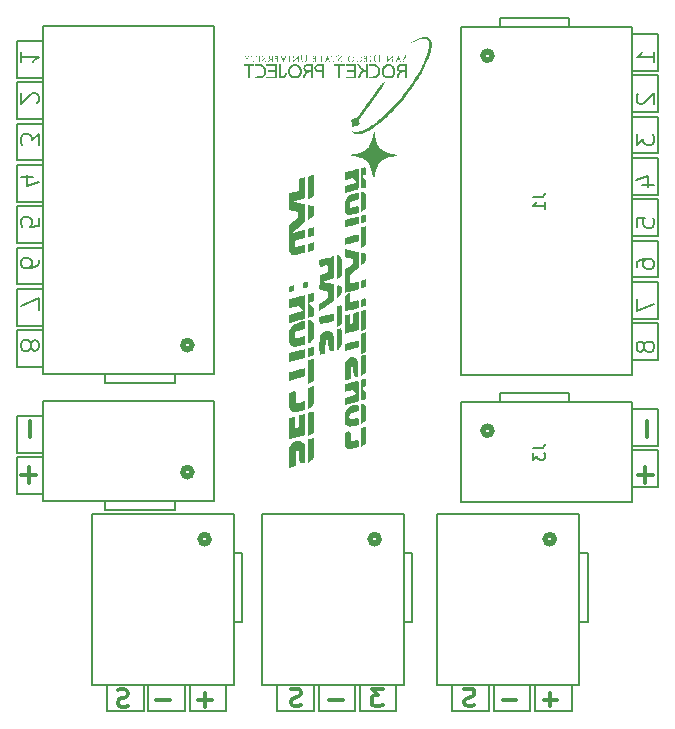
<source format=gbo>
G04 #@! TF.GenerationSoftware,KiCad,Pcbnew,8.0.6*
G04 #@! TF.CreationDate,2024-11-26T19:15:12-08:00*
G04 #@! TF.ProjectId,Constellation STAR UAF V1.0,436f6e73-7465-46c6-9c61-74696f6e2053,rev?*
G04 #@! TF.SameCoordinates,Original*
G04 #@! TF.FileFunction,Legend,Bot*
G04 #@! TF.FilePolarity,Positive*
%FSLAX46Y46*%
G04 Gerber Fmt 4.6, Leading zero omitted, Abs format (unit mm)*
G04 Created by KiCad (PCBNEW 8.0.6) date 2024-11-26 19:15:12*
%MOMM*%
%LPD*%
G01*
G04 APERTURE LIST*
%ADD10C,0.300000*%
%ADD11C,0.200000*%
%ADD12C,0.350000*%
%ADD13C,0.150000*%
%ADD14C,0.152400*%
%ADD15C,0.508000*%
%ADD16C,0.000000*%
%ADD17C,3.200000*%
%ADD18C,1.900000*%
G04 APERTURE END LIST*
D10*
X57799999Y-86600828D02*
X56871427Y-86600828D01*
X56871427Y-86600828D02*
X57371427Y-87172257D01*
X57371427Y-87172257D02*
X57157142Y-87172257D01*
X57157142Y-87172257D02*
X57014285Y-87243685D01*
X57014285Y-87243685D02*
X56942856Y-87315114D01*
X56942856Y-87315114D02*
X56871427Y-87457971D01*
X56871427Y-87457971D02*
X56871427Y-87815114D01*
X56871427Y-87815114D02*
X56942856Y-87957971D01*
X56942856Y-87957971D02*
X57014285Y-88029400D01*
X57014285Y-88029400D02*
X57157142Y-88100828D01*
X57157142Y-88100828D02*
X57585713Y-88100828D01*
X57585713Y-88100828D02*
X57728570Y-88029400D01*
X57728570Y-88029400D02*
X57799999Y-87957971D01*
D11*
X80806028Y-33574435D02*
X80806028Y-32717292D01*
X80806028Y-33145863D02*
X79306028Y-33145863D01*
X79306028Y-33145863D02*
X79520314Y-33003006D01*
X79520314Y-33003006D02*
X79663171Y-32860149D01*
X79663171Y-32860149D02*
X79734600Y-32717292D01*
X28668971Y-54564846D02*
X28668971Y-53564846D01*
X28668971Y-53564846D02*
X27168971Y-54207703D01*
X79306028Y-47503010D02*
X79306028Y-46788724D01*
X79306028Y-46788724D02*
X80020314Y-46717296D01*
X80020314Y-46717296D02*
X79948885Y-46788724D01*
X79948885Y-46788724D02*
X79877457Y-46931582D01*
X79877457Y-46931582D02*
X79877457Y-47288724D01*
X79877457Y-47288724D02*
X79948885Y-47431582D01*
X79948885Y-47431582D02*
X80020314Y-47503010D01*
X80020314Y-47503010D02*
X80163171Y-47574439D01*
X80163171Y-47574439D02*
X80520314Y-47574439D01*
X80520314Y-47574439D02*
X80663171Y-47503010D01*
X80663171Y-47503010D02*
X80734600Y-47431582D01*
X80734600Y-47431582D02*
X80806028Y-47288724D01*
X80806028Y-47288724D02*
X80806028Y-46931582D01*
X80806028Y-46931582D02*
X80734600Y-46788724D01*
X80734600Y-46788724D02*
X80663171Y-46717296D01*
X28668971Y-50289847D02*
X28668971Y-50575561D01*
X28668971Y-50575561D02*
X28597542Y-50718418D01*
X28597542Y-50718418D02*
X28526114Y-50789847D01*
X28526114Y-50789847D02*
X28311828Y-50932704D01*
X28311828Y-50932704D02*
X28026114Y-51004132D01*
X28026114Y-51004132D02*
X27454685Y-51004132D01*
X27454685Y-51004132D02*
X27311828Y-50932704D01*
X27311828Y-50932704D02*
X27240400Y-50861275D01*
X27240400Y-50861275D02*
X27168971Y-50718418D01*
X27168971Y-50718418D02*
X27168971Y-50432704D01*
X27168971Y-50432704D02*
X27240400Y-50289847D01*
X27240400Y-50289847D02*
X27311828Y-50218418D01*
X27311828Y-50218418D02*
X27454685Y-50146989D01*
X27454685Y-50146989D02*
X27811828Y-50146989D01*
X27811828Y-50146989D02*
X27954685Y-50218418D01*
X27954685Y-50218418D02*
X28026114Y-50289847D01*
X28026114Y-50289847D02*
X28097542Y-50432704D01*
X28097542Y-50432704D02*
X28097542Y-50718418D01*
X28097542Y-50718418D02*
X28026114Y-50861275D01*
X28026114Y-50861275D02*
X27954685Y-50932704D01*
X27954685Y-50932704D02*
X27811828Y-51004132D01*
X28026114Y-57696993D02*
X28097542Y-57839850D01*
X28097542Y-57839850D02*
X28168971Y-57911279D01*
X28168971Y-57911279D02*
X28311828Y-57982707D01*
X28311828Y-57982707D02*
X28383257Y-57982707D01*
X28383257Y-57982707D02*
X28526114Y-57911279D01*
X28526114Y-57911279D02*
X28597542Y-57839850D01*
X28597542Y-57839850D02*
X28668971Y-57696993D01*
X28668971Y-57696993D02*
X28668971Y-57411279D01*
X28668971Y-57411279D02*
X28597542Y-57268422D01*
X28597542Y-57268422D02*
X28526114Y-57196993D01*
X28526114Y-57196993D02*
X28383257Y-57125564D01*
X28383257Y-57125564D02*
X28311828Y-57125564D01*
X28311828Y-57125564D02*
X28168971Y-57196993D01*
X28168971Y-57196993D02*
X28097542Y-57268422D01*
X28097542Y-57268422D02*
X28026114Y-57411279D01*
X28026114Y-57411279D02*
X28026114Y-57696993D01*
X28026114Y-57696993D02*
X27954685Y-57839850D01*
X27954685Y-57839850D02*
X27883257Y-57911279D01*
X27883257Y-57911279D02*
X27740400Y-57982707D01*
X27740400Y-57982707D02*
X27454685Y-57982707D01*
X27454685Y-57982707D02*
X27311828Y-57911279D01*
X27311828Y-57911279D02*
X27240400Y-57839850D01*
X27240400Y-57839850D02*
X27168971Y-57696993D01*
X27168971Y-57696993D02*
X27168971Y-57411279D01*
X27168971Y-57411279D02*
X27240400Y-57268422D01*
X27240400Y-57268422D02*
X27311828Y-57196993D01*
X27311828Y-57196993D02*
X27454685Y-57125564D01*
X27454685Y-57125564D02*
X27740400Y-57125564D01*
X27740400Y-57125564D02*
X27883257Y-57196993D01*
X27883257Y-57196993D02*
X27954685Y-57268422D01*
X27954685Y-57268422D02*
X28026114Y-57411279D01*
D10*
X43321428Y-87579400D02*
X42178571Y-87579400D01*
X42749999Y-88150828D02*
X42749999Y-87007971D01*
D11*
X28168971Y-43311277D02*
X27168971Y-43311277D01*
X28740400Y-43668419D02*
X27668971Y-44025562D01*
X27668971Y-44025562D02*
X27668971Y-43096991D01*
X27168971Y-32700564D02*
X27168971Y-33557707D01*
X27168971Y-33129136D02*
X28668971Y-33129136D01*
X28668971Y-33129136D02*
X28454685Y-33271993D01*
X28454685Y-33271993D02*
X28311828Y-33414850D01*
X28311828Y-33414850D02*
X28240400Y-33557707D01*
D10*
X50878570Y-88029400D02*
X50664285Y-88100828D01*
X50664285Y-88100828D02*
X50307142Y-88100828D01*
X50307142Y-88100828D02*
X50164285Y-88029400D01*
X50164285Y-88029400D02*
X50092856Y-87957971D01*
X50092856Y-87957971D02*
X50021427Y-87815114D01*
X50021427Y-87815114D02*
X50021427Y-87672257D01*
X50021427Y-87672257D02*
X50092856Y-87529400D01*
X50092856Y-87529400D02*
X50164285Y-87457971D01*
X50164285Y-87457971D02*
X50307142Y-87386542D01*
X50307142Y-87386542D02*
X50592856Y-87315114D01*
X50592856Y-87315114D02*
X50735713Y-87243685D01*
X50735713Y-87243685D02*
X50807142Y-87172257D01*
X50807142Y-87172257D02*
X50878570Y-87029400D01*
X50878570Y-87029400D02*
X50878570Y-86886542D01*
X50878570Y-86886542D02*
X50807142Y-86743685D01*
X50807142Y-86743685D02*
X50735713Y-86672257D01*
X50735713Y-86672257D02*
X50592856Y-86600828D01*
X50592856Y-86600828D02*
X50235713Y-86600828D01*
X50235713Y-86600828D02*
X50021427Y-86672257D01*
X39771429Y-87579400D02*
X38628572Y-87579400D01*
D11*
X28668971Y-40607706D02*
X28668971Y-39679134D01*
X28668971Y-39679134D02*
X28097542Y-40179134D01*
X28097542Y-40179134D02*
X28097542Y-39964849D01*
X28097542Y-39964849D02*
X28026114Y-39821992D01*
X28026114Y-39821992D02*
X27954685Y-39750563D01*
X27954685Y-39750563D02*
X27811828Y-39679134D01*
X27811828Y-39679134D02*
X27454685Y-39679134D01*
X27454685Y-39679134D02*
X27311828Y-39750563D01*
X27311828Y-39750563D02*
X27240400Y-39821992D01*
X27240400Y-39821992D02*
X27168971Y-39964849D01*
X27168971Y-39964849D02*
X27168971Y-40393420D01*
X27168971Y-40393420D02*
X27240400Y-40536277D01*
X27240400Y-40536277D02*
X27311828Y-40607706D01*
D12*
X27980966Y-63983596D02*
X27980966Y-65316930D01*
D10*
X72571427Y-87529400D02*
X71428570Y-87529400D01*
X71999998Y-88100828D02*
X71999998Y-86957971D01*
X54421429Y-87529400D02*
X53278572Y-87529400D01*
D12*
X80716666Y-68532967D02*
X79383333Y-68532967D01*
X80049999Y-69199634D02*
X80049999Y-67866301D01*
D11*
X79306028Y-50931583D02*
X79306028Y-50645868D01*
X79306028Y-50645868D02*
X79377457Y-50503011D01*
X79377457Y-50503011D02*
X79448885Y-50431583D01*
X79448885Y-50431583D02*
X79663171Y-50288725D01*
X79663171Y-50288725D02*
X79948885Y-50217297D01*
X79948885Y-50217297D02*
X80520314Y-50217297D01*
X80520314Y-50217297D02*
X80663171Y-50288725D01*
X80663171Y-50288725D02*
X80734600Y-50360154D01*
X80734600Y-50360154D02*
X80806028Y-50503011D01*
X80806028Y-50503011D02*
X80806028Y-50788725D01*
X80806028Y-50788725D02*
X80734600Y-50931583D01*
X80734600Y-50931583D02*
X80663171Y-51003011D01*
X80663171Y-51003011D02*
X80520314Y-51074440D01*
X80520314Y-51074440D02*
X80163171Y-51074440D01*
X80163171Y-51074440D02*
X80020314Y-51003011D01*
X80020314Y-51003011D02*
X79948885Y-50931583D01*
X79948885Y-50931583D02*
X79877457Y-50788725D01*
X79877457Y-50788725D02*
X79877457Y-50503011D01*
X79877457Y-50503011D02*
X79948885Y-50360154D01*
X79948885Y-50360154D02*
X80020314Y-50288725D01*
X80020314Y-50288725D02*
X80163171Y-50217297D01*
X28668971Y-46729133D02*
X28668971Y-47443419D01*
X28668971Y-47443419D02*
X27954685Y-47514847D01*
X27954685Y-47514847D02*
X28026114Y-47443419D01*
X28026114Y-47443419D02*
X28097542Y-47300562D01*
X28097542Y-47300562D02*
X28097542Y-46943419D01*
X28097542Y-46943419D02*
X28026114Y-46800562D01*
X28026114Y-46800562D02*
X27954685Y-46729133D01*
X27954685Y-46729133D02*
X27811828Y-46657704D01*
X27811828Y-46657704D02*
X27454685Y-46657704D01*
X27454685Y-46657704D02*
X27311828Y-46729133D01*
X27311828Y-46729133D02*
X27240400Y-46800562D01*
X27240400Y-46800562D02*
X27168971Y-46943419D01*
X27168971Y-46943419D02*
X27168971Y-47300562D01*
X27168971Y-47300562D02*
X27240400Y-47443419D01*
X27240400Y-47443419D02*
X27311828Y-47514847D01*
X79948885Y-57503011D02*
X79877457Y-57360154D01*
X79877457Y-57360154D02*
X79806028Y-57288725D01*
X79806028Y-57288725D02*
X79663171Y-57217297D01*
X79663171Y-57217297D02*
X79591742Y-57217297D01*
X79591742Y-57217297D02*
X79448885Y-57288725D01*
X79448885Y-57288725D02*
X79377457Y-57360154D01*
X79377457Y-57360154D02*
X79306028Y-57503011D01*
X79306028Y-57503011D02*
X79306028Y-57788725D01*
X79306028Y-57788725D02*
X79377457Y-57931583D01*
X79377457Y-57931583D02*
X79448885Y-58003011D01*
X79448885Y-58003011D02*
X79591742Y-58074440D01*
X79591742Y-58074440D02*
X79663171Y-58074440D01*
X79663171Y-58074440D02*
X79806028Y-58003011D01*
X79806028Y-58003011D02*
X79877457Y-57931583D01*
X79877457Y-57931583D02*
X79948885Y-57788725D01*
X79948885Y-57788725D02*
X79948885Y-57503011D01*
X79948885Y-57503011D02*
X80020314Y-57360154D01*
X80020314Y-57360154D02*
X80091742Y-57288725D01*
X80091742Y-57288725D02*
X80234600Y-57217297D01*
X80234600Y-57217297D02*
X80520314Y-57217297D01*
X80520314Y-57217297D02*
X80663171Y-57288725D01*
X80663171Y-57288725D02*
X80734600Y-57360154D01*
X80734600Y-57360154D02*
X80806028Y-57503011D01*
X80806028Y-57503011D02*
X80806028Y-57788725D01*
X80806028Y-57788725D02*
X80734600Y-57931583D01*
X80734600Y-57931583D02*
X80663171Y-58003011D01*
X80663171Y-58003011D02*
X80520314Y-58074440D01*
X80520314Y-58074440D02*
X80234600Y-58074440D01*
X80234600Y-58074440D02*
X80091742Y-58003011D01*
X80091742Y-58003011D02*
X80020314Y-57931583D01*
X80020314Y-57931583D02*
X79948885Y-57788725D01*
D12*
X28491666Y-68532967D02*
X27158333Y-68532967D01*
X27824999Y-69199634D02*
X27824999Y-67866301D01*
D10*
X69121428Y-87529400D02*
X67978571Y-87529400D01*
D11*
X79306028Y-39645868D02*
X79306028Y-40574440D01*
X79306028Y-40574440D02*
X79877457Y-40074440D01*
X79877457Y-40074440D02*
X79877457Y-40288725D01*
X79877457Y-40288725D02*
X79948885Y-40431583D01*
X79948885Y-40431583D02*
X80020314Y-40503011D01*
X80020314Y-40503011D02*
X80163171Y-40574440D01*
X80163171Y-40574440D02*
X80520314Y-40574440D01*
X80520314Y-40574440D02*
X80663171Y-40503011D01*
X80663171Y-40503011D02*
X80734600Y-40431583D01*
X80734600Y-40431583D02*
X80806028Y-40288725D01*
X80806028Y-40288725D02*
X80806028Y-39860154D01*
X80806028Y-39860154D02*
X80734600Y-39717297D01*
X80734600Y-39717297D02*
X80663171Y-39645868D01*
X28526114Y-37046992D02*
X28597542Y-36975564D01*
X28597542Y-36975564D02*
X28668971Y-36832707D01*
X28668971Y-36832707D02*
X28668971Y-36475564D01*
X28668971Y-36475564D02*
X28597542Y-36332707D01*
X28597542Y-36332707D02*
X28526114Y-36261278D01*
X28526114Y-36261278D02*
X28383257Y-36189849D01*
X28383257Y-36189849D02*
X28240400Y-36189849D01*
X28240400Y-36189849D02*
X28026114Y-36261278D01*
X28026114Y-36261278D02*
X27168971Y-37118421D01*
X27168971Y-37118421D02*
X27168971Y-36189849D01*
D12*
X80205966Y-63983596D02*
X80205966Y-65316930D01*
D10*
X65578569Y-88029400D02*
X65364284Y-88100828D01*
X65364284Y-88100828D02*
X65007141Y-88100828D01*
X65007141Y-88100828D02*
X64864284Y-88029400D01*
X64864284Y-88029400D02*
X64792855Y-87957971D01*
X64792855Y-87957971D02*
X64721426Y-87815114D01*
X64721426Y-87815114D02*
X64721426Y-87672257D01*
X64721426Y-87672257D02*
X64792855Y-87529400D01*
X64792855Y-87529400D02*
X64864284Y-87457971D01*
X64864284Y-87457971D02*
X65007141Y-87386542D01*
X65007141Y-87386542D02*
X65292855Y-87315114D01*
X65292855Y-87315114D02*
X65435712Y-87243685D01*
X65435712Y-87243685D02*
X65507141Y-87172257D01*
X65507141Y-87172257D02*
X65578569Y-87029400D01*
X65578569Y-87029400D02*
X65578569Y-86886542D01*
X65578569Y-86886542D02*
X65507141Y-86743685D01*
X65507141Y-86743685D02*
X65435712Y-86672257D01*
X65435712Y-86672257D02*
X65292855Y-86600828D01*
X65292855Y-86600828D02*
X64935712Y-86600828D01*
X64935712Y-86600828D02*
X64721426Y-86672257D01*
D11*
X79806028Y-43931583D02*
X80806028Y-43931583D01*
X79234600Y-43574440D02*
X80306028Y-43217297D01*
X80306028Y-43217297D02*
X80306028Y-44145868D01*
D10*
X36228570Y-88079400D02*
X36014285Y-88150828D01*
X36014285Y-88150828D02*
X35657142Y-88150828D01*
X35657142Y-88150828D02*
X35514285Y-88079400D01*
X35514285Y-88079400D02*
X35442856Y-88007971D01*
X35442856Y-88007971D02*
X35371427Y-87865114D01*
X35371427Y-87865114D02*
X35371427Y-87722257D01*
X35371427Y-87722257D02*
X35442856Y-87579400D01*
X35442856Y-87579400D02*
X35514285Y-87507971D01*
X35514285Y-87507971D02*
X35657142Y-87436542D01*
X35657142Y-87436542D02*
X35942856Y-87365114D01*
X35942856Y-87365114D02*
X36085713Y-87293685D01*
X36085713Y-87293685D02*
X36157142Y-87222257D01*
X36157142Y-87222257D02*
X36228570Y-87079400D01*
X36228570Y-87079400D02*
X36228570Y-86936542D01*
X36228570Y-86936542D02*
X36157142Y-86793685D01*
X36157142Y-86793685D02*
X36085713Y-86722257D01*
X36085713Y-86722257D02*
X35942856Y-86650828D01*
X35942856Y-86650828D02*
X35585713Y-86650828D01*
X35585713Y-86650828D02*
X35371427Y-86722257D01*
D11*
X79448885Y-36217297D02*
X79377457Y-36288725D01*
X79377457Y-36288725D02*
X79306028Y-36431583D01*
X79306028Y-36431583D02*
X79306028Y-36788725D01*
X79306028Y-36788725D02*
X79377457Y-36931583D01*
X79377457Y-36931583D02*
X79448885Y-37003011D01*
X79448885Y-37003011D02*
X79591742Y-37074440D01*
X79591742Y-37074440D02*
X79734600Y-37074440D01*
X79734600Y-37074440D02*
X79948885Y-37003011D01*
X79948885Y-37003011D02*
X80806028Y-36145868D01*
X80806028Y-36145868D02*
X80806028Y-37074440D01*
X79306028Y-53645868D02*
X79306028Y-54645868D01*
X79306028Y-54645868D02*
X80806028Y-54003011D01*
D13*
X70534819Y-66236666D02*
X71249104Y-66236666D01*
X71249104Y-66236666D02*
X71391961Y-66189047D01*
X71391961Y-66189047D02*
X71487200Y-66093809D01*
X71487200Y-66093809D02*
X71534819Y-65950952D01*
X71534819Y-65950952D02*
X71534819Y-65855714D01*
X70534819Y-66617619D02*
X70534819Y-67236666D01*
X70534819Y-67236666D02*
X70915771Y-66903333D01*
X70915771Y-66903333D02*
X70915771Y-67046190D01*
X70915771Y-67046190D02*
X70963390Y-67141428D01*
X70963390Y-67141428D02*
X71011009Y-67189047D01*
X71011009Y-67189047D02*
X71106247Y-67236666D01*
X71106247Y-67236666D02*
X71344342Y-67236666D01*
X71344342Y-67236666D02*
X71439580Y-67189047D01*
X71439580Y-67189047D02*
X71487200Y-67141428D01*
X71487200Y-67141428D02*
X71534819Y-67046190D01*
X71534819Y-67046190D02*
X71534819Y-66760476D01*
X71534819Y-66760476D02*
X71487200Y-66665238D01*
X71487200Y-66665238D02*
X71439580Y-66617619D01*
X70534819Y-44986667D02*
X71249104Y-44986667D01*
X71249104Y-44986667D02*
X71391961Y-44939048D01*
X71391961Y-44939048D02*
X71487200Y-44843810D01*
X71487200Y-44843810D02*
X71534819Y-44700953D01*
X71534819Y-44700953D02*
X71534819Y-44605715D01*
X71534819Y-45986667D02*
X71534819Y-45415239D01*
X71534819Y-45700953D02*
X70534819Y-45700953D01*
X70534819Y-45700953D02*
X70677676Y-45605715D01*
X70677676Y-45605715D02*
X70772914Y-45510477D01*
X70772914Y-45510477D02*
X70820533Y-45415239D01*
D14*
X64430001Y-62320000D02*
X78929999Y-62320000D01*
X64430002Y-70820000D02*
X64430001Y-62320000D01*
X67730002Y-61570000D02*
X67730002Y-62320001D01*
X67730002Y-61570000D02*
X73614001Y-61570000D01*
X73614001Y-61570000D02*
X73614001Y-62320001D01*
X78929999Y-70820001D02*
X64430002Y-70820000D01*
X78929999Y-70820001D02*
X78929999Y-62320000D01*
X81104999Y-62920000D02*
X78930000Y-62920000D01*
X81104999Y-66019999D02*
X78930000Y-66019999D01*
X81104999Y-66019999D02*
X81104999Y-62920000D01*
X81104999Y-66420001D02*
X78930000Y-66420001D01*
X81104999Y-69520000D02*
X78930000Y-69520000D01*
X81104999Y-69520000D02*
X81104999Y-66420001D01*
D15*
X67061000Y-64770000D02*
G75*
G02*
X66299000Y-64770000I-381000J0D01*
G01*
X66299000Y-64770000D02*
G75*
G02*
X67061000Y-64770000I381000J0D01*
G01*
D14*
X62400002Y-71800001D02*
X74399999Y-71800001D01*
X62400002Y-86299999D02*
X62400002Y-71800001D01*
X62400002Y-86299999D02*
X74399999Y-86299999D01*
X63699999Y-88474999D02*
X63699999Y-86300000D01*
X63699999Y-88474999D02*
X66799998Y-88474999D01*
X66799998Y-88474999D02*
X66799998Y-86300000D01*
X67199999Y-88474999D02*
X67199999Y-86300000D01*
X67199999Y-88474999D02*
X70299998Y-88474999D01*
X70299998Y-88474999D02*
X70299998Y-86300000D01*
X70700000Y-88474999D02*
X70700000Y-86300000D01*
X70700000Y-88474999D02*
X73799999Y-88474999D01*
X73799999Y-88474999D02*
X73799999Y-86300000D01*
X74399999Y-71800001D02*
X74399999Y-86299999D01*
X75149999Y-75100002D02*
X74399998Y-75100002D01*
X75149999Y-75100002D02*
X75149999Y-80984001D01*
X75149999Y-80984001D02*
X74399998Y-80984001D01*
D15*
X72331000Y-73950000D02*
G75*
G02*
X71569000Y-73950000I-381000J0D01*
G01*
X71569000Y-73950000D02*
G75*
G02*
X72331000Y-73950000I381000J0D01*
G01*
D14*
X26845001Y-31769998D02*
X26845001Y-34869997D01*
X26845001Y-31769998D02*
X29020000Y-31769998D01*
X26845001Y-34869997D02*
X29020000Y-34869997D01*
X26845001Y-35269998D02*
X26845001Y-38369997D01*
X26845001Y-35269998D02*
X29020000Y-35269998D01*
X26845001Y-38369997D02*
X29020000Y-38369997D01*
X26845001Y-38769999D02*
X26845001Y-41869998D01*
X26845001Y-38769999D02*
X29020000Y-38769999D01*
X26845001Y-41869998D02*
X29020000Y-41869998D01*
X26845001Y-42270000D02*
X26845001Y-45369998D01*
X26845001Y-42270000D02*
X29020000Y-42270000D01*
X26845001Y-45369998D02*
X29020000Y-45369998D01*
X26845001Y-45770000D02*
X26845001Y-48869999D01*
X26845001Y-45770000D02*
X29020000Y-45770000D01*
X26845001Y-48869999D02*
X29020000Y-48869999D01*
X26845001Y-49270001D02*
X26845001Y-52370000D01*
X26845001Y-49270001D02*
X29020000Y-49270001D01*
X26845001Y-52370000D02*
X29020000Y-52370000D01*
X26845001Y-52770001D02*
X26845001Y-55870000D01*
X26845001Y-52770001D02*
X29020000Y-52770001D01*
X26845001Y-55870000D02*
X29020000Y-55870000D01*
X26845001Y-56270002D02*
X26845001Y-59370001D01*
X26845001Y-56270002D02*
X29020000Y-56270002D01*
X26845001Y-59370001D02*
X29020000Y-59370001D01*
X29020001Y-30470008D02*
X29020001Y-59970001D01*
X29020001Y-30470008D02*
X43519999Y-30470008D01*
X34335999Y-60720001D02*
X34335999Y-59970002D01*
X40219998Y-60720001D02*
X34335999Y-60720001D01*
X40219998Y-60720001D02*
X40219998Y-59970002D01*
X43519999Y-30470008D02*
X43519999Y-59970001D01*
X43519999Y-59970001D02*
X29020001Y-59970001D01*
D15*
X41650999Y-57520005D02*
G75*
G02*
X40889001Y-57520005I-380999J0D01*
G01*
X40889001Y-57520005D02*
G75*
G02*
X41650999Y-57520005I380999J0D01*
G01*
D14*
X26845001Y-63520000D02*
X26845001Y-66619999D01*
X26845001Y-63520000D02*
X29020000Y-63520000D01*
X26845001Y-66619999D02*
X29020000Y-66619999D01*
X26845001Y-67020001D02*
X26845001Y-70120000D01*
X26845001Y-67020001D02*
X29020000Y-67020001D01*
X26845001Y-70120000D02*
X29020000Y-70120000D01*
X29020001Y-62219999D02*
X29020001Y-70720000D01*
X29020001Y-62219999D02*
X43519998Y-62220000D01*
X34335999Y-71470000D02*
X34335999Y-70719999D01*
X40219998Y-71470000D02*
X34335999Y-71470000D01*
X40219998Y-71470000D02*
X40219998Y-70719999D01*
X43519998Y-62220000D02*
X43519999Y-70720000D01*
X43519999Y-70720000D02*
X29020001Y-70720000D01*
D15*
X41651000Y-68270000D02*
G75*
G02*
X40889000Y-68270000I-381000J0D01*
G01*
X40889000Y-68270000D02*
G75*
G02*
X41651000Y-68270000I381000J0D01*
G01*
D14*
X33179211Y-71800001D02*
X45179208Y-71800001D01*
X33179211Y-86299999D02*
X33179211Y-71800001D01*
X33179211Y-86299999D02*
X45179208Y-86299999D01*
X34479208Y-88474999D02*
X34479208Y-86300000D01*
X34479208Y-88474999D02*
X37579207Y-88474999D01*
X37579207Y-88474999D02*
X37579207Y-86300000D01*
X37979208Y-88474999D02*
X37979208Y-86300000D01*
X37979208Y-88474999D02*
X41079207Y-88474999D01*
X41079207Y-88474999D02*
X41079207Y-86300000D01*
X41479209Y-88474999D02*
X41479209Y-86300000D01*
X41479209Y-88474999D02*
X44579208Y-88474999D01*
X44579208Y-88474999D02*
X44579208Y-86300000D01*
X45179208Y-71800001D02*
X45179208Y-86299999D01*
X45929208Y-75100002D02*
X45179207Y-75100002D01*
X45929208Y-75100002D02*
X45929208Y-80984001D01*
X45929208Y-80984001D02*
X45179207Y-80984001D01*
D15*
X43110209Y-73950000D02*
G75*
G02*
X42348209Y-73950000I-381000J0D01*
G01*
X42348209Y-73950000D02*
G75*
G02*
X43110209Y-73950000I381000J0D01*
G01*
D16*
G36*
X56383667Y-52269202D02*
G01*
X56379094Y-52422974D01*
X56365489Y-52551426D01*
X56346008Y-52609479D01*
X56337209Y-52613805D01*
X56251149Y-52639587D01*
X56119802Y-52668125D01*
X55931254Y-52703497D01*
X55946208Y-52388820D01*
X55961163Y-52074144D01*
X56172415Y-52013172D01*
X56383667Y-51952199D01*
X56383667Y-52269202D01*
G37*
G36*
X56383667Y-48243091D02*
G01*
X56383667Y-49053094D01*
X56206854Y-49157416D01*
X56167870Y-49179759D01*
X56052037Y-49238275D01*
X55982001Y-49261739D01*
X55973560Y-49251888D01*
X55958490Y-49162084D01*
X55948894Y-48985866D01*
X55945132Y-48732123D01*
X55947562Y-48409743D01*
X55961163Y-47557746D01*
X56172415Y-47495417D01*
X56383667Y-47433088D01*
X56383667Y-48243091D01*
G37*
G36*
X56383667Y-57239960D02*
G01*
X56383667Y-58049963D01*
X56206854Y-58154285D01*
X56167870Y-58176628D01*
X56052037Y-58235144D01*
X55982001Y-58258607D01*
X55973560Y-58248757D01*
X55958490Y-58158953D01*
X55948894Y-57982735D01*
X55945132Y-57728991D01*
X55947562Y-57406612D01*
X55961163Y-56554615D01*
X56172415Y-56492286D01*
X56383667Y-56429957D01*
X56383667Y-57239960D01*
G37*
G36*
X56383667Y-59053899D02*
G01*
X56383667Y-59788995D01*
X56239459Y-59943371D01*
X56204905Y-59978137D01*
X56096999Y-60063559D01*
X56014577Y-60097747D01*
X56006716Y-60097324D01*
X55979158Y-60082658D01*
X55960154Y-60036969D01*
X55948598Y-59946587D01*
X55943381Y-59797844D01*
X55943396Y-59577072D01*
X55947535Y-59270601D01*
X55961163Y-58443456D01*
X56172415Y-58381129D01*
X56383667Y-58318803D01*
X56383667Y-59053899D01*
G37*
G36*
X53651457Y-54894439D02*
G01*
X53690291Y-54950481D01*
X53698323Y-55052683D01*
X53690065Y-55205911D01*
X53674665Y-55446062D01*
X53103041Y-55607868D01*
X52879823Y-55670373D01*
X52689258Y-55722437D01*
X52553983Y-55757944D01*
X52494137Y-55771480D01*
X52476374Y-55734443D01*
X52462265Y-55622541D01*
X52456857Y-55461649D01*
X52456857Y-55150012D01*
X53056400Y-54993360D01*
X53205032Y-54954587D01*
X53423339Y-54901359D01*
X53567311Y-54879686D01*
X53651457Y-54894439D01*
G37*
G36*
X56363427Y-46511653D02*
G01*
X56378044Y-46620033D01*
X56383667Y-46777646D01*
X56381022Y-46929151D01*
X56365603Y-47033507D01*
X56327334Y-47089848D01*
X56256165Y-47125592D01*
X56152968Y-47156424D01*
X56032486Y-47174068D01*
X55993133Y-47169273D01*
X55956663Y-47133809D01*
X55940171Y-47044314D01*
X55936309Y-46878165D01*
X55936309Y-46582263D01*
X56122709Y-46530497D01*
X56156029Y-46521401D01*
X56278168Y-46490904D01*
X56346388Y-46478455D01*
X56363427Y-46511653D01*
G37*
G36*
X56370854Y-53586558D02*
G01*
X56381756Y-53679737D01*
X56383667Y-53852382D01*
X56383667Y-54174969D01*
X56210667Y-54232064D01*
X56187797Y-54239206D01*
X56064048Y-54264189D01*
X55986988Y-54257839D01*
X55966987Y-54223298D01*
X55944898Y-54110998D01*
X55936309Y-53954836D01*
X55937079Y-53849428D01*
X55950596Y-53740015D01*
X55997202Y-53672000D01*
X56097434Y-53621502D01*
X56271828Y-53564635D01*
X56291082Y-53558841D01*
X56343213Y-53552906D01*
X56370854Y-53586558D01*
G37*
G36*
X56176007Y-62491951D02*
G01*
X56265774Y-62529983D01*
X56325795Y-62611749D01*
X56361698Y-62751102D01*
X56379114Y-62961897D01*
X56383667Y-63257987D01*
X56383667Y-63867791D01*
X56230724Y-64020733D01*
X56191132Y-64058169D01*
X56083708Y-64140739D01*
X56007045Y-64173676D01*
X55986170Y-64164971D01*
X55965401Y-64120725D01*
X55951088Y-64027599D01*
X55942173Y-63872964D01*
X55937599Y-63644196D01*
X55936309Y-63328667D01*
X55936309Y-62483657D01*
X56069088Y-62483657D01*
X56176007Y-62491951D01*
G37*
G36*
X54317302Y-54156656D02*
G01*
X54328597Y-54263396D01*
X54337598Y-54441581D01*
X54343551Y-54674771D01*
X54345703Y-54946523D01*
X54345703Y-55760075D01*
X54147944Y-55890946D01*
X54083096Y-55932948D01*
X53977422Y-55996711D01*
X53924263Y-56021817D01*
X53916577Y-55981520D01*
X53909285Y-55856606D01*
X53903511Y-55662483D01*
X53899712Y-55414859D01*
X53898345Y-55129437D01*
X53898345Y-54237058D01*
X54084744Y-54185292D01*
X54118064Y-54176195D01*
X54240205Y-54145699D01*
X54308424Y-54133249D01*
X54317302Y-54156656D01*
G37*
G36*
X55751719Y-46671356D02*
G01*
X55766364Y-46707901D01*
X55779054Y-46823393D01*
X55777607Y-46980517D01*
X55762337Y-47248516D01*
X55300115Y-47380488D01*
X55189973Y-47411821D01*
X54983865Y-47469850D01*
X54816416Y-47516227D01*
X54716064Y-47543036D01*
X54692113Y-47548855D01*
X54636271Y-47553138D01*
X54607132Y-47519380D01*
X54596012Y-47427125D01*
X54594235Y-47255915D01*
X54594235Y-46938217D01*
X55152398Y-46784207D01*
X55363554Y-46729755D01*
X55554046Y-46688407D01*
X55690273Y-46667654D01*
X55751719Y-46671356D01*
G37*
G36*
X56383667Y-55315827D02*
G01*
X56383667Y-56102924D01*
X56190500Y-56211489D01*
X56136058Y-56241422D01*
X56025052Y-56297718D01*
X55966821Y-56320056D01*
X55959437Y-56295666D01*
X55950236Y-56187696D01*
X55942907Y-56008437D01*
X55938061Y-55774288D01*
X55936309Y-55501648D01*
X55936272Y-55342748D01*
X55937735Y-55072754D01*
X55945327Y-54880299D01*
X55963958Y-54750535D01*
X55998531Y-54668611D01*
X56053956Y-54619681D01*
X56135134Y-54588896D01*
X56246975Y-54561406D01*
X56383667Y-54528730D01*
X56383667Y-55315827D01*
G37*
G36*
X56383667Y-65094867D02*
G01*
X56383667Y-65774224D01*
X56214665Y-65943226D01*
X56158379Y-65996692D01*
X56055856Y-66079570D01*
X55990986Y-66112228D01*
X55987071Y-66111303D01*
X55964497Y-66055423D01*
X55948675Y-65910630D01*
X55939360Y-65673485D01*
X55936309Y-65340548D01*
X55936049Y-65182580D01*
X55936198Y-64931459D01*
X55942256Y-64755792D01*
X55960241Y-64639607D01*
X55996173Y-64566939D01*
X56056069Y-64521820D01*
X56145947Y-64488279D01*
X56271828Y-64450350D01*
X56383667Y-64415510D01*
X56383667Y-65094867D01*
G37*
G36*
X54318457Y-56110554D02*
G01*
X54321353Y-56117294D01*
X54330911Y-56198713D01*
X54338642Y-56355287D01*
X54343816Y-56568054D01*
X54345703Y-56818053D01*
X54344987Y-57042169D01*
X54340602Y-57255478D01*
X54329905Y-57404445D01*
X54310287Y-57508753D01*
X54279143Y-57588081D01*
X54233863Y-57662113D01*
X54219869Y-57681977D01*
X54113193Y-57808590D01*
X54010184Y-57899206D01*
X53898345Y-57972495D01*
X53898345Y-57077762D01*
X53898345Y-56183029D01*
X54094778Y-56133169D01*
X54139023Y-56122791D01*
X54257658Y-56104563D01*
X54318457Y-56110554D01*
G37*
G36*
X55764545Y-48182790D02*
G01*
X55780849Y-48289614D01*
X55787190Y-48442600D01*
X55787190Y-48711136D01*
X55575938Y-48767025D01*
X55433662Y-48805073D01*
X55228125Y-48860663D01*
X55017739Y-48918061D01*
X55001111Y-48922609D01*
X54828241Y-48968427D01*
X54696236Y-49000883D01*
X54632514Y-49013207D01*
X54615494Y-48982565D01*
X54600149Y-48876659D01*
X54594235Y-48721232D01*
X54594235Y-48429257D01*
X55153433Y-48280335D01*
X55364248Y-48226449D01*
X55554460Y-48182464D01*
X55689834Y-48156435D01*
X55749910Y-48152738D01*
X55764545Y-48182790D01*
G37*
G36*
X55764545Y-57179659D02*
G01*
X55780849Y-57286483D01*
X55787190Y-57439469D01*
X55787190Y-57708005D01*
X55575939Y-57763895D01*
X55433662Y-57801942D01*
X55228125Y-57857532D01*
X55017739Y-57914930D01*
X55001111Y-57919478D01*
X54828241Y-57965295D01*
X54696236Y-57997752D01*
X54632514Y-58010076D01*
X54615494Y-57979434D01*
X54600149Y-57873528D01*
X54594235Y-57718101D01*
X54594235Y-57426126D01*
X55153433Y-57277203D01*
X55364248Y-57223318D01*
X55554460Y-57179333D01*
X55689834Y-57153304D01*
X55749910Y-57149607D01*
X55764545Y-57179659D01*
G37*
G36*
X56103140Y-49716472D02*
G01*
X56228335Y-49740163D01*
X56383667Y-49771230D01*
X56383667Y-50107178D01*
X56383449Y-50186221D01*
X56376576Y-50338592D01*
X56350025Y-50439181D01*
X56290498Y-50522456D01*
X56184698Y-50622883D01*
X56104524Y-50693509D01*
X56008583Y-50772082D01*
X55961019Y-50802639D01*
X55952445Y-50768498D01*
X55944085Y-50653151D01*
X55938404Y-50475586D01*
X55936309Y-50255868D01*
X55936307Y-50238438D01*
X55937176Y-49997934D01*
X55945678Y-49840702D01*
X55970428Y-49751525D01*
X56020044Y-49715187D01*
X56103140Y-49716472D01*
G37*
G36*
X54085864Y-52445472D02*
G01*
X54218201Y-52491429D01*
X54221796Y-52492804D01*
X54289733Y-52527377D01*
X54326928Y-52582280D01*
X54342534Y-52683854D01*
X54345703Y-52858444D01*
X54345636Y-52901710D01*
X54339919Y-53062255D01*
X54314559Y-53167328D01*
X54255011Y-53253349D01*
X54146734Y-53356738D01*
X54066560Y-53427365D01*
X53970618Y-53505937D01*
X53923055Y-53536494D01*
X53914481Y-53502353D01*
X53906122Y-53387006D01*
X53900440Y-53209442D01*
X53898345Y-52989723D01*
X53900251Y-52747165D01*
X53911668Y-52573095D01*
X53940884Y-52473396D01*
X53996189Y-52435158D01*
X54085864Y-52445472D01*
G37*
G36*
X56146023Y-44557134D02*
G01*
X56273195Y-44617004D01*
X56308966Y-44644976D01*
X56343583Y-44690594D01*
X56365465Y-44762230D01*
X56377508Y-44878231D01*
X56382611Y-45056945D01*
X56383667Y-45316718D01*
X56383666Y-45352640D01*
X56382762Y-45600343D01*
X56377584Y-45771057D01*
X56364345Y-45884797D01*
X56339255Y-45961582D01*
X56298528Y-46021427D01*
X56238372Y-46084349D01*
X56206906Y-46114146D01*
X56097446Y-46196551D01*
X56014693Y-46229645D01*
X56009645Y-46229430D01*
X55982076Y-46214735D01*
X55962297Y-46167401D01*
X55949070Y-46074076D01*
X55941155Y-45921409D01*
X55937314Y-45696046D01*
X55936309Y-45384635D01*
X55936309Y-44539626D01*
X56049515Y-44539626D01*
X56146023Y-44557134D01*
G37*
G36*
X54005630Y-49858390D02*
G01*
X54111635Y-49896247D01*
X54223696Y-49980223D01*
X54259045Y-50017196D01*
X54294813Y-50067597D01*
X54319079Y-50133992D01*
X54334071Y-50233065D01*
X54342020Y-50381500D01*
X54345153Y-50595979D01*
X54345703Y-50893187D01*
X54345703Y-51684146D01*
X54147943Y-51815016D01*
X54083096Y-51857018D01*
X53977423Y-51920781D01*
X53924263Y-51945888D01*
X53921688Y-51940736D01*
X53914246Y-51864311D01*
X53907830Y-51707709D01*
X53902801Y-51485451D01*
X53899519Y-51212058D01*
X53898345Y-50902052D01*
X53898496Y-50635839D01*
X53899793Y-50354454D01*
X53903462Y-50150691D01*
X53910719Y-50012032D01*
X53922784Y-49925969D01*
X53940877Y-49879987D01*
X53966215Y-49861574D01*
X54000018Y-49858217D01*
X54005630Y-49858390D01*
G37*
G36*
X55006463Y-64836685D02*
G01*
X55060831Y-64901800D01*
X55085491Y-65039375D01*
X55091300Y-65262725D01*
X55091640Y-65313826D01*
X55098763Y-65494061D01*
X55113223Y-65626153D01*
X55132520Y-65684479D01*
X55162020Y-65688805D01*
X55268094Y-65674611D01*
X55413806Y-65637706D01*
X55584070Y-65588584D01*
X55704102Y-65570390D01*
X55763919Y-65603734D01*
X55782079Y-65700644D01*
X55777135Y-65873143D01*
X55762337Y-66180830D01*
X55414392Y-66270247D01*
X55151685Y-66324067D01*
X54954596Y-66328366D01*
X54808209Y-66279894D01*
X54694254Y-66176268D01*
X54653802Y-66115430D01*
X54623095Y-66033022D01*
X54604997Y-65915198D01*
X54596409Y-65740645D01*
X54594235Y-65488049D01*
X54594235Y-64926983D01*
X54770258Y-64868890D01*
X54911534Y-64830713D01*
X55006463Y-64836685D01*
G37*
G36*
X55019678Y-53146831D02*
G01*
X55038033Y-53268885D01*
X55041593Y-53481470D01*
X55041574Y-53545395D01*
X55045472Y-53731329D01*
X55067953Y-53836183D01*
X55125314Y-53874463D01*
X55233852Y-53860679D01*
X55409865Y-53809342D01*
X55585966Y-53758204D01*
X55704986Y-53740447D01*
X55764214Y-53774280D01*
X55782111Y-53871490D01*
X55777135Y-54043864D01*
X55762337Y-54352408D01*
X55190712Y-54514270D01*
X55188942Y-54514772D01*
X54966616Y-54577589D01*
X54782756Y-54629283D01*
X54656420Y-54664512D01*
X54606662Y-54677938D01*
X54605566Y-54675492D01*
X54601410Y-54609176D01*
X54598417Y-54465869D01*
X54596851Y-54263784D01*
X54596985Y-54021132D01*
X54599735Y-53362522D01*
X54741108Y-53251040D01*
X54760746Y-53235596D01*
X54892544Y-53139014D01*
X54975018Y-53106482D01*
X55019678Y-53146831D01*
G37*
G36*
X56373407Y-60684332D02*
G01*
X56372873Y-60696253D01*
X56361631Y-60869189D01*
X56341552Y-60968231D01*
X56303474Y-61017589D01*
X56238233Y-61041470D01*
X56180768Y-61058390D01*
X56110923Y-61112231D01*
X56128639Y-61194495D01*
X56233758Y-61314798D01*
X56302195Y-61385946D01*
X56355394Y-61473758D01*
X56378583Y-61588914D01*
X56383667Y-61767350D01*
X56383623Y-61810110D01*
X56379325Y-61962787D01*
X56359629Y-62048978D01*
X56312808Y-62095919D01*
X56227131Y-62130849D01*
X56223479Y-62132116D01*
X56094788Y-62169805D01*
X56002278Y-62185417D01*
X55983470Y-62177390D01*
X55963756Y-62133025D01*
X55951102Y-62038821D01*
X55944715Y-61882401D01*
X55943800Y-61651393D01*
X55947562Y-61333422D01*
X55961163Y-60481425D01*
X56174581Y-60418457D01*
X56388000Y-60355488D01*
X56373407Y-60684332D01*
G37*
G36*
X56364750Y-42494288D02*
G01*
X56378438Y-42610555D01*
X56383667Y-42775046D01*
X56381973Y-42906568D01*
X56370818Y-43027153D01*
X56344279Y-43084221D01*
X56296681Y-43098899D01*
X56251252Y-43103951D01*
X56135710Y-43146438D01*
X56131046Y-43149481D01*
X56100916Y-43190779D01*
X56128515Y-43253496D01*
X56222696Y-43359295D01*
X56309601Y-43457411D01*
X56358538Y-43549388D01*
X56379332Y-43669095D01*
X56383667Y-43852315D01*
X56383515Y-43939213D01*
X56378356Y-44078853D01*
X56357863Y-44154243D01*
X56311401Y-44189895D01*
X56228335Y-44210320D01*
X56100128Y-44232042D01*
X56004656Y-44241387D01*
X55988107Y-44235245D01*
X55966810Y-44193200D01*
X55951976Y-44100774D01*
X55942610Y-43945718D01*
X55937718Y-43715782D01*
X55936309Y-43398713D01*
X55936309Y-42556040D01*
X56122710Y-42504274D01*
X56156029Y-42495178D01*
X56278169Y-42464681D01*
X56346388Y-42452232D01*
X56364750Y-42494288D01*
G37*
G36*
X55787190Y-55486868D02*
G01*
X55787190Y-56255351D01*
X55252847Y-56393923D01*
X55069133Y-56441992D01*
X54872688Y-56494458D01*
X54727610Y-56534448D01*
X54656368Y-56555860D01*
X54654075Y-56556585D01*
X54630111Y-56539527D01*
X54613053Y-56466935D01*
X54601993Y-56327852D01*
X54596023Y-56111321D01*
X54594235Y-55806390D01*
X54594992Y-55651875D01*
X54599684Y-55403824D01*
X54607953Y-55202502D01*
X54618966Y-55065468D01*
X54631893Y-55010281D01*
X54639973Y-55006254D01*
X54725051Y-54980544D01*
X54855572Y-54952109D01*
X55041593Y-54917212D01*
X55041594Y-55323852D01*
X55042349Y-55489230D01*
X55048406Y-55623858D01*
X55065274Y-55693491D01*
X55098451Y-55717340D01*
X55153432Y-55714609D01*
X55188974Y-55707521D01*
X55231414Y-55680281D01*
X55256522Y-55615992D01*
X55270522Y-55493868D01*
X55279637Y-55293125D01*
X55291398Y-55078413D01*
X55317408Y-54929028D01*
X55369451Y-54838809D01*
X55459815Y-54787092D01*
X55600791Y-54753219D01*
X55787190Y-54718386D01*
X55787190Y-55486868D01*
G37*
G36*
X55734409Y-60596744D02*
G01*
X55772067Y-60687329D01*
X55784841Y-60844527D01*
X55782781Y-61079224D01*
X55775937Y-61402308D01*
X55762337Y-62259512D01*
X55300115Y-62391661D01*
X55190268Y-62422949D01*
X54983544Y-62481208D01*
X54815138Y-62527878D01*
X54713652Y-62554992D01*
X54689637Y-62560896D01*
X54632344Y-62566696D01*
X54604440Y-62535153D01*
X54597789Y-62445618D01*
X54604249Y-62277443D01*
X54619088Y-61968712D01*
X55091300Y-61839814D01*
X55222108Y-61801899D01*
X55398005Y-61742525D01*
X55518692Y-61690742D01*
X55563511Y-61654654D01*
X55560699Y-61640063D01*
X55514314Y-61556023D01*
X55429004Y-61447430D01*
X55294497Y-61296469D01*
X54956951Y-61392998D01*
X54943609Y-61396810D01*
X54777544Y-61443667D01*
X54656031Y-61476899D01*
X54604549Y-61489528D01*
X54604456Y-61489520D01*
X54599059Y-61443177D01*
X54599032Y-61323496D01*
X54604390Y-61156116D01*
X54619088Y-60822704D01*
X55116153Y-60687639D01*
X55133915Y-60682795D01*
X55371619Y-60615797D01*
X55544236Y-60571866D01*
X55661815Y-60561885D01*
X55734409Y-60596744D01*
G37*
G36*
X55375358Y-58564618D02*
G01*
X55499531Y-58603144D01*
X55606439Y-58687891D01*
X55625968Y-58707610D01*
X55672308Y-58761374D01*
X55703621Y-58822430D01*
X55722852Y-58909201D01*
X55732943Y-59040111D01*
X55736839Y-59233585D01*
X55737484Y-59508048D01*
X55737483Y-60197160D01*
X55616768Y-60197160D01*
X55521239Y-60184713D01*
X55420632Y-60121353D01*
X55350270Y-59993993D01*
X55304554Y-59791131D01*
X55277885Y-59501269D01*
X55271555Y-59425285D01*
X55242980Y-59312219D01*
X55190712Y-59277590D01*
X55171268Y-59281976D01*
X55142855Y-59320586D01*
X55123551Y-59411960D01*
X55110792Y-59571646D01*
X55102012Y-59815188D01*
X55087870Y-60352785D01*
X54917209Y-60424092D01*
X54897915Y-60431959D01*
X54765306Y-60477011D01*
X54670391Y-60495399D01*
X54647042Y-60488319D01*
X54624442Y-60450943D01*
X54609208Y-60369053D01*
X54599992Y-60228929D01*
X54595450Y-60016851D01*
X54594235Y-59719101D01*
X54594235Y-58942803D01*
X54787213Y-58749825D01*
X54849082Y-58689678D01*
X54960438Y-58603078D01*
X55072057Y-58565203D01*
X55227793Y-58556847D01*
X55375358Y-58564618D01*
G37*
G36*
X53451140Y-56394695D02*
G01*
X53500431Y-56425007D01*
X53580726Y-56510426D01*
X53637428Y-56639409D01*
X53673863Y-56825783D01*
X53693359Y-57083379D01*
X53699242Y-57426025D01*
X53699519Y-58010076D01*
X53559900Y-58010076D01*
X53464989Y-58004421D01*
X53348553Y-57963684D01*
X53273839Y-57870463D01*
X53230971Y-57709359D01*
X53210063Y-57464977D01*
X53203156Y-57326213D01*
X53190843Y-57180819D01*
X53171174Y-57103305D01*
X53138013Y-57074523D01*
X53085227Y-57075329D01*
X53056348Y-57081021D01*
X53019772Y-57103151D01*
X52995821Y-57155832D01*
X52981004Y-57256277D01*
X52971832Y-57421698D01*
X52964816Y-57669313D01*
X52950858Y-58248119D01*
X52774886Y-58281131D01*
X52760918Y-58283794D01*
X52623373Y-58314016D01*
X52527887Y-58341400D01*
X52506534Y-58327926D01*
X52481508Y-58237237D01*
X52463653Y-58079106D01*
X52452900Y-57872338D01*
X52449185Y-57635736D01*
X52452440Y-57388105D01*
X52462598Y-57148244D01*
X52479594Y-56934960D01*
X52503360Y-56767056D01*
X52533830Y-56663335D01*
X52593652Y-56571579D01*
X52767909Y-56422842D01*
X52986762Y-56338554D01*
X53223433Y-56326558D01*
X53451140Y-56394695D01*
G37*
G36*
X55736829Y-62557813D02*
G01*
X55757097Y-62588578D01*
X55778923Y-62694793D01*
X55785523Y-62835558D01*
X55775922Y-62971102D01*
X55749149Y-63061649D01*
X55699054Y-63097428D01*
X55576734Y-63152028D01*
X55414392Y-63207880D01*
X55273430Y-63253452D01*
X55132518Y-63306008D01*
X55054020Y-63344290D01*
X55034711Y-63367557D01*
X55003144Y-63470525D01*
X54993143Y-63605676D01*
X55005809Y-63730200D01*
X55042246Y-63801282D01*
X55090411Y-63806777D01*
X55212407Y-63790254D01*
X55371165Y-63751426D01*
X55516089Y-63712431D01*
X55663304Y-63692230D01*
X55745248Y-63724810D01*
X55777933Y-63819388D01*
X55777380Y-63985184D01*
X55762337Y-64245161D01*
X55488951Y-64330649D01*
X55248796Y-64394392D01*
X55020077Y-64418811D01*
X54847153Y-64384483D01*
X54716128Y-64290684D01*
X54677988Y-64246745D01*
X54633205Y-64172792D01*
X54607937Y-64076487D01*
X54596756Y-63932162D01*
X54594235Y-63714146D01*
X54596608Y-63568780D01*
X54622700Y-63293533D01*
X54683410Y-63087348D01*
X54785947Y-62931151D01*
X54937522Y-62805860D01*
X54993249Y-62772954D01*
X55152426Y-62698453D01*
X55334654Y-62630912D01*
X55511652Y-62579108D01*
X55655138Y-62551816D01*
X55736829Y-62557813D01*
G37*
G36*
X55751854Y-44633526D02*
G01*
X55764557Y-44660590D01*
X55778943Y-44768075D01*
X55777770Y-44917916D01*
X55762337Y-45160956D01*
X55389538Y-45286478D01*
X55016740Y-45412000D01*
X55001590Y-45646850D01*
X55001459Y-45648882D01*
X54999223Y-45781184D01*
X55024439Y-45856809D01*
X55093760Y-45881886D01*
X55223838Y-45862537D01*
X55431324Y-45804886D01*
X55535424Y-45777471D01*
X55667068Y-45754520D01*
X55738585Y-45758115D01*
X55755299Y-45783651D01*
X55778206Y-45887442D01*
X55787190Y-46036289D01*
X55785290Y-46151487D01*
X55766669Y-46250942D01*
X55711714Y-46309791D01*
X55600848Y-46362283D01*
X55520450Y-46390339D01*
X55330539Y-46436427D01*
X55132894Y-46465677D01*
X55020071Y-46474223D01*
X54894504Y-46470241D01*
X54807669Y-46436144D01*
X54722759Y-46362688D01*
X54672624Y-46308427D01*
X54630004Y-46238158D01*
X54606432Y-46143726D01*
X54596359Y-46000057D01*
X54594235Y-45782078D01*
X54597373Y-45599467D01*
X54619645Y-45366049D01*
X54670568Y-45191376D01*
X54758621Y-45050936D01*
X54892277Y-44920216D01*
X54904174Y-44910666D01*
X55026843Y-44836351D01*
X55192162Y-44761545D01*
X55373727Y-44695052D01*
X55545134Y-44645681D01*
X55679977Y-44622237D01*
X55751854Y-44633526D01*
G37*
G36*
X55761880Y-42629558D02*
G01*
X55771965Y-42742340D01*
X55779984Y-42925805D01*
X55785279Y-43163756D01*
X55787190Y-43439997D01*
X55785893Y-43702489D01*
X55779779Y-43973241D01*
X55768043Y-44161220D01*
X55750023Y-44275887D01*
X55725057Y-44326699D01*
X55703919Y-44337424D01*
X55600957Y-44374415D01*
X55439047Y-44425390D01*
X55243391Y-44483179D01*
X55039192Y-44540610D01*
X54851656Y-44590512D01*
X54705982Y-44625711D01*
X54627380Y-44639038D01*
X54612634Y-44608331D01*
X54599353Y-44502353D01*
X54594235Y-44346855D01*
X54594235Y-44054671D01*
X55091300Y-43915849D01*
X55245128Y-43870089D01*
X55422428Y-43808852D01*
X55543533Y-43756278D01*
X55588364Y-43720268D01*
X55584527Y-43703850D01*
X55532271Y-43622349D01*
X55438350Y-43519786D01*
X55288337Y-43376064D01*
X54970407Y-43460780D01*
X54810230Y-43502451D01*
X54682868Y-43533593D01*
X54623356Y-43545496D01*
X54609095Y-43504074D01*
X54598345Y-43388326D01*
X54594235Y-43224320D01*
X54594235Y-42903144D01*
X54805487Y-42848440D01*
X54950909Y-42810109D01*
X55156835Y-42754832D01*
X55367855Y-42697404D01*
X55388782Y-42691680D01*
X55561239Y-42645814D01*
X55691610Y-42613376D01*
X55753081Y-42601074D01*
X55761880Y-42629558D01*
G37*
G36*
X54703387Y-49418705D02*
G01*
X54833638Y-49442629D01*
X55020344Y-49480081D01*
X55240419Y-49526547D01*
X55762337Y-49639259D01*
X55775446Y-50307935D01*
X55788556Y-50976612D01*
X55415075Y-51264214D01*
X55041593Y-51551816D01*
X55041593Y-51922825D01*
X55041592Y-51933544D01*
X55044394Y-52130440D01*
X55065135Y-52243039D01*
X55122208Y-52285816D01*
X55234005Y-52273248D01*
X55418918Y-52219811D01*
X55587657Y-52170513D01*
X55706356Y-52151772D01*
X55765017Y-52184491D01*
X55782367Y-52280869D01*
X55777135Y-52453100D01*
X55762337Y-52761486D01*
X55290313Y-52898141D01*
X55168965Y-52933136D01*
X54964730Y-52991411D01*
X54801408Y-53037234D01*
X54706262Y-53062913D01*
X54594235Y-53091030D01*
X54594235Y-52103593D01*
X54594235Y-51116157D01*
X54941373Y-50872412D01*
X55086862Y-50768630D01*
X55199613Y-50677826D01*
X55260034Y-50604125D01*
X55284482Y-50526425D01*
X55289318Y-50423628D01*
X55289225Y-50382132D01*
X55277877Y-50269931D01*
X55232537Y-50215775D01*
X55131287Y-50186821D01*
X55120367Y-50184608D01*
X54955904Y-50147604D01*
X54783342Y-50104132D01*
X54594235Y-50053211D01*
X54594235Y-49732035D01*
X54598945Y-49570358D01*
X54619005Y-49449865D01*
X54656368Y-49412347D01*
X54703387Y-49418705D01*
G37*
G36*
X57118048Y-39483015D02*
G01*
X57130116Y-39581406D01*
X57130130Y-39582575D01*
X57143287Y-39687181D01*
X57176157Y-39851751D01*
X57221744Y-40041191D01*
X57246578Y-40132627D01*
X57364270Y-40472859D01*
X57511161Y-40740781D01*
X57701198Y-40948901D01*
X57948326Y-41109721D01*
X58266491Y-41235747D01*
X58669641Y-41339485D01*
X58760439Y-41359621D01*
X58924055Y-41403412D01*
X58992849Y-41440607D01*
X58965825Y-41475594D01*
X58841990Y-41512761D01*
X58620342Y-41556496D01*
X58311464Y-41632080D01*
X58011251Y-41745702D01*
X57758977Y-41883192D01*
X57580380Y-42032765D01*
X57520175Y-42110511D01*
X57383964Y-42359209D01*
X57265819Y-42679896D01*
X57173385Y-43053394D01*
X57137840Y-43221352D01*
X57097788Y-43360584D01*
X57064102Y-43404818D01*
X57034527Y-43356268D01*
X57006809Y-43217152D01*
X56944599Y-42914456D01*
X56852587Y-42607870D01*
X56742701Y-42331976D01*
X56626822Y-42121046D01*
X56570198Y-42048210D01*
X56342295Y-41856662D01*
X56023713Y-41701164D01*
X55613217Y-41581058D01*
X55609569Y-41580238D01*
X55423258Y-41537445D01*
X55267091Y-41499965D01*
X55174540Y-41475822D01*
X55124302Y-41457870D01*
X55108461Y-41436359D01*
X55157008Y-41411765D01*
X55281063Y-41379090D01*
X55491753Y-41333339D01*
X55531971Y-41324658D01*
X55880970Y-41226492D01*
X56188576Y-41099758D01*
X56435450Y-40953782D01*
X56602251Y-40797887D01*
X56633273Y-40754628D01*
X56768877Y-40500442D01*
X56887451Y-40169533D01*
X56982153Y-39780232D01*
X57006236Y-39672313D01*
X57049115Y-39537866D01*
X57088717Y-39471634D01*
X57118048Y-39483015D01*
G37*
G36*
X53662136Y-49960839D02*
G01*
X53681827Y-50073818D01*
X53690898Y-50259675D01*
X53692090Y-50527244D01*
X53688143Y-50885362D01*
X53674665Y-51862801D01*
X53239734Y-51988076D01*
X53140572Y-52017506D01*
X52968254Y-52073508D01*
X52849220Y-52118995D01*
X52804802Y-52146214D01*
X52815257Y-52155663D01*
X52898715Y-52187146D01*
X53047484Y-52228887D01*
X53239734Y-52274451D01*
X53674665Y-52369824D01*
X53688459Y-53016798D01*
X53702252Y-53663772D01*
X53439927Y-53914879D01*
X53172874Y-54143220D01*
X52847905Y-54376162D01*
X52517390Y-54574536D01*
X52506336Y-54580418D01*
X52449836Y-54603500D01*
X52420297Y-54583329D01*
X52408981Y-54501188D01*
X52407151Y-54338356D01*
X52407151Y-54043178D01*
X52803122Y-53777409D01*
X53199093Y-53511641D01*
X53200774Y-53254536D01*
X53200379Y-53136786D01*
X53186517Y-53053584D01*
X53142688Y-52995168D01*
X53052412Y-52948782D01*
X52899209Y-52901670D01*
X52666599Y-52841077D01*
X52453834Y-52786252D01*
X52467773Y-52181614D01*
X52481710Y-51576977D01*
X52829656Y-51468644D01*
X53177601Y-51360312D01*
X53192398Y-51056623D01*
X53195834Y-50908991D01*
X53176870Y-50795970D01*
X53116534Y-50751309D01*
X52998090Y-50765114D01*
X52804802Y-50827492D01*
X52691829Y-50866157D01*
X52559808Y-50897103D01*
X52489626Y-50872559D01*
X52461804Y-50780227D01*
X52456857Y-50607808D01*
X52456857Y-50313564D01*
X52710463Y-50229330D01*
X52788454Y-50206511D01*
X52976648Y-50172283D01*
X53127511Y-50171618D01*
X53213957Y-50179169D01*
X53318782Y-50149269D01*
X53429976Y-50053032D01*
X53511940Y-49970812D01*
X53579933Y-49918170D01*
X53629085Y-49911902D01*
X53662136Y-49960839D01*
G37*
D14*
X47575002Y-71800001D02*
X59574999Y-71800001D01*
X47575002Y-86299999D02*
X47575002Y-71800001D01*
X47575002Y-86299999D02*
X59574999Y-86299999D01*
X48874999Y-88474999D02*
X48874999Y-86300000D01*
X48874999Y-88474999D02*
X51974998Y-88474999D01*
X51974998Y-88474999D02*
X51974998Y-86300000D01*
X52374999Y-88474999D02*
X52374999Y-86300000D01*
X52374999Y-88474999D02*
X55474998Y-88474999D01*
X55474998Y-88474999D02*
X55474998Y-86300000D01*
X55875000Y-88474999D02*
X55875000Y-86300000D01*
X55875000Y-88474999D02*
X58974999Y-88474999D01*
X58974999Y-88474999D02*
X58974999Y-86300000D01*
X59574999Y-71800001D02*
X59574999Y-86299999D01*
X60324999Y-75100002D02*
X59574998Y-75100002D01*
X60324999Y-75100002D02*
X60324999Y-80984001D01*
X60324999Y-80984001D02*
X59574998Y-80984001D01*
D15*
X57506000Y-73950000D02*
G75*
G02*
X56744000Y-73950000I-381000J0D01*
G01*
X56744000Y-73950000D02*
G75*
G02*
X57506000Y-73950000I381000J0D01*
G01*
D16*
G36*
X46918480Y-33797371D02*
G01*
X46918480Y-33878680D01*
X46733060Y-33878680D01*
X46547640Y-33878680D01*
X46547640Y-34407128D01*
X46547640Y-34935577D01*
X46467630Y-34934178D01*
X46387620Y-34932780D01*
X46386327Y-34405730D01*
X46385033Y-33878680D01*
X46212208Y-33878680D01*
X46039383Y-33878680D01*
X46040782Y-33798670D01*
X46042180Y-33718660D01*
X46480330Y-33717361D01*
X46918480Y-33716063D01*
X46918480Y-33797371D01*
G37*
G36*
X54579120Y-33797337D02*
G01*
X54579120Y-33878554D01*
X54392430Y-33879887D01*
X54205740Y-33881220D01*
X54204447Y-34408270D01*
X54203153Y-34935320D01*
X54124437Y-34935320D01*
X54045720Y-34935320D01*
X54045720Y-34407000D01*
X54045720Y-33878680D01*
X53873000Y-33878680D01*
X53700280Y-33878680D01*
X53700280Y-33797400D01*
X53700280Y-33716120D01*
X54139700Y-33716120D01*
X54579120Y-33716120D01*
X54579120Y-33797337D01*
G37*
G36*
X48848880Y-34325720D02*
G01*
X48848880Y-34935320D01*
X48401840Y-34935320D01*
X47954800Y-34935320D01*
X47954800Y-34856580D01*
X47954800Y-34777840D01*
X48320560Y-34777840D01*
X48686320Y-34777840D01*
X48686320Y-34594960D01*
X48686320Y-34412080D01*
X48399300Y-34412080D01*
X48112280Y-34412080D01*
X48112280Y-34330800D01*
X48112280Y-34249520D01*
X48399300Y-34249520D01*
X48686320Y-34249520D01*
X48686320Y-34064100D01*
X48686320Y-33878680D01*
X48320560Y-33878680D01*
X47954800Y-33878680D01*
X47954800Y-33797400D01*
X47954800Y-33716120D01*
X48401840Y-33716120D01*
X48848880Y-33716120D01*
X48848880Y-34325720D01*
G37*
G36*
X55559560Y-34325720D02*
G01*
X55559560Y-34935375D01*
X55113790Y-34934077D01*
X54668020Y-34932780D01*
X54666618Y-34855310D01*
X54665216Y-34777840D01*
X55033648Y-34777840D01*
X55402080Y-34777840D01*
X55402080Y-34594960D01*
X55402080Y-34412080D01*
X55112520Y-34412080D01*
X54822960Y-34412080D01*
X54822960Y-34330800D01*
X54822960Y-34249520D01*
X55112520Y-34249520D01*
X55402080Y-34249520D01*
X55402080Y-34064100D01*
X55402080Y-33878680D01*
X55033652Y-33878680D01*
X54665223Y-33878680D01*
X54666622Y-33798670D01*
X54668020Y-33718660D01*
X55113790Y-33717362D01*
X55559560Y-33716064D01*
X55559560Y-34325720D01*
G37*
G36*
X49199400Y-34244440D02*
G01*
X49199400Y-34772760D01*
X49254828Y-34772760D01*
X49298155Y-34770875D01*
X49334776Y-34764761D01*
X49366995Y-34753779D01*
X49397371Y-34737296D01*
X49398104Y-34736822D01*
X49423502Y-34717115D01*
X49449492Y-34691563D01*
X49472887Y-34663607D01*
X49490502Y-34636689D01*
X49493049Y-34631582D01*
X49500748Y-34612667D01*
X49508915Y-34588695D01*
X49516716Y-34562571D01*
X49523319Y-34537200D01*
X49527891Y-34515484D01*
X49529600Y-34500328D01*
X49529600Y-34488280D01*
X49606567Y-34488280D01*
X49683533Y-34488280D01*
X49680380Y-34535270D01*
X49674396Y-34584695D01*
X49659249Y-34646177D01*
X49636329Y-34704071D01*
X49606280Y-34757278D01*
X49569744Y-34804700D01*
X49527365Y-34845237D01*
X49479787Y-34877793D01*
X49465613Y-34885543D01*
X49429103Y-34902543D01*
X49392867Y-34914294D01*
X49352097Y-34922477D01*
X49335671Y-34924438D01*
X49306547Y-34926545D01*
X49269335Y-34928163D01*
X49225190Y-34929247D01*
X49175270Y-34929747D01*
X49041920Y-34930240D01*
X49041920Y-34323180D01*
X49041920Y-33716120D01*
X49120660Y-33716120D01*
X49199400Y-33716120D01*
X49199400Y-34244440D01*
G37*
G36*
X49930835Y-33017636D02*
G01*
X49960588Y-33018095D01*
X49983269Y-33019135D01*
X49997853Y-33020692D01*
X50003310Y-33022700D01*
X50003338Y-33022830D01*
X49999611Y-33026842D01*
X49989340Y-33029475D01*
X49986816Y-33029741D01*
X49979531Y-33030546D01*
X49973507Y-33031938D01*
X49968626Y-33034785D01*
X49964766Y-33039958D01*
X49961809Y-33048328D01*
X49959634Y-33060765D01*
X49958123Y-33078139D01*
X49957155Y-33101321D01*
X49956610Y-33131182D01*
X49956369Y-33168591D01*
X49956313Y-33214419D01*
X49956320Y-33269536D01*
X49956321Y-33271460D01*
X49956360Y-33328983D01*
X49956548Y-33377194D01*
X49956994Y-33416915D01*
X49957807Y-33448969D01*
X49959095Y-33474179D01*
X49960969Y-33493366D01*
X49963538Y-33507353D01*
X49966909Y-33516963D01*
X49971193Y-33523019D01*
X49976499Y-33526342D01*
X49982935Y-33527756D01*
X49990610Y-33528082D01*
X49997733Y-33529244D01*
X50002040Y-33533240D01*
X50000881Y-33534222D01*
X49991282Y-33535959D01*
X49972533Y-33537245D01*
X49945314Y-33538045D01*
X49910301Y-33538320D01*
X49894505Y-33538275D01*
X49862001Y-33537787D01*
X49838857Y-33536776D01*
X49825336Y-33535255D01*
X49821700Y-33533240D01*
X49827899Y-33529750D01*
X49839541Y-33528160D01*
X49860508Y-33525134D01*
X49875837Y-33515156D01*
X49883846Y-33498173D01*
X49884278Y-33494815D01*
X49885081Y-33481166D01*
X49885813Y-33459114D01*
X49886456Y-33429823D01*
X49886989Y-33394455D01*
X49887394Y-33354172D01*
X49887651Y-33310137D01*
X49887740Y-33263514D01*
X49887737Y-33211903D01*
X49887656Y-33166236D01*
X49887387Y-33129020D01*
X49886818Y-33099377D01*
X49885839Y-33076428D01*
X49884337Y-33059292D01*
X49882203Y-33047091D01*
X49879325Y-33038947D01*
X49875592Y-33033979D01*
X49870893Y-33031308D01*
X49865117Y-33030056D01*
X49858152Y-33029343D01*
X49857032Y-33029222D01*
X49846795Y-33026592D01*
X49843290Y-33022700D01*
X49843668Y-33022214D01*
X49851260Y-33020302D01*
X49867748Y-33018855D01*
X49892104Y-33017939D01*
X49923300Y-33017620D01*
X49930835Y-33017636D01*
G37*
G36*
X56832118Y-33016498D02*
G01*
X56857390Y-33017083D01*
X56877506Y-33018086D01*
X56890799Y-33019414D01*
X56895600Y-33020972D01*
X56895481Y-33022253D01*
X56892796Y-33025660D01*
X56884788Y-33028731D01*
X56869113Y-33032486D01*
X56867464Y-33032879D01*
X56861913Y-33035020D01*
X56857308Y-33038851D01*
X56853571Y-33045220D01*
X56850626Y-33054972D01*
X56848394Y-33068955D01*
X56846799Y-33088015D01*
X56845762Y-33113000D01*
X56845207Y-33144756D01*
X56845056Y-33184130D01*
X56845232Y-33231969D01*
X56845657Y-33289120D01*
X56845936Y-33321502D01*
X56846429Y-33370593D01*
X56847027Y-33410923D01*
X56847841Y-33443382D01*
X56848985Y-33468860D01*
X56850571Y-33488246D01*
X56852711Y-33502430D01*
X56855518Y-33512301D01*
X56859104Y-33518750D01*
X56863582Y-33522666D01*
X56869064Y-33524939D01*
X56875662Y-33526458D01*
X56886960Y-33529824D01*
X56893466Y-33533896D01*
X56890027Y-33535235D01*
X56877915Y-33536473D01*
X56858564Y-33537449D01*
X56833478Y-33538089D01*
X56804160Y-33538320D01*
X56777291Y-33538131D01*
X56749019Y-33537351D01*
X56728965Y-33536028D01*
X56717519Y-33534233D01*
X56715066Y-33532032D01*
X56721996Y-33529497D01*
X56738696Y-33526695D01*
X56744490Y-33525986D01*
X56752152Y-33524945D01*
X56758475Y-33523198D01*
X56763592Y-33519883D01*
X56767638Y-33514144D01*
X56770746Y-33505119D01*
X56773050Y-33491951D01*
X56774685Y-33473779D01*
X56775783Y-33449744D01*
X56776480Y-33418987D01*
X56776908Y-33380649D01*
X56777203Y-33333870D01*
X56777498Y-33277792D01*
X56777647Y-33240181D01*
X56777660Y-33194959D01*
X56777487Y-33153584D01*
X56777144Y-33117109D01*
X56776645Y-33086585D01*
X56776002Y-33063065D01*
X56775231Y-33047600D01*
X56774344Y-33041242D01*
X56774127Y-33040928D01*
X56765964Y-33035237D01*
X56753127Y-33030952D01*
X56751872Y-33030681D01*
X56740271Y-33026668D01*
X56734485Y-33021952D01*
X56734762Y-33020953D01*
X56741182Y-33018901D01*
X56756204Y-33017480D01*
X56780344Y-33016653D01*
X56814115Y-33016386D01*
X56832118Y-33016498D01*
G37*
G36*
X47360209Y-33016906D02*
G01*
X47370679Y-33017028D01*
X47400345Y-33017779D01*
X47422867Y-33019022D01*
X47437243Y-33020685D01*
X47442466Y-33022700D01*
X47442318Y-33023614D01*
X47436455Y-33027636D01*
X47424624Y-33030799D01*
X47420401Y-33031502D01*
X47408747Y-33034366D01*
X47402086Y-33039547D01*
X47398345Y-33049637D01*
X47395451Y-33067223D01*
X47395404Y-33067560D01*
X47394291Y-33081315D01*
X47393380Y-33103619D01*
X47392670Y-33132927D01*
X47392162Y-33167689D01*
X47391856Y-33206358D01*
X47391752Y-33247386D01*
X47391851Y-33289224D01*
X47392152Y-33330326D01*
X47392657Y-33369143D01*
X47393365Y-33404126D01*
X47394277Y-33433729D01*
X47395392Y-33456404D01*
X47396661Y-33473694D01*
X47399405Y-33497272D01*
X47403392Y-33513019D01*
X47409340Y-33522423D01*
X47417967Y-33526974D01*
X47429991Y-33528160D01*
X47437405Y-33529310D01*
X47441720Y-33533240D01*
X47440561Y-33534222D01*
X47430962Y-33535959D01*
X47412213Y-33537245D01*
X47384994Y-33538045D01*
X47349981Y-33538320D01*
X47334185Y-33538275D01*
X47301681Y-33537787D01*
X47278537Y-33536776D01*
X47265016Y-33535255D01*
X47261380Y-33533240D01*
X47261607Y-33532925D01*
X47268984Y-33529549D01*
X47281438Y-33528160D01*
X47296564Y-33525422D01*
X47310348Y-33518452D01*
X47314555Y-33514578D01*
X47318876Y-33507942D01*
X47321778Y-33497935D01*
X47323840Y-33482295D01*
X47325641Y-33458762D01*
X47325999Y-33452733D01*
X47326956Y-33429256D01*
X47327728Y-33399107D01*
X47328315Y-33363814D01*
X47328718Y-33324909D01*
X47328939Y-33283921D01*
X47328977Y-33242381D01*
X47328835Y-33201818D01*
X47328511Y-33163763D01*
X47328008Y-33129746D01*
X47327326Y-33101297D01*
X47326467Y-33079946D01*
X47325430Y-33067223D01*
X47324715Y-33062268D01*
X47321904Y-33046883D01*
X47317950Y-33038293D01*
X47310912Y-33033840D01*
X47298848Y-33030870D01*
X47297952Y-33030679D01*
X47286393Y-33026676D01*
X47280573Y-33021856D01*
X47281162Y-33020516D01*
X47288073Y-33018623D01*
X47303100Y-33017418D01*
X47326920Y-33016860D01*
X47360209Y-33016906D01*
G37*
G36*
X55414598Y-33252114D02*
G01*
X55414835Y-33302685D01*
X55405448Y-33353919D01*
X55386284Y-33404918D01*
X55385643Y-33406250D01*
X55361847Y-33444299D01*
X55330125Y-33478423D01*
X55292353Y-33507187D01*
X55250404Y-33529154D01*
X55206153Y-33542889D01*
X55194299Y-33544832D01*
X55163366Y-33547076D01*
X55128573Y-33546709D01*
X55093389Y-33543950D01*
X55061279Y-33539018D01*
X55035713Y-33532133D01*
X55034121Y-33531542D01*
X54984333Y-33508176D01*
X54942134Y-33478171D01*
X54907643Y-33441628D01*
X54880978Y-33398648D01*
X54863559Y-33355637D01*
X54852031Y-33305634D01*
X54850213Y-33271727D01*
X54924865Y-33271727D01*
X54925336Y-33307618D01*
X54927911Y-33341914D01*
X54932532Y-33370704D01*
X54943294Y-33404074D01*
X54962964Y-33440080D01*
X54988861Y-33470678D01*
X55019676Y-33494373D01*
X55054100Y-33509669D01*
X55078441Y-33515653D01*
X55123883Y-33519704D01*
X55168247Y-33513832D01*
X55212572Y-33497961D01*
X55234473Y-33485752D01*
X55267854Y-33458535D01*
X55296231Y-33424104D01*
X55318436Y-33383990D01*
X55333298Y-33339727D01*
X55337932Y-33311994D01*
X55340451Y-33277484D01*
X55340507Y-33241448D01*
X55338102Y-33207681D01*
X55333236Y-33179977D01*
X55321761Y-33146864D01*
X55300200Y-33109586D01*
X55271833Y-33079178D01*
X55237459Y-33056146D01*
X55197871Y-33040992D01*
X55153866Y-33034220D01*
X55106239Y-33036334D01*
X55065421Y-33046617D01*
X55027182Y-33065894D01*
X54993571Y-33093053D01*
X54965555Y-33127131D01*
X54944101Y-33167161D01*
X54930174Y-33212180D01*
X54926557Y-33238150D01*
X54924865Y-33271727D01*
X54850213Y-33271727D01*
X54849370Y-33256004D01*
X54855415Y-33207907D01*
X54870008Y-33162504D01*
X54892989Y-33120954D01*
X54924198Y-33084419D01*
X54934185Y-33075330D01*
X54975548Y-33045793D01*
X55021762Y-33024872D01*
X55073217Y-33012425D01*
X55130300Y-33008308D01*
X55168429Y-33009852D01*
X55215394Y-33017439D01*
X55257042Y-33031960D01*
X55295136Y-33054085D01*
X55331441Y-33084480D01*
X55357678Y-33113347D01*
X55385866Y-33156548D01*
X55404890Y-33203103D01*
X55412485Y-33241448D01*
X55414598Y-33252114D01*
G37*
G36*
X53904866Y-33052644D02*
G01*
X53906916Y-33062034D01*
X53910037Y-33081788D01*
X53910227Y-33094562D01*
X53907713Y-33099611D01*
X53902720Y-33096193D01*
X53895474Y-33083562D01*
X53894277Y-33081123D01*
X53887042Y-33069894D01*
X53877436Y-33061737D01*
X53863907Y-33056193D01*
X53844903Y-33052801D01*
X53818873Y-33051103D01*
X53784264Y-33050640D01*
X53715520Y-33050640D01*
X53715520Y-33271289D01*
X53715555Y-33326810D01*
X53715734Y-33375441D01*
X53716167Y-33415530D01*
X53716963Y-33447902D01*
X53718232Y-33473382D01*
X53720082Y-33492796D01*
X53722622Y-33506967D01*
X53725963Y-33516723D01*
X53730213Y-33522886D01*
X53735482Y-33526284D01*
X53741878Y-33527741D01*
X53749511Y-33528082D01*
X53756696Y-33529115D01*
X53763780Y-33533240D01*
X53763315Y-33534232D01*
X53754987Y-33535999D01*
X53736881Y-33537279D01*
X53709248Y-33538057D01*
X53672340Y-33538320D01*
X53653899Y-33538262D01*
X53621308Y-33537756D01*
X53598110Y-33536741D01*
X53584557Y-33535231D01*
X53580900Y-33533240D01*
X53587099Y-33529750D01*
X53598741Y-33528160D01*
X53598941Y-33528159D01*
X53617411Y-33525365D01*
X53633208Y-33518228D01*
X53642613Y-33508421D01*
X53643199Y-33504783D01*
X53644062Y-33491671D01*
X53644929Y-33470220D01*
X53645773Y-33441503D01*
X53646566Y-33406593D01*
X53647284Y-33366562D01*
X53647899Y-33322483D01*
X53648384Y-33275430D01*
X53650305Y-33050640D01*
X53587663Y-33050668D01*
X53562983Y-33051058D01*
X53538532Y-33052187D01*
X53518646Y-33053877D01*
X53506120Y-33055945D01*
X53489503Y-33063549D01*
X53476410Y-33077437D01*
X53471680Y-33094950D01*
X53470619Y-33102207D01*
X53466912Y-33106520D01*
X53464202Y-33104264D01*
X53460763Y-33094086D01*
X53458242Y-33077981D01*
X53456988Y-33058455D01*
X53457353Y-33038016D01*
X53458980Y-33012692D01*
X53481840Y-33015156D01*
X53489087Y-33015656D01*
X53507127Y-33016276D01*
X53532697Y-33016774D01*
X53564239Y-33017150D01*
X53600198Y-33017404D01*
X53639018Y-33017536D01*
X53679142Y-33017546D01*
X53719014Y-33017436D01*
X53757079Y-33017205D01*
X53791779Y-33016853D01*
X53821560Y-33016382D01*
X53844864Y-33015790D01*
X53860135Y-33015080D01*
X53895530Y-33012540D01*
X53904866Y-33052644D01*
G37*
G36*
X47117647Y-33009336D02*
G01*
X47121887Y-33016545D01*
X47121921Y-33016623D01*
X47126058Y-33028850D01*
X47130248Y-33045453D01*
X47133968Y-33063593D01*
X47136693Y-33080427D01*
X47137899Y-33093114D01*
X47137062Y-33098812D01*
X47135495Y-33098689D01*
X47129246Y-33093186D01*
X47121157Y-33082357D01*
X47117027Y-33076256D01*
X47108707Y-33066383D01*
X47098995Y-33059429D01*
X47086139Y-33054889D01*
X47068388Y-33052260D01*
X47043989Y-33051036D01*
X47011190Y-33050714D01*
X46938800Y-33050640D01*
X46939024Y-33244950D01*
X46939149Y-33299781D01*
X46939492Y-33352355D01*
X46940151Y-33396237D01*
X46941232Y-33432204D01*
X46942842Y-33461033D01*
X46945088Y-33483500D01*
X46948076Y-33500380D01*
X46951912Y-33512451D01*
X46956704Y-33520488D01*
X46962556Y-33525267D01*
X46969577Y-33527566D01*
X46977871Y-33528160D01*
X46985285Y-33529310D01*
X46989600Y-33533240D01*
X46988441Y-33534222D01*
X46978842Y-33535959D01*
X46960093Y-33537245D01*
X46932874Y-33538045D01*
X46897861Y-33538320D01*
X46871009Y-33538131D01*
X46842769Y-33537349D01*
X46822803Y-33536021D01*
X46811488Y-33534217D01*
X46809200Y-33532004D01*
X46816317Y-33529451D01*
X46833215Y-33526625D01*
X46838357Y-33525971D01*
X46846580Y-33524785D01*
X46853379Y-33522883D01*
X46858888Y-33519409D01*
X46863242Y-33513501D01*
X46866578Y-33504303D01*
X46869030Y-33490956D01*
X46870734Y-33472600D01*
X46871824Y-33448378D01*
X46872437Y-33417430D01*
X46872707Y-33378899D01*
X46872770Y-33331925D01*
X46872760Y-33275650D01*
X46872760Y-33049665D01*
X46802003Y-33051422D01*
X46784690Y-33051896D01*
X46760632Y-33052886D01*
X46743744Y-33054298D01*
X46732106Y-33056413D01*
X46723802Y-33059512D01*
X46716913Y-33063876D01*
X46716481Y-33064204D01*
X46705862Y-33076002D01*
X46699991Y-33089276D01*
X46698890Y-33094707D01*
X46695717Y-33103043D01*
X46692606Y-33102509D01*
X46689927Y-33094046D01*
X46688049Y-33078593D01*
X46687340Y-33057089D01*
X46687340Y-33012739D01*
X46710200Y-33015179D01*
X46715830Y-33015672D01*
X46734992Y-33016648D01*
X46761123Y-33017358D01*
X46792795Y-33017814D01*
X46828582Y-33018032D01*
X46867056Y-33018024D01*
X46906789Y-33017803D01*
X46946354Y-33017385D01*
X46984324Y-33016781D01*
X47019272Y-33016006D01*
X47049769Y-33015073D01*
X47074390Y-33013996D01*
X47091705Y-33012789D01*
X47100288Y-33011465D01*
X47111514Y-33008006D01*
X47117647Y-33009336D01*
G37*
G36*
X47769279Y-33009697D02*
G01*
X47805522Y-33018554D01*
X47835538Y-33033973D01*
X47859991Y-33056128D01*
X47868465Y-33067192D01*
X47883256Y-33097250D01*
X47888796Y-33129515D01*
X47885154Y-33162719D01*
X47872399Y-33195594D01*
X47850602Y-33226874D01*
X47847935Y-33229799D01*
X47833602Y-33243762D01*
X47813904Y-33261235D01*
X47791085Y-33280273D01*
X47767387Y-33298935D01*
X47757702Y-33306360D01*
X47726277Y-33331417D01*
X47702399Y-33352647D01*
X47685219Y-33371273D01*
X47673887Y-33388517D01*
X47667553Y-33405602D01*
X47665367Y-33423753D01*
X47666479Y-33444193D01*
X47671899Y-33466754D01*
X47685947Y-33489636D01*
X47707673Y-33506331D01*
X47736645Y-33516529D01*
X47772431Y-33519921D01*
X47802844Y-33517508D01*
X47834677Y-33508228D01*
X47859498Y-33492284D01*
X47876840Y-33469995D01*
X47886240Y-33441681D01*
X47887112Y-33437151D01*
X47890458Y-33425959D01*
X47893831Y-33421480D01*
X47895598Y-33424662D01*
X47897916Y-33435630D01*
X47900168Y-33451864D01*
X47902089Y-33470685D01*
X47903412Y-33489412D01*
X47903871Y-33505365D01*
X47903200Y-33515863D01*
X47902960Y-33516875D01*
X47895022Y-33527146D01*
X47877776Y-33536122D01*
X47851970Y-33543400D01*
X47843113Y-33544683D01*
X47823815Y-33546062D01*
X47799847Y-33546741D01*
X47774460Y-33546586D01*
X47770922Y-33546494D01*
X47743804Y-33545279D01*
X47723693Y-33543067D01*
X47707761Y-33539415D01*
X47693180Y-33533883D01*
X47680453Y-33527527D01*
X47650463Y-33505537D01*
X47628161Y-33477659D01*
X47614245Y-33444937D01*
X47609410Y-33408414D01*
X47609436Y-33404748D01*
X47612489Y-33374529D01*
X47621186Y-33346774D01*
X47636321Y-33320338D01*
X47658692Y-33294076D01*
X47689094Y-33266846D01*
X47728324Y-33237502D01*
X47743776Y-33226534D01*
X47776126Y-33202222D01*
X47800672Y-33181219D01*
X47818271Y-33162529D01*
X47829781Y-33145161D01*
X47836058Y-33128120D01*
X47837960Y-33110413D01*
X47833710Y-33085960D01*
X47820909Y-33064916D01*
X47800482Y-33048996D01*
X47773361Y-33038918D01*
X47740478Y-33035400D01*
X47725906Y-33035908D01*
X47694229Y-33041285D01*
X47669056Y-33052118D01*
X47651343Y-33067897D01*
X47642047Y-33088107D01*
X47638959Y-33100119D01*
X47634644Y-33109221D01*
X47630765Y-33109029D01*
X47627616Y-33100056D01*
X47625489Y-33082814D01*
X47624678Y-33057814D01*
X47624600Y-33016728D01*
X47681750Y-33010238D01*
X47726142Y-33007233D01*
X47769279Y-33009697D01*
G37*
G36*
X52855728Y-33911977D02*
G01*
X52856042Y-33964053D01*
X52856319Y-34021886D01*
X52856554Y-34084756D01*
X52856743Y-34151944D01*
X52856884Y-34222731D01*
X52856971Y-34296396D01*
X52857000Y-34372220D01*
X52857000Y-34935320D01*
X52775720Y-34935320D01*
X52694440Y-34935320D01*
X52694440Y-34673700D01*
X52694440Y-34412080D01*
X52533017Y-34412080D01*
X52518065Y-34412057D01*
X52476479Y-34411772D01*
X52436727Y-34411191D01*
X52400474Y-34410359D01*
X52369385Y-34409318D01*
X52345125Y-34408112D01*
X52329360Y-34406784D01*
X52318861Y-34405307D01*
X52262931Y-34391570D01*
X52210824Y-34368427D01*
X52162523Y-34335868D01*
X52118013Y-34293885D01*
X52097780Y-34269498D01*
X52067594Y-34221408D01*
X52046094Y-34169527D01*
X52033408Y-34115018D01*
X52030004Y-34064100D01*
X52194115Y-34064100D01*
X52194138Y-34073106D01*
X52194772Y-34095818D01*
X52196627Y-34112353D01*
X52200177Y-34125721D01*
X52205896Y-34138931D01*
X52207594Y-34142287D01*
X52231114Y-34177440D01*
X52261782Y-34207602D01*
X52297138Y-34230314D01*
X52330973Y-34246980D01*
X52512707Y-34248543D01*
X52694440Y-34250106D01*
X52694440Y-34064393D01*
X52694440Y-33878680D01*
X52538230Y-33878782D01*
X52496623Y-33878891D01*
X52450766Y-33879321D01*
X52413071Y-33880165D01*
X52382412Y-33881517D01*
X52357661Y-33883472D01*
X52337692Y-33886125D01*
X52321379Y-33889570D01*
X52307595Y-33893902D01*
X52295212Y-33899216D01*
X52275206Y-33911334D01*
X52249511Y-33932992D01*
X52226279Y-33958843D01*
X52208584Y-33985814D01*
X52203195Y-33996610D01*
X52198388Y-34009082D01*
X52195654Y-34022425D01*
X52194420Y-34039733D01*
X52194115Y-34064100D01*
X52030004Y-34064100D01*
X52029666Y-34059041D01*
X52034998Y-34002758D01*
X52049532Y-33947331D01*
X52073400Y-33893920D01*
X52078062Y-33885921D01*
X52099493Y-33855957D01*
X52126606Y-33825437D01*
X52156889Y-33796793D01*
X52187831Y-33772459D01*
X52216920Y-33754867D01*
X52224603Y-33751091D01*
X52238816Y-33744199D01*
X52251721Y-33738384D01*
X52264273Y-33733549D01*
X52277427Y-33729595D01*
X52292140Y-33726424D01*
X52309367Y-33723938D01*
X52330064Y-33722038D01*
X52355186Y-33720626D01*
X52385690Y-33719603D01*
X52422530Y-33718872D01*
X52466662Y-33718333D01*
X52519043Y-33717889D01*
X52580627Y-33717441D01*
X52850354Y-33715484D01*
X52853677Y-33762302D01*
X52853731Y-33763135D01*
X52854174Y-33775633D01*
X52854599Y-33797486D01*
X52855003Y-33827974D01*
X52855380Y-33866378D01*
X52855474Y-33878680D01*
X52855728Y-33911977D01*
G37*
G36*
X52820956Y-33009866D02*
G01*
X52825808Y-33019201D01*
X52828534Y-33027189D01*
X52832941Y-33044072D01*
X52836692Y-33062727D01*
X52839308Y-33080254D01*
X52840309Y-33093754D01*
X52839216Y-33100325D01*
X52837387Y-33101288D01*
X52833103Y-33097873D01*
X52829269Y-33089516D01*
X52819063Y-33074474D01*
X52806974Y-33061883D01*
X52795983Y-33055171D01*
X52794595Y-33054859D01*
X52782965Y-33053550D01*
X52763999Y-33052421D01*
X52739994Y-33051582D01*
X52713247Y-33051146D01*
X52643154Y-33050640D01*
X52644667Y-33278712D01*
X52645030Y-33330815D01*
X52645409Y-33376147D01*
X52645829Y-33413111D01*
X52646335Y-33442623D01*
X52646968Y-33465600D01*
X52647773Y-33482955D01*
X52648790Y-33495606D01*
X52650065Y-33504468D01*
X52651639Y-33510455D01*
X52653556Y-33514485D01*
X52655858Y-33517472D01*
X52665144Y-33524522D01*
X52677148Y-33528160D01*
X52684851Y-33529211D01*
X52691900Y-33533240D01*
X52691634Y-33534116D01*
X52683956Y-33535932D01*
X52666499Y-33537248D01*
X52639526Y-33538049D01*
X52603300Y-33538320D01*
X52575766Y-33538115D01*
X52550077Y-33537494D01*
X52529746Y-33536533D01*
X52516373Y-33535310D01*
X52511560Y-33533900D01*
X52512743Y-33532383D01*
X52521138Y-33529260D01*
X52534944Y-33526845D01*
X52541371Y-33526200D01*
X52549532Y-33525289D01*
X52556261Y-33523661D01*
X52561704Y-33520456D01*
X52566004Y-33514816D01*
X52569305Y-33505884D01*
X52571753Y-33492800D01*
X52573490Y-33474707D01*
X52574662Y-33450747D01*
X52575412Y-33420060D01*
X52575884Y-33381790D01*
X52576223Y-33335077D01*
X52576574Y-33279063D01*
X52578087Y-33050640D01*
X52518154Y-33050668D01*
X52517024Y-33050669D01*
X52479526Y-33051518D01*
X52450884Y-33054224D01*
X52429927Y-33059200D01*
X52415484Y-33066862D01*
X52406384Y-33077621D01*
X52401456Y-33091892D01*
X52398277Y-33102147D01*
X52394623Y-33106520D01*
X52393088Y-33103158D01*
X52391237Y-33092116D01*
X52389534Y-33076056D01*
X52388181Y-33057760D01*
X52387376Y-33040013D01*
X52387320Y-33025595D01*
X52388212Y-33017290D01*
X52392193Y-33014890D01*
X52404826Y-33014381D01*
X52426653Y-33016411D01*
X52429174Y-33016692D01*
X52446588Y-33017863D01*
X52471268Y-33018695D01*
X52501762Y-33019207D01*
X52536617Y-33019419D01*
X52574381Y-33019351D01*
X52613603Y-33019024D01*
X52652830Y-33018458D01*
X52690610Y-33017672D01*
X52725491Y-33016687D01*
X52756021Y-33015522D01*
X52780748Y-33014199D01*
X52798219Y-33012736D01*
X52806983Y-33011155D01*
X52814438Y-33008509D01*
X52820956Y-33009866D01*
G37*
G36*
X56879090Y-33717608D02*
G01*
X56888944Y-33717725D01*
X56943517Y-33718438D01*
X56989316Y-33719232D01*
X57027532Y-33720222D01*
X57059356Y-33721523D01*
X57085979Y-33723251D01*
X57108591Y-33725521D01*
X57128384Y-33728450D01*
X57146548Y-33732153D01*
X57164275Y-33736745D01*
X57182755Y-33742341D01*
X57203179Y-33749058D01*
X57238514Y-33762577D01*
X57283135Y-33783536D01*
X57326005Y-33807532D01*
X57362960Y-33832393D01*
X57363261Y-33832620D01*
X57387125Y-33852328D01*
X57414209Y-33877396D01*
X57442268Y-33905496D01*
X57469061Y-33934303D01*
X57492345Y-33961492D01*
X57509876Y-33984737D01*
X57516621Y-33994942D01*
X57551320Y-34057850D01*
X57578241Y-34126001D01*
X57597178Y-34198053D01*
X57607925Y-34272664D01*
X57610275Y-34348493D01*
X57604022Y-34424199D01*
X57588958Y-34498440D01*
X57587564Y-34503481D01*
X57574809Y-34541290D01*
X57557631Y-34582341D01*
X57537625Y-34623331D01*
X57516387Y-34660956D01*
X57495511Y-34691915D01*
X57475255Y-34716452D01*
X57447392Y-34746284D01*
X57416267Y-34776566D01*
X57384206Y-34805143D01*
X57353533Y-34829858D01*
X57326573Y-34848557D01*
X57284588Y-34871686D01*
X57220736Y-34898555D01*
X57153410Y-34918238D01*
X57085568Y-34929739D01*
X57072618Y-34930658D01*
X57050137Y-34931612D01*
X57020286Y-34932492D01*
X56984518Y-34933266D01*
X56944285Y-34933903D01*
X56901038Y-34934373D01*
X56856230Y-34934644D01*
X56667000Y-34935320D01*
X56667000Y-34856580D01*
X56667000Y-34777840D01*
X56846973Y-34777840D01*
X56879626Y-34777753D01*
X56922413Y-34777384D01*
X56962561Y-34776759D01*
X56998566Y-34775915D01*
X57028925Y-34774888D01*
X57052131Y-34773716D01*
X57066683Y-34772435D01*
X57087509Y-34769067D01*
X57150022Y-34752225D01*
X57209543Y-34725862D01*
X57265482Y-34690274D01*
X57317252Y-34645760D01*
X57355289Y-34604177D01*
X57391859Y-34552481D01*
X57419096Y-34497809D01*
X57437303Y-34439381D01*
X57446780Y-34376415D01*
X57447832Y-34308128D01*
X57446157Y-34279954D01*
X57440965Y-34236573D01*
X57432209Y-34198114D01*
X57419082Y-34161408D01*
X57400779Y-34123288D01*
X57379479Y-34087054D01*
X57338518Y-34032990D01*
X57290650Y-33986122D01*
X57236464Y-33946920D01*
X57176551Y-33915852D01*
X57111500Y-33893387D01*
X57101736Y-33890909D01*
X57090761Y-33888578D01*
X57078714Y-33886672D01*
X57064457Y-33885130D01*
X57046857Y-33883887D01*
X57024776Y-33882883D01*
X56997078Y-33882052D01*
X56962629Y-33881334D01*
X56920292Y-33880665D01*
X56868930Y-33879982D01*
X56667000Y-33877432D01*
X56667000Y-33796270D01*
X56667000Y-33715107D01*
X56879090Y-33717608D01*
G37*
G36*
X49246378Y-33016605D02*
G01*
X49270853Y-33017651D01*
X49287166Y-33019408D01*
X49294821Y-33021788D01*
X49293317Y-33024700D01*
X49282158Y-33028055D01*
X49269788Y-33030968D01*
X49260082Y-33034637D01*
X49256069Y-33039693D01*
X49255280Y-33047965D01*
X49255562Y-33050409D01*
X49258765Y-33062730D01*
X49265139Y-33082642D01*
X49274185Y-33108840D01*
X49285402Y-33140019D01*
X49298291Y-33174876D01*
X49312352Y-33212107D01*
X49327084Y-33250406D01*
X49341988Y-33288470D01*
X49356564Y-33324995D01*
X49370311Y-33358676D01*
X49382730Y-33388209D01*
X49393321Y-33412290D01*
X49401584Y-33429614D01*
X49410753Y-33447488D01*
X49488575Y-33246718D01*
X49497643Y-33223221D01*
X49513459Y-33181726D01*
X49527752Y-33143566D01*
X49540155Y-33109761D01*
X49550302Y-33081329D01*
X49557824Y-33059292D01*
X49562356Y-33044668D01*
X49563530Y-33038477D01*
X49563338Y-33038046D01*
X49556192Y-33032556D01*
X49543862Y-33029393D01*
X49542184Y-33029206D01*
X49531862Y-33026535D01*
X49528326Y-33022700D01*
X49529595Y-33021777D01*
X49539369Y-33020032D01*
X49558026Y-33018725D01*
X49584691Y-33017904D01*
X49618490Y-33017620D01*
X49633859Y-33017671D01*
X49664952Y-33018188D01*
X49688093Y-33019226D01*
X49702551Y-33020744D01*
X49707590Y-33022700D01*
X49706211Y-33024633D01*
X49697526Y-33028329D01*
X49683465Y-33031338D01*
X49678157Y-33032225D01*
X49660446Y-33038092D01*
X49648175Y-33048619D01*
X49644265Y-33055584D01*
X49636851Y-33071098D01*
X49626443Y-33094077D01*
X49613472Y-33123534D01*
X49598369Y-33158479D01*
X49581564Y-33197924D01*
X49563488Y-33240880D01*
X49544572Y-33286361D01*
X49526617Y-33329705D01*
X49508535Y-33373203D01*
X49491758Y-33413407D01*
X49476713Y-33449300D01*
X49463828Y-33479865D01*
X49453530Y-33504087D01*
X49446246Y-33520947D01*
X49442405Y-33529430D01*
X49439981Y-33533896D01*
X49432394Y-33544316D01*
X49426088Y-33548480D01*
X49423631Y-33547360D01*
X49419975Y-33543185D01*
X49415022Y-33535317D01*
X49408477Y-33523124D01*
X49400047Y-33505978D01*
X49389440Y-33483247D01*
X49376361Y-33454302D01*
X49360516Y-33418512D01*
X49341613Y-33375248D01*
X49319357Y-33323879D01*
X49293455Y-33263775D01*
X49289219Y-33253934D01*
X49271480Y-33212899D01*
X49254736Y-33174426D01*
X49239486Y-33139644D01*
X49226228Y-33109685D01*
X49215463Y-33085678D01*
X49207690Y-33068753D01*
X49203409Y-33060041D01*
X49196439Y-33049402D01*
X49180396Y-33035516D01*
X49159158Y-33029261D01*
X49150922Y-33027038D01*
X49145017Y-33022186D01*
X49144979Y-33021709D01*
X49149586Y-33019392D01*
X49162785Y-33017755D01*
X49185092Y-33016755D01*
X49217026Y-33016349D01*
X49246378Y-33016605D01*
G37*
G36*
X47213120Y-33718781D02*
G01*
X47257555Y-33718853D01*
X47308165Y-33719145D01*
X47350753Y-33719765D01*
X47386531Y-33720825D01*
X47416716Y-33722441D01*
X47442523Y-33724724D01*
X47465166Y-33727791D01*
X47485860Y-33731753D01*
X47505820Y-33736724D01*
X47526262Y-33742819D01*
X47548400Y-33750151D01*
X47607327Y-33774249D01*
X47671663Y-33810321D01*
X47731378Y-33854448D01*
X47785675Y-33905767D01*
X47833755Y-33963414D01*
X47874821Y-34026527D01*
X47908075Y-34094243D01*
X47932718Y-34165700D01*
X47935686Y-34176659D01*
X47939571Y-34192292D01*
X47942415Y-34206799D01*
X47944379Y-34222059D01*
X47945625Y-34239953D01*
X47946313Y-34262364D01*
X47946605Y-34291173D01*
X47946663Y-34328260D01*
X47946645Y-34348770D01*
X47946466Y-34381442D01*
X47945963Y-34406819D01*
X47944979Y-34426786D01*
X47943355Y-34443228D01*
X47940932Y-34458030D01*
X47937553Y-34473076D01*
X47933059Y-34490251D01*
X47924745Y-34517387D01*
X47906663Y-34564328D01*
X47884392Y-34611807D01*
X47859653Y-34656272D01*
X47834169Y-34694175D01*
X47817510Y-34714993D01*
X47787431Y-34748489D01*
X47754601Y-34781093D01*
X47721689Y-34810206D01*
X47691367Y-34833226D01*
X47686121Y-34836737D01*
X47627665Y-34870037D01*
X47563277Y-34897250D01*
X47495597Y-34917413D01*
X47427267Y-34929563D01*
X47414083Y-34930532D01*
X47391672Y-34931438D01*
X47361901Y-34932206D01*
X47326203Y-34932812D01*
X47286011Y-34933232D01*
X47242759Y-34933441D01*
X47197880Y-34933415D01*
X47007380Y-34932780D01*
X47005981Y-34855749D01*
X47004581Y-34778719D01*
X47211721Y-34776475D01*
X47248817Y-34776045D01*
X47296534Y-34775371D01*
X47335789Y-34774618D01*
X47367601Y-34773740D01*
X47392987Y-34772695D01*
X47412966Y-34771436D01*
X47428556Y-34769918D01*
X47440774Y-34768097D01*
X47450640Y-34765927D01*
X47470713Y-34760181D01*
X47532422Y-34735885D01*
X47589590Y-34703234D01*
X47641376Y-34663054D01*
X47686943Y-34616171D01*
X47725452Y-34563412D01*
X47756063Y-34505602D01*
X47777939Y-34443568D01*
X47780093Y-34434517D01*
X47784808Y-34404580D01*
X47787906Y-34368913D01*
X47789316Y-34330657D01*
X47788968Y-34292949D01*
X47786790Y-34258931D01*
X47782713Y-34231740D01*
X47764500Y-34171458D01*
X47736709Y-34112740D01*
X47700438Y-34058357D01*
X47656362Y-34009178D01*
X47605159Y-33966071D01*
X47547506Y-33929906D01*
X47535142Y-33923488D01*
X47512712Y-33913017D01*
X47489982Y-33904269D01*
X47465859Y-33897099D01*
X47439247Y-33891358D01*
X47409051Y-33886901D01*
X47374176Y-33883580D01*
X47333529Y-33881249D01*
X47286014Y-33879760D01*
X47230536Y-33878967D01*
X47166002Y-33878723D01*
X47004583Y-33878680D01*
X47005982Y-33798670D01*
X47007380Y-33718660D01*
X47213120Y-33718781D01*
G37*
G36*
X55814364Y-33007719D02*
G01*
X55834870Y-33009617D01*
X55863706Y-33013488D01*
X55911013Y-33024110D01*
X55951582Y-33039817D01*
X55987117Y-33061345D01*
X56019325Y-33089432D01*
X56045317Y-33121014D01*
X56068158Y-33162275D01*
X56083212Y-33207132D01*
X56090510Y-33254104D01*
X56090082Y-33301711D01*
X56081956Y-33348472D01*
X56066164Y-33392906D01*
X56042734Y-33433533D01*
X56011696Y-33468873D01*
X55979626Y-33493668D01*
X55937312Y-33516807D01*
X55890403Y-33534255D01*
X55841500Y-33544850D01*
X55840014Y-33545051D01*
X55804686Y-33547863D01*
X55765977Y-33547786D01*
X55726573Y-33545087D01*
X55689156Y-33540033D01*
X55656411Y-33532890D01*
X55631022Y-33523925D01*
X55612900Y-33515406D01*
X55609903Y-33416373D01*
X55609825Y-33413816D01*
X55608679Y-33382809D01*
X55607317Y-33355046D01*
X55605849Y-33332255D01*
X55604383Y-33316165D01*
X55603031Y-33308505D01*
X55601966Y-33306770D01*
X55592951Y-33299821D01*
X55579358Y-33294339D01*
X55574975Y-33293047D01*
X55563969Y-33288524D01*
X55559560Y-33284524D01*
X55562601Y-33283342D01*
X55574271Y-33282009D01*
X55593148Y-33280936D01*
X55617581Y-33280213D01*
X55645920Y-33279926D01*
X55666176Y-33280016D01*
X55692965Y-33280567D01*
X55713860Y-33281549D01*
X55727438Y-33282888D01*
X55732280Y-33284509D01*
X55729114Y-33288261D01*
X55719580Y-33291843D01*
X55709927Y-33293842D01*
X55694741Y-33296976D01*
X55686406Y-33300431D01*
X55678655Y-33308406D01*
X55677018Y-33316853D01*
X55675483Y-33333275D01*
X55674125Y-33355438D01*
X55673010Y-33381126D01*
X55672204Y-33408124D01*
X55671773Y-33434217D01*
X55671783Y-33457190D01*
X55672300Y-33474828D01*
X55673391Y-33484916D01*
X55675412Y-33490156D01*
X55686808Y-33501992D01*
X55705620Y-33510487D01*
X55730249Y-33515607D01*
X55759093Y-33517319D01*
X55790553Y-33515587D01*
X55823028Y-33510378D01*
X55854919Y-33501659D01*
X55884624Y-33489395D01*
X55917019Y-33469888D01*
X55953329Y-33438046D01*
X55982726Y-33399743D01*
X56004577Y-33356040D01*
X56018249Y-33308004D01*
X56023108Y-33256698D01*
X56021113Y-33216891D01*
X56011761Y-33169716D01*
X55994914Y-33129342D01*
X55970744Y-33095940D01*
X55939420Y-33069680D01*
X55901111Y-33050735D01*
X55855987Y-33039276D01*
X55804218Y-33035475D01*
X55762877Y-33037256D01*
X55718118Y-33044349D01*
X55681646Y-33056789D01*
X55653586Y-33074514D01*
X55634064Y-33097462D01*
X55623205Y-33125570D01*
X55622638Y-33128097D01*
X55618544Y-33139381D01*
X55614562Y-33141116D01*
X55611540Y-33133806D01*
X55610324Y-33117950D01*
X55610033Y-33105122D01*
X55608882Y-33082851D01*
X55607163Y-33060740D01*
X55604037Y-33027660D01*
X55649109Y-33021242D01*
X55649225Y-33021226D01*
X55691002Y-33015432D01*
X55724613Y-33011210D01*
X55751906Y-33008443D01*
X55774730Y-33007016D01*
X55794934Y-33006813D01*
X55814364Y-33007719D01*
G37*
G36*
X59638800Y-32914916D02*
G01*
X59666745Y-32917631D01*
X59701915Y-32926270D01*
X59731069Y-32941036D01*
X59755911Y-32962622D01*
X59772120Y-32982308D01*
X59784460Y-33004673D01*
X59790933Y-33029670D01*
X59792855Y-33060800D01*
X59792845Y-33063560D01*
X59790017Y-33094630D01*
X59781670Y-33123753D01*
X59767051Y-33152138D01*
X59745403Y-33180997D01*
X59715972Y-33211541D01*
X59678003Y-33244979D01*
X59640434Y-33277323D01*
X59607986Y-33308127D01*
X59584404Y-33334302D01*
X59569628Y-33355911D01*
X59564448Y-33370120D01*
X59560806Y-33393137D01*
X59560281Y-33418415D01*
X59562907Y-33441987D01*
X59568718Y-33459888D01*
X59571698Y-33465005D01*
X59587984Y-33485649D01*
X59607985Y-33502987D01*
X59628218Y-33513859D01*
X59629234Y-33514197D01*
X59651262Y-33518538D01*
X59677982Y-33519865D01*
X59704660Y-33518193D01*
X59726560Y-33513536D01*
X59731506Y-33511694D01*
X59757525Y-33496482D01*
X59778025Y-33474974D01*
X59791459Y-33449217D01*
X59796280Y-33421259D01*
X59796378Y-33416116D01*
X59798234Y-33404772D01*
X59802630Y-33402420D01*
X59805498Y-33408074D01*
X59807844Y-33421435D01*
X59809577Y-33440040D01*
X59810622Y-33461429D01*
X59810904Y-33483144D01*
X59810347Y-33502725D01*
X59808875Y-33517714D01*
X59806414Y-33525652D01*
X59800808Y-33529236D01*
X59787001Y-33534706D01*
X59768028Y-33540618D01*
X59746533Y-33546160D01*
X59725160Y-33550524D01*
X59711324Y-33551564D01*
X59688916Y-33550945D01*
X59663526Y-33548655D01*
X59638900Y-33545049D01*
X59618783Y-33540479D01*
X59615252Y-33539383D01*
X59580845Y-33523513D01*
X59550984Y-33500386D01*
X59528170Y-33471894D01*
X59517369Y-33452385D01*
X59507147Y-33426026D01*
X59502616Y-33398475D01*
X59502790Y-33365600D01*
X59503477Y-33356791D01*
X59507767Y-33331259D01*
X59515961Y-33307238D01*
X59528867Y-33283615D01*
X59547291Y-33259274D01*
X59572040Y-33233102D01*
X59603919Y-33203983D01*
X59643735Y-33170804D01*
X59649977Y-33165737D01*
X59680311Y-33140030D01*
X59703172Y-33118180D01*
X59719534Y-33098892D01*
X59730367Y-33080869D01*
X59736645Y-33062819D01*
X59739339Y-33043444D01*
X59739567Y-33032404D01*
X59734704Y-33001886D01*
X59721806Y-32977287D01*
X59701369Y-32959102D01*
X59673889Y-32947828D01*
X59639861Y-32943960D01*
X59612870Y-32945336D01*
X59581920Y-32952106D01*
X59558560Y-32964864D01*
X59542177Y-32983986D01*
X59532157Y-33009847D01*
X59529532Y-33019401D01*
X59525113Y-33030909D01*
X59521454Y-33035400D01*
X59520412Y-33034244D01*
X59518426Y-33025426D01*
X59516877Y-33009815D01*
X59516034Y-32989680D01*
X59515861Y-32980621D01*
X59515433Y-32960172D01*
X59515045Y-32944147D01*
X59514764Y-32935415D01*
X59515355Y-32933282D01*
X59523166Y-32927805D01*
X59538571Y-32922884D01*
X59559703Y-32918826D01*
X59584696Y-32915939D01*
X59611684Y-32914533D01*
X59638800Y-32914916D01*
G37*
G36*
X54208338Y-32917711D02*
G01*
X54247724Y-32928322D01*
X54280608Y-32945792D01*
X54306520Y-32969957D01*
X54324986Y-33000653D01*
X54330571Y-33015246D01*
X54333893Y-33029844D01*
X54334984Y-33047087D01*
X54334338Y-33070694D01*
X54333188Y-33088567D01*
X54330459Y-33108271D01*
X54325652Y-33124320D01*
X54317863Y-33140541D01*
X54313912Y-33147054D01*
X54299896Y-33165820D01*
X54280810Y-33187829D01*
X54258677Y-33210927D01*
X54235520Y-33232961D01*
X54213360Y-33251778D01*
X54201222Y-33261740D01*
X54179903Y-33280859D01*
X54158794Y-33301478D01*
X54139812Y-33321617D01*
X54124871Y-33339295D01*
X54115889Y-33352532D01*
X54112105Y-33361376D01*
X54106313Y-33381323D01*
X54102889Y-33401873D01*
X54102365Y-33408424D01*
X54102432Y-33425804D01*
X54106005Y-33441118D01*
X54114112Y-33459650D01*
X54120031Y-33470569D01*
X54138363Y-33493267D01*
X54162336Y-33508819D01*
X54193650Y-33518483D01*
X54212768Y-33521014D01*
X54245724Y-33519252D01*
X54275869Y-33510219D01*
X54301797Y-33494858D01*
X54322106Y-33474109D01*
X54335391Y-33448912D01*
X54340249Y-33420210D01*
X54340635Y-33413057D01*
X54343320Y-33403258D01*
X54347645Y-33401644D01*
X54352517Y-33409195D01*
X54353436Y-33414018D01*
X54354553Y-33427834D01*
X54355317Y-33447490D01*
X54355600Y-33470441D01*
X54355600Y-33523651D01*
X54332914Y-33533686D01*
X54323525Y-33537327D01*
X54302130Y-33543652D01*
X54280844Y-33548021D01*
X54264361Y-33550356D01*
X54247026Y-33552246D01*
X54232874Y-33552525D01*
X54217905Y-33551205D01*
X54198120Y-33548301D01*
X54181014Y-33545031D01*
X54139550Y-33531248D01*
X54105189Y-33510592D01*
X54078334Y-33483543D01*
X54059388Y-33450578D01*
X54048755Y-33412176D01*
X54046837Y-33368815D01*
X54048431Y-33350686D01*
X54053154Y-33326015D01*
X54061435Y-33303052D01*
X54074113Y-33280606D01*
X54092027Y-33257491D01*
X54116015Y-33232517D01*
X54146916Y-33204495D01*
X54185570Y-33172238D01*
X54197583Y-33162378D01*
X54227832Y-33136137D01*
X54250592Y-33113537D01*
X54266749Y-33093346D01*
X54277192Y-33074332D01*
X54282806Y-33055262D01*
X54284480Y-33034906D01*
X54282614Y-33015541D01*
X54272194Y-32988901D01*
X54252326Y-32965721D01*
X54252160Y-32965575D01*
X54235585Y-32953891D01*
X54216793Y-32946970D01*
X54193292Y-32944243D01*
X54162591Y-32945136D01*
X54147502Y-32946758D01*
X54118389Y-32954476D01*
X54096895Y-32968245D01*
X54082211Y-32988713D01*
X54073531Y-33016525D01*
X54069948Y-33030522D01*
X54066499Y-33034904D01*
X54063494Y-33030084D01*
X54061231Y-33016543D01*
X54060008Y-32994760D01*
X54059927Y-32991322D01*
X54059433Y-32970220D01*
X54059009Y-32952053D01*
X54058738Y-32940432D01*
X54058725Y-32937310D01*
X54059995Y-32931185D01*
X54064863Y-32927154D01*
X54075475Y-32924001D01*
X54093980Y-32920514D01*
X54111954Y-32917719D01*
X54162924Y-32914122D01*
X54208338Y-32917711D01*
G37*
G36*
X51927360Y-34325720D02*
G01*
X51927360Y-34935320D01*
X51846080Y-34935320D01*
X51764800Y-34935320D01*
X51764800Y-34673030D01*
X51764800Y-34410740D01*
X51684790Y-34413316D01*
X51654550Y-34414680D01*
X51619451Y-34417282D01*
X51589292Y-34420662D01*
X51566680Y-34424574D01*
X51563372Y-34425353D01*
X51521746Y-34438596D01*
X51478315Y-34457919D01*
X51436964Y-34481380D01*
X51401580Y-34507039D01*
X51388393Y-34518600D01*
X51354355Y-34552937D01*
X51322837Y-34590953D01*
X51295412Y-34630462D01*
X51273650Y-34669277D01*
X51259123Y-34705213D01*
X51255781Y-34718442D01*
X51251191Y-34743021D01*
X51246732Y-34773125D01*
X51242718Y-34806110D01*
X51239462Y-34839332D01*
X51237278Y-34870150D01*
X51236480Y-34895918D01*
X51236480Y-34935320D01*
X51155200Y-34935320D01*
X51073920Y-34935320D01*
X51074001Y-34893410D01*
X51074425Y-34867288D01*
X51077032Y-34817817D01*
X51081721Y-34769090D01*
X51088162Y-34724224D01*
X51096024Y-34686341D01*
X51104048Y-34657555D01*
X51120757Y-34611260D01*
X51141951Y-34568086D01*
X51168776Y-34526107D01*
X51202379Y-34483400D01*
X51243905Y-34438039D01*
X51256199Y-34425175D01*
X51272867Y-34407052D01*
X51285572Y-34392366D01*
X51293243Y-34382371D01*
X51294814Y-34378320D01*
X51287621Y-34375020D01*
X51270858Y-34364888D01*
X51250381Y-34350560D01*
X51228514Y-34333775D01*
X51207577Y-34316272D01*
X51189896Y-34299789D01*
X51167638Y-34274731D01*
X51139208Y-34231009D01*
X51119053Y-34182026D01*
X51107023Y-34127372D01*
X51102962Y-34066640D01*
X51102987Y-34064100D01*
X51264420Y-34064100D01*
X51264450Y-34072148D01*
X51265174Y-34093461D01*
X51267415Y-34109447D01*
X51271900Y-34123805D01*
X51279354Y-34140235D01*
X51286587Y-34153486D01*
X51310546Y-34185759D01*
X51340065Y-34213271D01*
X51372443Y-34233324D01*
X51401580Y-34246980D01*
X51583190Y-34248594D01*
X51764800Y-34250209D01*
X51764800Y-34064444D01*
X51764800Y-33878680D01*
X51608590Y-33878782D01*
X51596478Y-33878803D01*
X51556274Y-33879063D01*
X51518326Y-33879582D01*
X51484215Y-33880321D01*
X51455522Y-33881241D01*
X51433828Y-33882302D01*
X51420713Y-33883464D01*
X51408647Y-33885619D01*
X51368550Y-33899149D01*
X51332841Y-33921295D01*
X51302717Y-33951173D01*
X51279374Y-33987900D01*
X51276752Y-33993335D01*
X51270267Y-34008769D01*
X51266535Y-34023240D01*
X51264828Y-34040449D01*
X51264420Y-34064100D01*
X51102987Y-34064100D01*
X51103108Y-34051708D01*
X51105836Y-34012304D01*
X51112687Y-33976561D01*
X51124551Y-33940738D01*
X51142316Y-33901097D01*
X51149274Y-33887738D01*
X51180637Y-33841157D01*
X51219687Y-33800771D01*
X51265653Y-33767282D01*
X51317760Y-33741394D01*
X51329481Y-33736912D01*
X51343368Y-33732262D01*
X51357898Y-33728368D01*
X51374023Y-33725163D01*
X51392694Y-33722580D01*
X51414863Y-33720553D01*
X51441482Y-33719013D01*
X51473502Y-33717895D01*
X51511876Y-33717131D01*
X51557554Y-33716655D01*
X51611488Y-33716399D01*
X51674630Y-33716297D01*
X51927360Y-33716120D01*
X51927360Y-33878680D01*
X51927360Y-34325720D01*
G37*
G36*
X50966173Y-34363462D02*
G01*
X50962982Y-34410422D01*
X50957651Y-34453550D01*
X50950293Y-34489773D01*
X50931335Y-34548987D01*
X50901651Y-34615357D01*
X50864643Y-34677861D01*
X50821181Y-34735487D01*
X50772136Y-34787223D01*
X50718378Y-34832055D01*
X50660778Y-34868972D01*
X50600206Y-34896962D01*
X50592941Y-34899486D01*
X50568601Y-34906436D01*
X50537866Y-34913736D01*
X50503391Y-34920822D01*
X50467831Y-34927136D01*
X50433840Y-34932116D01*
X50417504Y-34933222D01*
X50391480Y-34933219D01*
X50360728Y-34931975D01*
X50328111Y-34929659D01*
X50296494Y-34926438D01*
X50268740Y-34922478D01*
X50259140Y-34920762D01*
X50194252Y-34905077D01*
X50135253Y-34882854D01*
X50080447Y-34853198D01*
X50028141Y-34815212D01*
X49976640Y-34768001D01*
X49937265Y-34724750D01*
X49891481Y-34662250D01*
X49854898Y-34595665D01*
X49827341Y-34524711D01*
X49817723Y-34490318D01*
X49804617Y-34419500D01*
X49799055Y-34345955D01*
X49799529Y-34328260D01*
X49975409Y-34328260D01*
X49976936Y-34374411D01*
X49984305Y-34431867D01*
X49998378Y-34484816D01*
X50019815Y-34535569D01*
X50049277Y-34586435D01*
X50059914Y-34602141D01*
X50101694Y-34653700D01*
X50148164Y-34696371D01*
X50199176Y-34730053D01*
X50254580Y-34754642D01*
X50314231Y-34770037D01*
X50337619Y-34773664D01*
X50376691Y-34776895D01*
X50414490Y-34775576D01*
X50456097Y-34769697D01*
X50509254Y-34756373D01*
X50559870Y-34735002D01*
X50606959Y-34705190D01*
X50652142Y-34666080D01*
X50693265Y-34620255D01*
X50731434Y-34563742D01*
X50761228Y-34501640D01*
X50782839Y-34433605D01*
X50788018Y-34404105D01*
X50791083Y-34366726D01*
X50791806Y-34325696D01*
X50790223Y-34284188D01*
X50786371Y-34245374D01*
X50780287Y-34212429D01*
X50774380Y-34190773D01*
X50751454Y-34129383D01*
X50721051Y-34073033D01*
X50683892Y-34022492D01*
X50640697Y-33978530D01*
X50592187Y-33941916D01*
X50539081Y-33913422D01*
X50482100Y-33893815D01*
X50451568Y-33887997D01*
X50411403Y-33884173D01*
X50369222Y-33883386D01*
X50328912Y-33885692D01*
X50294358Y-33891145D01*
X50239224Y-33908487D01*
X50184676Y-33935821D01*
X50134563Y-33972088D01*
X50089249Y-34017022D01*
X50049101Y-34070354D01*
X50027111Y-34107005D01*
X50003510Y-34157612D01*
X49987462Y-34209829D01*
X49978314Y-34265948D01*
X49975409Y-34328260D01*
X49799529Y-34328260D01*
X49801033Y-34272069D01*
X49810552Y-34200227D01*
X49827609Y-34132813D01*
X49829511Y-34127032D01*
X49857649Y-34057668D01*
X49893792Y-33992711D01*
X49937133Y-33932942D01*
X49986865Y-33879145D01*
X50042181Y-33832102D01*
X50102273Y-33792594D01*
X50166334Y-33761405D01*
X50233557Y-33739317D01*
X50295201Y-33726169D01*
X50353963Y-33719288D01*
X50411103Y-33719119D01*
X50469660Y-33725660D01*
X50532674Y-33738905D01*
X50551597Y-33744031D01*
X50618792Y-33768746D01*
X50682030Y-33802206D01*
X50740671Y-33843693D01*
X50794078Y-33892486D01*
X50841613Y-33947867D01*
X50882638Y-34009118D01*
X50916514Y-34075518D01*
X50942605Y-34146348D01*
X50960271Y-34220890D01*
X50961760Y-34230323D01*
X50965676Y-34270339D01*
X50967109Y-34315743D01*
X50966914Y-34325696D01*
X50966173Y-34363462D01*
G37*
G36*
X56486204Y-33717268D02*
G01*
X56567940Y-33718660D01*
X56569248Y-34320640D01*
X56569347Y-34369953D01*
X56569465Y-34445704D01*
X56569539Y-34518267D01*
X56569570Y-34587007D01*
X56569558Y-34651291D01*
X56569506Y-34710486D01*
X56569413Y-34763957D01*
X56569282Y-34811070D01*
X56569113Y-34851193D01*
X56568909Y-34883690D01*
X56568669Y-34907929D01*
X56568395Y-34923276D01*
X56568089Y-34929096D01*
X56568002Y-34929296D01*
X56564252Y-34931746D01*
X56555046Y-34933389D01*
X56539210Y-34934295D01*
X56515573Y-34934534D01*
X56482961Y-34934176D01*
X56400300Y-34932780D01*
X56398985Y-34670073D01*
X56397669Y-34407367D01*
X56376125Y-34401814D01*
X56374033Y-34401274D01*
X56336346Y-34391369D01*
X56306343Y-34383027D01*
X56281901Y-34375607D01*
X56260899Y-34368465D01*
X56241214Y-34360960D01*
X56237259Y-34359391D01*
X56219148Y-34352607D01*
X56204776Y-34347840D01*
X56196960Y-34346040D01*
X56193705Y-34347448D01*
X56184142Y-34355497D01*
X56170479Y-34369447D01*
X56153934Y-34387881D01*
X56135727Y-34409382D01*
X56117076Y-34432533D01*
X56099200Y-34455918D01*
X56083319Y-34478120D01*
X56064789Y-34506001D01*
X56038480Y-34549138D01*
X56014243Y-34593883D01*
X55991461Y-34641641D01*
X55969521Y-34693815D01*
X55947808Y-34751809D01*
X55925708Y-34817026D01*
X55902605Y-34890870D01*
X55889146Y-34935320D01*
X55803093Y-34935320D01*
X55782542Y-34935196D01*
X55756102Y-34934603D01*
X55735387Y-34933595D01*
X55721873Y-34932250D01*
X55717040Y-34930650D01*
X55717079Y-34929584D01*
X55719073Y-34917566D01*
X55723748Y-34897769D01*
X55730633Y-34871798D01*
X55739253Y-34841260D01*
X55749139Y-34807759D01*
X55759816Y-34772901D01*
X55770814Y-34738291D01*
X55781659Y-34705536D01*
X55791879Y-34676240D01*
X55823468Y-34594429D01*
X55864873Y-34502592D01*
X55909586Y-34419393D01*
X55957956Y-34344190D01*
X56010334Y-34276342D01*
X56014252Y-34271685D01*
X56025891Y-34257449D01*
X56034022Y-34246883D01*
X56037080Y-34241999D01*
X56034159Y-34238268D01*
X56025088Y-34228438D01*
X56010987Y-34213747D01*
X55992998Y-34195384D01*
X55972263Y-34174536D01*
X55964525Y-34166759D01*
X55923981Y-34124045D01*
X55885975Y-34080257D01*
X55848864Y-34033333D01*
X55811001Y-33981211D01*
X55770743Y-33921829D01*
X55767048Y-33916194D01*
X55750448Y-33890270D01*
X55732549Y-33861502D01*
X55714315Y-33831522D01*
X55696710Y-33801961D01*
X55680697Y-33774452D01*
X55667239Y-33750624D01*
X55657302Y-33732110D01*
X55651847Y-33720542D01*
X55654954Y-33719299D01*
X55666675Y-33718029D01*
X55685600Y-33717022D01*
X55710142Y-33716359D01*
X55738712Y-33716120D01*
X55827270Y-33716120D01*
X55863348Y-33776774D01*
X55892797Y-33824253D01*
X55945470Y-33900267D01*
X56001040Y-33970120D01*
X56058894Y-34033256D01*
X56118418Y-34089116D01*
X56178997Y-34137143D01*
X56240018Y-34176780D01*
X56300867Y-34207468D01*
X56360930Y-34228651D01*
X56397760Y-34238712D01*
X56397760Y-34092537D01*
X56397820Y-34063019D01*
X56398120Y-34014481D01*
X56398639Y-33963995D01*
X56399336Y-33914588D01*
X56400175Y-33869287D01*
X56401114Y-33831119D01*
X56404468Y-33715876D01*
X56486204Y-33717268D01*
G37*
G36*
X48726960Y-33015080D02*
G01*
X48735702Y-33015691D01*
X48753500Y-33016243D01*
X48778467Y-33016663D01*
X48809050Y-33016933D01*
X48843697Y-33017034D01*
X48880855Y-33016947D01*
X48885866Y-33016924D01*
X48928706Y-33016870D01*
X48962131Y-33017144D01*
X48986810Y-33017771D01*
X49003415Y-33018777D01*
X49012616Y-33020187D01*
X49015083Y-33022027D01*
X49014825Y-33022582D01*
X49008022Y-33026812D01*
X48995809Y-33029447D01*
X48993384Y-33029666D01*
X48985532Y-33030378D01*
X48979045Y-33031627D01*
X48973793Y-33034287D01*
X48969646Y-33039234D01*
X48966473Y-33047341D01*
X48964146Y-33059485D01*
X48962533Y-33076539D01*
X48961505Y-33099379D01*
X48960932Y-33128879D01*
X48960683Y-33165914D01*
X48960630Y-33211360D01*
X48960640Y-33266090D01*
X48960646Y-33277043D01*
X48960809Y-33327634D01*
X48961188Y-33373644D01*
X48961762Y-33414143D01*
X48962513Y-33448201D01*
X48963421Y-33474889D01*
X48964466Y-33493277D01*
X48965628Y-33502436D01*
X48971045Y-33516192D01*
X48980407Y-33525380D01*
X48994930Y-33528082D01*
X49002052Y-33529220D01*
X49006360Y-33533130D01*
X49003462Y-33534541D01*
X48991431Y-33536227D01*
X48970957Y-33537675D01*
X48943013Y-33538819D01*
X48908570Y-33539596D01*
X48880129Y-33540049D01*
X48845648Y-33540641D01*
X48813362Y-33541237D01*
X48785927Y-33541788D01*
X48765997Y-33542246D01*
X48757896Y-33542371D01*
X48737350Y-33541935D01*
X48721015Y-33540539D01*
X48711858Y-33538393D01*
X48706570Y-33533054D01*
X48701181Y-33519721D01*
X48696467Y-33497600D01*
X48695016Y-33488299D01*
X48692963Y-33468415D01*
X48693248Y-33455550D01*
X48695641Y-33450466D01*
X48699912Y-33453921D01*
X48705830Y-33466676D01*
X48711757Y-33480463D01*
X48720410Y-33493387D01*
X48732024Y-33502033D01*
X48748383Y-33507208D01*
X48771275Y-33509721D01*
X48802486Y-33510380D01*
X48812881Y-33510373D01*
X48837747Y-33509955D01*
X48857067Y-33508090D01*
X48871514Y-33503690D01*
X48881762Y-33495666D01*
X48888485Y-33482928D01*
X48892355Y-33464387D01*
X48894046Y-33438955D01*
X48894232Y-33405542D01*
X48893587Y-33363060D01*
X48892060Y-33276700D01*
X48831100Y-33278496D01*
X48815233Y-33279067D01*
X48786872Y-33280987D01*
X48766779Y-33284125D01*
X48753666Y-33288865D01*
X48746243Y-33295591D01*
X48743221Y-33304687D01*
X48740710Y-33320100D01*
X48737397Y-33328962D01*
X48733915Y-33328486D01*
X48730532Y-33319104D01*
X48727512Y-33301247D01*
X48725121Y-33275345D01*
X48721979Y-33228270D01*
X48735660Y-33237245D01*
X48736984Y-33238078D01*
X48744499Y-33241529D01*
X48754782Y-33243873D01*
X48769678Y-33245307D01*
X48791036Y-33246024D01*
X48820701Y-33246220D01*
X48892060Y-33246220D01*
X48892060Y-33147160D01*
X48892060Y-33048100D01*
X48847311Y-33046627D01*
X48822662Y-33046475D01*
X48792589Y-33048240D01*
X48767349Y-33051994D01*
X48748699Y-33057453D01*
X48738390Y-33064332D01*
X48734196Y-33073676D01*
X48732040Y-33087594D01*
X48731982Y-33090709D01*
X48730279Y-33100176D01*
X48726896Y-33101305D01*
X48722748Y-33095285D01*
X48718750Y-33083302D01*
X48715817Y-33066544D01*
X48714135Y-33051753D01*
X48712130Y-33034793D01*
X48710737Y-33023778D01*
X48710700Y-33016645D01*
X48715198Y-33014070D01*
X48726960Y-33015080D01*
G37*
G36*
X46507006Y-33016351D02*
G01*
X46538728Y-33016710D01*
X46560684Y-33017725D01*
X46573230Y-33019423D01*
X46576717Y-33021831D01*
X46576693Y-33021898D01*
X46570826Y-33026915D01*
X46559463Y-33031310D01*
X46550135Y-33035690D01*
X46535838Y-33046047D01*
X46521540Y-33059483D01*
X46512882Y-33070106D01*
X46499844Y-33088030D01*
X46483721Y-33111388D01*
X46465493Y-33138644D01*
X46446144Y-33168266D01*
X46426653Y-33198717D01*
X46408004Y-33228464D01*
X46391178Y-33255972D01*
X46377156Y-33279707D01*
X46366920Y-33298134D01*
X46361452Y-33309720D01*
X46361277Y-33310226D01*
X46358699Y-33323316D01*
X46356755Y-33343709D01*
X46355448Y-33369227D01*
X46354781Y-33397689D01*
X46354757Y-33426914D01*
X46355379Y-33454722D01*
X46356651Y-33478932D01*
X46358577Y-33497365D01*
X46361158Y-33507840D01*
X46370363Y-33518306D01*
X46383697Y-33525797D01*
X46384462Y-33526049D01*
X46396464Y-33530715D01*
X46403461Y-33534687D01*
X46400049Y-33535809D01*
X46387985Y-33536814D01*
X46368749Y-33537609D01*
X46343852Y-33538132D01*
X46314807Y-33538320D01*
X46286777Y-33538110D01*
X46261058Y-33537487D01*
X46240712Y-33536527D01*
X46227334Y-33535306D01*
X46222520Y-33533900D01*
X46223703Y-33532383D01*
X46232098Y-33529260D01*
X46245904Y-33526845D01*
X46247205Y-33526698D01*
X46259821Y-33524941D01*
X46269362Y-33522066D01*
X46276283Y-33516780D01*
X46281042Y-33507792D01*
X46284095Y-33493810D01*
X46285899Y-33473545D01*
X46286912Y-33445702D01*
X46287589Y-33408992D01*
X46288141Y-33379507D01*
X46288449Y-33354591D01*
X46287941Y-33334458D01*
X46286075Y-33317416D01*
X46282312Y-33301772D01*
X46276109Y-33285833D01*
X46266925Y-33267905D01*
X46254220Y-33246296D01*
X46237452Y-33219311D01*
X46216080Y-33185260D01*
X46205183Y-33167891D01*
X46181417Y-33130650D01*
X46161647Y-33100949D01*
X46145103Y-33077888D01*
X46131015Y-33060568D01*
X46118614Y-33048089D01*
X46107131Y-33039552D01*
X46095795Y-33034058D01*
X46083839Y-33030707D01*
X46074042Y-33027246D01*
X46069864Y-33022700D01*
X46073284Y-33021050D01*
X46084782Y-33019406D01*
X46102183Y-33018146D01*
X46123194Y-33017306D01*
X46145525Y-33016920D01*
X46166883Y-33017025D01*
X46184976Y-33017657D01*
X46197512Y-33018851D01*
X46202200Y-33020642D01*
X46200063Y-33024379D01*
X46192040Y-33030320D01*
X46186925Y-33033964D01*
X46183446Y-33039959D01*
X46183201Y-33048656D01*
X46186558Y-33061035D01*
X46193884Y-33078076D01*
X46205549Y-33100758D01*
X46221919Y-33130060D01*
X46243363Y-33166963D01*
X46254853Y-33186481D01*
X46271293Y-33214261D01*
X46285636Y-33238320D01*
X46297125Y-33257398D01*
X46305002Y-33270229D01*
X46308510Y-33275552D01*
X46308923Y-33275520D01*
X46313481Y-33270307D01*
X46322124Y-33258040D01*
X46334016Y-33240076D01*
X46348322Y-33217776D01*
X46364207Y-33192496D01*
X46380836Y-33165596D01*
X46397374Y-33138435D01*
X46412986Y-33112370D01*
X46426837Y-33088760D01*
X46438091Y-33068964D01*
X46445913Y-33054340D01*
X46449469Y-33046247D01*
X46449494Y-33038835D01*
X46441460Y-33029453D01*
X46434599Y-33024407D01*
X46430800Y-33019573D01*
X46431720Y-33019066D01*
X46440329Y-33017994D01*
X46456547Y-33017132D01*
X46478589Y-33016558D01*
X46504672Y-33016350D01*
X46507006Y-33016351D01*
G37*
G36*
X56274280Y-33016075D02*
G01*
X56281422Y-33016987D01*
X56299257Y-33018102D01*
X56324333Y-33018926D01*
X56354920Y-33019422D01*
X56389286Y-33019553D01*
X56425700Y-33019283D01*
X56432675Y-33019196D01*
X56474933Y-33018905D01*
X56508599Y-33019121D01*
X56533286Y-33019832D01*
X56548603Y-33021028D01*
X56554160Y-33022700D01*
X56553888Y-33024033D01*
X56547433Y-33027792D01*
X56535009Y-33030674D01*
X56531033Y-33031328D01*
X56516959Y-33035143D01*
X56508150Y-33039820D01*
X56507779Y-33040303D01*
X56506245Y-33045423D01*
X56504978Y-33055820D01*
X56503958Y-33072190D01*
X56503166Y-33095232D01*
X56502584Y-33125643D01*
X56502192Y-33164120D01*
X56501970Y-33211362D01*
X56501900Y-33268065D01*
X56501936Y-33297778D01*
X56502130Y-33343213D01*
X56502476Y-33385196D01*
X56502958Y-33422609D01*
X56503554Y-33454334D01*
X56504248Y-33479253D01*
X56505019Y-33496249D01*
X56505851Y-33504202D01*
X56511409Y-33514824D01*
X56521091Y-33522839D01*
X56529188Y-33526093D01*
X56542540Y-33531556D01*
X56541711Y-33533019D01*
X56531750Y-33534568D01*
X56513208Y-33536038D01*
X56486899Y-33537365D01*
X56453640Y-33538486D01*
X56416477Y-33539496D01*
X56375074Y-33540594D01*
X56342012Y-33541416D01*
X56316253Y-33541972D01*
X56296759Y-33542272D01*
X56282493Y-33542324D01*
X56272417Y-33542138D01*
X56265494Y-33541722D01*
X56260687Y-33541087D01*
X56256959Y-33540242D01*
X56251538Y-33538330D01*
X56246323Y-33533976D01*
X56242574Y-33525663D01*
X56239459Y-33511341D01*
X56236147Y-33488961D01*
X56236045Y-33488195D01*
X56234548Y-33470751D01*
X56234817Y-33457080D01*
X56236532Y-33448776D01*
X56239374Y-33447432D01*
X56243023Y-33454642D01*
X56247942Y-33469018D01*
X56255120Y-33485654D01*
X56263596Y-33497114D01*
X56275141Y-33504357D01*
X56291525Y-33508343D01*
X56314519Y-33510030D01*
X56345896Y-33510380D01*
X56348275Y-33510379D01*
X56373788Y-33510297D01*
X56391293Y-33509797D01*
X56402786Y-33508499D01*
X56410263Y-33506022D01*
X56415722Y-33501985D01*
X56421158Y-33496005D01*
X56424418Y-33492114D01*
X56427766Y-33487085D01*
X56430133Y-33480837D01*
X56431659Y-33471881D01*
X56432483Y-33458725D01*
X56432747Y-33439881D01*
X56432591Y-33413858D01*
X56432154Y-33379165D01*
X56430780Y-33276700D01*
X56369820Y-33278469D01*
X56348735Y-33279285D01*
X56323060Y-33281394D01*
X56305097Y-33284987D01*
X56293360Y-33290604D01*
X56286366Y-33298781D01*
X56282631Y-33310056D01*
X56281416Y-33315570D01*
X56277806Y-33325422D01*
X56274363Y-33325300D01*
X56271225Y-33315342D01*
X56268528Y-33295688D01*
X56266650Y-33278211D01*
X56264210Y-33258342D01*
X56262094Y-33243861D01*
X56259061Y-33226263D01*
X56273801Y-33236230D01*
X56276442Y-33237906D01*
X56284310Y-33241528D01*
X56294825Y-33244091D01*
X56309867Y-33245849D01*
X56331312Y-33247053D01*
X56361039Y-33247957D01*
X56433538Y-33249717D01*
X56432159Y-33148908D01*
X56430780Y-33048100D01*
X56395220Y-33046472D01*
X56354797Y-33046066D01*
X56322079Y-33048842D01*
X56297857Y-33054715D01*
X56282749Y-33063589D01*
X56282744Y-33063595D01*
X56274280Y-33075858D01*
X56270760Y-33088509D01*
X56269533Y-33097084D01*
X56265911Y-33101440D01*
X56264191Y-33100831D01*
X56261360Y-33095971D01*
X56258729Y-33085097D01*
X56256007Y-33066836D01*
X56252904Y-33039811D01*
X56249860Y-33011203D01*
X56274280Y-33016075D01*
G37*
G36*
X58890200Y-34338662D02*
G01*
X58884257Y-34417988D01*
X58868857Y-34497794D01*
X58864774Y-34512344D01*
X58851223Y-34550684D01*
X58833406Y-34592162D01*
X58812898Y-34633509D01*
X58791274Y-34671454D01*
X58770111Y-34702728D01*
X58735019Y-34744699D01*
X58689139Y-34790194D01*
X58639714Y-34830573D01*
X58588716Y-34864248D01*
X58538116Y-34889632D01*
X58505574Y-34901333D01*
X58463727Y-34912980D01*
X58418054Y-34922849D01*
X58371838Y-34930140D01*
X58361207Y-34931304D01*
X58314868Y-34933199D01*
X58263436Y-34931101D01*
X58210146Y-34925332D01*
X58158236Y-34916216D01*
X58110944Y-34904077D01*
X58077226Y-34892017D01*
X58019240Y-34863549D01*
X57963570Y-34826675D01*
X57911333Y-34782504D01*
X57863643Y-34732142D01*
X57821619Y-34676696D01*
X57786375Y-34617274D01*
X57759028Y-34554984D01*
X57736500Y-34479379D01*
X57723202Y-34402233D01*
X57719376Y-34328260D01*
X57899396Y-34328260D01*
X57899441Y-34353081D01*
X57899764Y-34380590D01*
X57900593Y-34401679D01*
X57902150Y-34418527D01*
X57904658Y-34433313D01*
X57908339Y-34448218D01*
X57913417Y-34465420D01*
X57928412Y-34507432D01*
X57958563Y-34567905D01*
X57997499Y-34623545D01*
X58045525Y-34674833D01*
X58084358Y-34707026D01*
X58134907Y-34737805D01*
X58189638Y-34759521D01*
X58249420Y-34772591D01*
X58287276Y-34776177D01*
X58348331Y-34774284D01*
X58406982Y-34763036D01*
X58462598Y-34742870D01*
X58514550Y-34714229D01*
X58562208Y-34677553D01*
X58604942Y-34633282D01*
X58642123Y-34581857D01*
X58673120Y-34523718D01*
X58697304Y-34459306D01*
X58698165Y-34456471D01*
X58703129Y-34439023D01*
X58706633Y-34423361D01*
X58708937Y-34407097D01*
X58710299Y-34387841D01*
X58710977Y-34363205D01*
X58711232Y-34330800D01*
X58711102Y-34296571D01*
X58710294Y-34268828D01*
X58708635Y-34246923D01*
X58705956Y-34228662D01*
X58702088Y-34211849D01*
X58688514Y-34168763D01*
X58661882Y-34108130D01*
X58628407Y-34053242D01*
X58588749Y-34004765D01*
X58543570Y-33963365D01*
X58493528Y-33929708D01*
X58439285Y-33904462D01*
X58381500Y-33888292D01*
X58375191Y-33887200D01*
X58343890Y-33884097D01*
X58307494Y-33883282D01*
X58269777Y-33884643D01*
X58234507Y-33888070D01*
X58205458Y-33893453D01*
X58204924Y-33893590D01*
X58149067Y-33913141D01*
X58096652Y-33941701D01*
X58048449Y-33978483D01*
X58005229Y-34022699D01*
X57967764Y-34073562D01*
X57936824Y-34130284D01*
X57913180Y-34192078D01*
X57909613Y-34203932D01*
X57905577Y-34219120D01*
X57902767Y-34233631D01*
X57900963Y-34249634D01*
X57899946Y-34269295D01*
X57899497Y-34294781D01*
X57899396Y-34328260D01*
X57719376Y-34328260D01*
X57719220Y-34325253D01*
X57724306Y-34249233D01*
X57738210Y-34174962D01*
X57760685Y-34103231D01*
X57791482Y-34034833D01*
X57830352Y-33970557D01*
X57877047Y-33911196D01*
X57931319Y-33857540D01*
X57992918Y-33810380D01*
X57998020Y-33807020D01*
X58050861Y-33777583D01*
X58109500Y-33753369D01*
X58171568Y-33734967D01*
X58234697Y-33722965D01*
X58296517Y-33717951D01*
X58354659Y-33720513D01*
X58410040Y-33729046D01*
X58483114Y-33747539D01*
X58550445Y-33773907D01*
X58612904Y-33808581D01*
X58671364Y-33851991D01*
X58726697Y-33904569D01*
X58737763Y-33916634D01*
X58784623Y-33976637D01*
X58823152Y-34041818D01*
X58853161Y-34111394D01*
X58874464Y-34184582D01*
X58886873Y-34260599D01*
X58889865Y-34330800D01*
X58890200Y-34338662D01*
G37*
G36*
X59847080Y-34325399D02*
G01*
X59847080Y-34935320D01*
X59768340Y-34935320D01*
X59689600Y-34935320D01*
X59689600Y-34673700D01*
X59689600Y-34412080D01*
X59629910Y-34412109D01*
X59608292Y-34412448D01*
X59562233Y-34415185D01*
X59517923Y-34420362D01*
X59478136Y-34427612D01*
X59445646Y-34436566D01*
X59409717Y-34451062D01*
X59359409Y-34479244D01*
X59312362Y-34515804D01*
X59267875Y-34561314D01*
X59225247Y-34616346D01*
X59225172Y-34616455D01*
X59208514Y-34642134D01*
X59195129Y-34667505D01*
X59184535Y-34694313D01*
X59176249Y-34724300D01*
X59169791Y-34759209D01*
X59164677Y-34800785D01*
X59160425Y-34850771D01*
X59154280Y-34935320D01*
X59076341Y-34935320D01*
X59061629Y-34935291D01*
X59035069Y-34934974D01*
X59016605Y-34934196D01*
X59004808Y-34932824D01*
X58998250Y-34930725D01*
X58995503Y-34927765D01*
X58994910Y-34921971D01*
X58994836Y-34907331D01*
X58995374Y-34885889D01*
X58996478Y-34859435D01*
X58998100Y-34829759D01*
X59000278Y-34799525D01*
X59007926Y-34734613D01*
X59019731Y-34676880D01*
X59036445Y-34624571D01*
X59058819Y-34575931D01*
X59087605Y-34529205D01*
X59123555Y-34482639D01*
X59167420Y-34434478D01*
X59173813Y-34427867D01*
X59190866Y-34409997D01*
X59204624Y-34395230D01*
X59213814Y-34384950D01*
X59217160Y-34380538D01*
X59216970Y-34380142D01*
X59211331Y-34375627D01*
X59199444Y-34367821D01*
X59183451Y-34358145D01*
X59161609Y-34344124D01*
X59120893Y-34310454D01*
X59086501Y-34271384D01*
X59060296Y-34228870D01*
X59051967Y-34211091D01*
X59037968Y-34173881D01*
X59029319Y-34136522D01*
X59025420Y-34095889D01*
X59025590Y-34063993D01*
X59184284Y-34063993D01*
X59184284Y-34064209D01*
X59188694Y-34105769D01*
X59201964Y-34143891D01*
X59224742Y-34180437D01*
X59237623Y-34194547D01*
X59262714Y-34214357D01*
X59291767Y-34230866D01*
X59321098Y-34241732D01*
X59329503Y-34243266D01*
X59348120Y-34245187D01*
X59373342Y-34246805D01*
X59403772Y-34248116D01*
X59438013Y-34249114D01*
X59474670Y-34249795D01*
X59512345Y-34250151D01*
X59549642Y-34250179D01*
X59585165Y-34249873D01*
X59617518Y-34249227D01*
X59645302Y-34248236D01*
X59667123Y-34246895D01*
X59681584Y-34245198D01*
X59687287Y-34243141D01*
X59687747Y-34238326D01*
X59688184Y-34224255D01*
X59688499Y-34202250D01*
X59688686Y-34173516D01*
X59688736Y-34139258D01*
X59688642Y-34100681D01*
X59688398Y-34058991D01*
X59687060Y-33881220D01*
X59506601Y-33881220D01*
X59326142Y-33881220D01*
X59292521Y-33897777D01*
X59288908Y-33899591D01*
X59252512Y-33922971D01*
X59223603Y-33952484D01*
X59200698Y-33989613D01*
X59200690Y-33989629D01*
X59191959Y-34008694D01*
X59186973Y-34024459D01*
X59184744Y-34041399D01*
X59184284Y-34063993D01*
X59025590Y-34063993D01*
X59025670Y-34048860D01*
X59025812Y-34045649D01*
X59031335Y-33991159D01*
X59042998Y-33943297D01*
X59061635Y-33900108D01*
X59088078Y-33859637D01*
X59123159Y-33819929D01*
X59128071Y-33815028D01*
X59153810Y-33791414D01*
X59178131Y-33773322D01*
X59204460Y-33758150D01*
X59213554Y-33753488D01*
X59228205Y-33746106D01*
X59241572Y-33739874D01*
X59254607Y-33734689D01*
X59268266Y-33730447D01*
X59283500Y-33727042D01*
X59301265Y-33724370D01*
X59322514Y-33722328D01*
X59348200Y-33720812D01*
X59379277Y-33719715D01*
X59416699Y-33718935D01*
X59461419Y-33718368D01*
X59514392Y-33717908D01*
X59576570Y-33717451D01*
X59847080Y-33715478D01*
X59847080Y-34139258D01*
X59847080Y-34325399D01*
G37*
G36*
X51948882Y-33014109D02*
G01*
X51964075Y-33016369D01*
X51966365Y-33016740D01*
X51982418Y-33018113D01*
X52006904Y-33018998D01*
X52038417Y-33019376D01*
X52075556Y-33019227D01*
X52116916Y-33018531D01*
X52130219Y-33018239D01*
X52168306Y-33017560D01*
X52197378Y-33017356D01*
X52218308Y-33017647D01*
X52231970Y-33018458D01*
X52239237Y-33019809D01*
X52240983Y-33021724D01*
X52240590Y-33022497D01*
X52233393Y-33026768D01*
X52220877Y-33029324D01*
X52205361Y-33033381D01*
X52193329Y-33041287D01*
X52192903Y-33041769D01*
X52190398Y-33045387D01*
X52188379Y-33050537D01*
X52186777Y-33058297D01*
X52185526Y-33069747D01*
X52184558Y-33085965D01*
X52183807Y-33108029D01*
X52183204Y-33137018D01*
X52182683Y-33174010D01*
X52182177Y-33220083D01*
X52181820Y-33270546D01*
X52181960Y-33334875D01*
X52182884Y-33389395D01*
X52184603Y-33434298D01*
X52187128Y-33469772D01*
X52190469Y-33496010D01*
X52194639Y-33513202D01*
X52199647Y-33521538D01*
X52206846Y-33525286D01*
X52220431Y-33528160D01*
X52227844Y-33529285D01*
X52232160Y-33533130D01*
X52229262Y-33534541D01*
X52217231Y-33536227D01*
X52196757Y-33537675D01*
X52168813Y-33538819D01*
X52134370Y-33539596D01*
X52106100Y-33540046D01*
X52071392Y-33540638D01*
X52038773Y-33541235D01*
X52010933Y-33541788D01*
X51990561Y-33542246D01*
X51966980Y-33542287D01*
X51946626Y-33540578D01*
X51935646Y-33536894D01*
X51934841Y-33536204D01*
X51929442Y-33526759D01*
X51924530Y-33511261D01*
X51920655Y-33492847D01*
X51918364Y-33474654D01*
X51918205Y-33459820D01*
X51920726Y-33451482D01*
X51921952Y-33450493D01*
X51926053Y-33452232D01*
X51929342Y-33463468D01*
X51934786Y-33479743D01*
X51947377Y-33494878D01*
X51967200Y-33505170D01*
X51994985Y-33510971D01*
X52031467Y-33512633D01*
X52052127Y-33512074D01*
X52077512Y-33509325D01*
X52095280Y-33503824D01*
X52106880Y-33495040D01*
X52113764Y-33482440D01*
X52115717Y-33473580D01*
X52117704Y-33455810D01*
X52119145Y-33432549D01*
X52120039Y-33405750D01*
X52120384Y-33377368D01*
X52120180Y-33349358D01*
X52119426Y-33323675D01*
X52118120Y-33302273D01*
X52116263Y-33287106D01*
X52113854Y-33280130D01*
X52113578Y-33279929D01*
X52105026Y-33277956D01*
X52089067Y-33277163D01*
X52068180Y-33277398D01*
X52044844Y-33278507D01*
X52021536Y-33280337D01*
X52000734Y-33282734D01*
X51984916Y-33285546D01*
X51976560Y-33288620D01*
X51976022Y-33289104D01*
X51970035Y-33298792D01*
X51965735Y-33312582D01*
X51964499Y-33318103D01*
X51960679Y-33326479D01*
X51956846Y-33325825D01*
X51953850Y-33316917D01*
X51952539Y-33300530D01*
X51952431Y-33295887D01*
X51950888Y-33274657D01*
X51948167Y-33255249D01*
X51946289Y-33243722D01*
X51946426Y-33233180D01*
X51950620Y-33231238D01*
X51959227Y-33237318D01*
X51961782Y-33239334D01*
X51968058Y-33242294D01*
X51977655Y-33244283D01*
X51992281Y-33245479D01*
X52013646Y-33246064D01*
X52043460Y-33246220D01*
X52117860Y-33246220D01*
X52117860Y-33147160D01*
X52117860Y-33048100D01*
X52054360Y-33048420D01*
X52024400Y-33048988D01*
X51998492Y-33050872D01*
X51980212Y-33054488D01*
X51968229Y-33060275D01*
X51961215Y-33068668D01*
X51957840Y-33080104D01*
X51955327Y-33091616D01*
X51951612Y-33097131D01*
X51947533Y-33093172D01*
X51943390Y-33080095D01*
X51939483Y-33058260D01*
X51938712Y-33052656D01*
X51936497Y-33034243D01*
X51935353Y-33020647D01*
X51935514Y-33014482D01*
X51938382Y-33013655D01*
X51948882Y-33014109D01*
G37*
G36*
X57602176Y-33169089D02*
G01*
X57602017Y-33214165D01*
X57602010Y-33259532D01*
X57602155Y-33303962D01*
X57602456Y-33346225D01*
X57602914Y-33385091D01*
X57603532Y-33419330D01*
X57604311Y-33447714D01*
X57605256Y-33469012D01*
X57606367Y-33481995D01*
X57607460Y-33488417D01*
X57615247Y-33510299D01*
X57627998Y-33523645D01*
X57645463Y-33528160D01*
X57653271Y-33529358D01*
X57657600Y-33533240D01*
X57654913Y-33534953D01*
X57643379Y-33536874D01*
X57623946Y-33538226D01*
X57597910Y-33538888D01*
X57580170Y-33539188D01*
X57547989Y-33540213D01*
X57516310Y-33541720D01*
X57489960Y-33543501D01*
X57471553Y-33544679D01*
X57441302Y-33545731D01*
X57408698Y-33546103D01*
X57378200Y-33545707D01*
X57364334Y-33545168D01*
X57308849Y-33539615D01*
X57260457Y-33528438D01*
X57217704Y-33511080D01*
X57179136Y-33486983D01*
X57143299Y-33455590D01*
X57123566Y-33433635D01*
X57093189Y-33388367D01*
X57071176Y-33337802D01*
X57057778Y-33282585D01*
X57056637Y-33267684D01*
X57127036Y-33267684D01*
X57129983Y-33306454D01*
X57136396Y-33340200D01*
X57140156Y-33352921D01*
X57159568Y-33398576D01*
X57186304Y-33437194D01*
X57220301Y-33468715D01*
X57261498Y-33493078D01*
X57309832Y-33510221D01*
X57311028Y-33510524D01*
X57333769Y-33514360D01*
X57362708Y-33516709D01*
X57394597Y-33517557D01*
X57426188Y-33516889D01*
X57454235Y-33514691D01*
X57475489Y-33510949D01*
X57491017Y-33506169D01*
X57510661Y-33496696D01*
X57522677Y-33484565D01*
X57528652Y-33468508D01*
X57529361Y-33460171D01*
X57530067Y-33442577D01*
X57530725Y-33416960D01*
X57531318Y-33384409D01*
X57531829Y-33346015D01*
X57532240Y-33302868D01*
X57532536Y-33256056D01*
X57532699Y-33206670D01*
X57532725Y-33191814D01*
X57532772Y-33137470D01*
X57532713Y-33092250D01*
X57532524Y-33055320D01*
X57532180Y-33025850D01*
X57531658Y-33003008D01*
X57530932Y-32985962D01*
X57529980Y-32973880D01*
X57528777Y-32965929D01*
X57527298Y-32961279D01*
X57525520Y-32959098D01*
X57517070Y-32956798D01*
X57500350Y-32955198D01*
X57477812Y-32954425D01*
X57451669Y-32954445D01*
X57424137Y-32955224D01*
X57397429Y-32956726D01*
X57373759Y-32958917D01*
X57355340Y-32961762D01*
X57313496Y-32973804D01*
X57265801Y-32996595D01*
X57223578Y-33027361D01*
X57187669Y-33065337D01*
X57158911Y-33109759D01*
X57138143Y-33159860D01*
X57131399Y-33189906D01*
X57127520Y-33227599D01*
X57127036Y-33267684D01*
X57056637Y-33267684D01*
X57053244Y-33223360D01*
X57053762Y-33203774D01*
X57061325Y-33148835D01*
X57077618Y-33098788D01*
X57102273Y-33054101D01*
X57134923Y-33015241D01*
X57175201Y-32982676D01*
X57222740Y-32956873D01*
X57277172Y-32938298D01*
X57277677Y-32938169D01*
X57290017Y-32935208D01*
X57302286Y-32932815D01*
X57315763Y-32930916D01*
X57331727Y-32929436D01*
X57351456Y-32928301D01*
X57376230Y-32927438D01*
X57407328Y-32926771D01*
X57446027Y-32926227D01*
X57493608Y-32925731D01*
X57498899Y-32925682D01*
X57552603Y-32925385D01*
X57596245Y-32925548D01*
X57629904Y-32926176D01*
X57653661Y-32927274D01*
X57667597Y-32928848D01*
X57671790Y-32930903D01*
X57666322Y-32933445D01*
X57651272Y-32936479D01*
X57637602Y-32939128D01*
X57622583Y-32944366D01*
X57613382Y-32952392D01*
X57607335Y-32964930D01*
X57607305Y-32965020D01*
X57606157Y-32973624D01*
X57605144Y-32991127D01*
X57604268Y-33016299D01*
X57603530Y-33047910D01*
X57602934Y-33084733D01*
X57602482Y-33125535D01*
X57602398Y-33137470D01*
X57602176Y-33169089D01*
G37*
G36*
X58674706Y-33006190D02*
G01*
X58674742Y-33006354D01*
X58675027Y-33013035D01*
X58675395Y-33028747D01*
X58675831Y-33052516D01*
X58676321Y-33083368D01*
X58676848Y-33120327D01*
X58677400Y-33162419D01*
X58677961Y-33208669D01*
X58678516Y-33258103D01*
X58681220Y-33508746D01*
X58693213Y-33518453D01*
X58704429Y-33525004D01*
X58717043Y-33528160D01*
X58724985Y-33529239D01*
X58732020Y-33533240D01*
X58732085Y-33533769D01*
X58726202Y-33535732D01*
X58710536Y-33537157D01*
X58685384Y-33538026D01*
X58651040Y-33538320D01*
X58640010Y-33538290D01*
X58609176Y-33537811D01*
X58586208Y-33536779D01*
X58571869Y-33535239D01*
X58566920Y-33533240D01*
X58571273Y-33529661D01*
X58581830Y-33528160D01*
X58601480Y-33525924D01*
X58617838Y-33517284D01*
X58627274Y-33501805D01*
X58627797Y-33499070D01*
X58628994Y-33486932D01*
X58630364Y-33467020D01*
X58631854Y-33440711D01*
X58633413Y-33409385D01*
X58634988Y-33374419D01*
X58636530Y-33337194D01*
X58637985Y-33299086D01*
X58639303Y-33261476D01*
X58640432Y-33225741D01*
X58641320Y-33193261D01*
X58641915Y-33165414D01*
X58642167Y-33143578D01*
X58642023Y-33129133D01*
X58641432Y-33123457D01*
X58641322Y-33123468D01*
X58636764Y-33127517D01*
X58626267Y-33137929D01*
X58610730Y-33153782D01*
X58591052Y-33174151D01*
X58568131Y-33198114D01*
X58542866Y-33224746D01*
X58521796Y-33246903D01*
X58486744Y-33283342D01*
X58448387Y-33322816D01*
X58409071Y-33362926D01*
X58371141Y-33401270D01*
X58336944Y-33435450D01*
X58326992Y-33445287D01*
X58300029Y-33471585D01*
X58275421Y-33495083D01*
X58254127Y-33514896D01*
X58237106Y-33530143D01*
X58225318Y-33539938D01*
X58219721Y-33543400D01*
X58217180Y-33542618D01*
X58215203Y-33539522D01*
X58213723Y-33532993D01*
X58212671Y-33521908D01*
X58211974Y-33505148D01*
X58211564Y-33481590D01*
X58211370Y-33450115D01*
X58211320Y-33409600D01*
X58211279Y-33384034D01*
X58210990Y-33335827D01*
X58210455Y-33287710D01*
X58209703Y-33240800D01*
X58208767Y-33196217D01*
X58207676Y-33155079D01*
X58206464Y-33118506D01*
X58205160Y-33087617D01*
X58203797Y-33063531D01*
X58202405Y-33047367D01*
X58201015Y-33040244D01*
X58200788Y-33039914D01*
X58193148Y-33034927D01*
X58180607Y-33030952D01*
X58179348Y-33030680D01*
X58167755Y-33026684D01*
X58161982Y-33022005D01*
X58162025Y-33021348D01*
X58167581Y-33019161D01*
X58182042Y-33017607D01*
X58205821Y-33016655D01*
X58239333Y-33016274D01*
X58261456Y-33016310D01*
X58287525Y-33016793D01*
X58304842Y-33017847D01*
X58314250Y-33019535D01*
X58316596Y-33021918D01*
X58315666Y-33023245D01*
X58307416Y-33027043D01*
X58294023Y-33029315D01*
X58290395Y-33029586D01*
X58280756Y-33030616D01*
X58273022Y-33032736D01*
X58266949Y-33036955D01*
X58262296Y-33044280D01*
X58258821Y-33055717D01*
X58256281Y-33072274D01*
X58254435Y-33094958D01*
X58253041Y-33124777D01*
X58251856Y-33162737D01*
X58250639Y-33209847D01*
X58250306Y-33223345D01*
X58249399Y-33263982D01*
X58248674Y-33302462D01*
X58248153Y-33337186D01*
X58247858Y-33366552D01*
X58247810Y-33388963D01*
X58248031Y-33402817D01*
X58249420Y-33437494D01*
X58456794Y-33221207D01*
X58477955Y-33199145D01*
X58519448Y-33155956D01*
X58554691Y-33119406D01*
X58584194Y-33088990D01*
X58608465Y-33064207D01*
X58628015Y-33044554D01*
X58643353Y-33029527D01*
X58654989Y-33018623D01*
X58663432Y-33011341D01*
X58669193Y-33007176D01*
X58672781Y-33005627D01*
X58674706Y-33006190D01*
G37*
G36*
X53287705Y-33349927D02*
G01*
X53304388Y-33391787D01*
X53318509Y-33426273D01*
X53330459Y-33454122D01*
X53340628Y-33476075D01*
X53349409Y-33492869D01*
X53357190Y-33505244D01*
X53364365Y-33513937D01*
X53371323Y-33519689D01*
X53378456Y-33523238D01*
X53386154Y-33525323D01*
X53394809Y-33526682D01*
X53399899Y-33527479D01*
X53412444Y-33530572D01*
X53418764Y-33533925D01*
X53417188Y-33534938D01*
X53407410Y-33536282D01*
X53390188Y-33537354D01*
X53367144Y-33538063D01*
X53339900Y-33538320D01*
X53331068Y-33538300D01*
X53300431Y-33537841D01*
X53277565Y-33536811D01*
X53263264Y-33535261D01*
X53258320Y-33533240D01*
X53258321Y-33533225D01*
X53262759Y-33529647D01*
X53273382Y-33528160D01*
X53276453Y-33528042D01*
X53289614Y-33523085D01*
X53295642Y-33511056D01*
X53294353Y-33492268D01*
X53291286Y-33481124D01*
X53285381Y-33462807D01*
X53277719Y-33440709D01*
X53269129Y-33417065D01*
X53260444Y-33394112D01*
X53252495Y-33374084D01*
X53246112Y-33359218D01*
X53242127Y-33351750D01*
X53241773Y-33351369D01*
X53236626Y-33348892D01*
X53226348Y-33347233D01*
X53209685Y-33346320D01*
X53185384Y-33346077D01*
X53152189Y-33346430D01*
X53067820Y-33347820D01*
X53033188Y-33433583D01*
X53023016Y-33459171D01*
X53012542Y-33487022D01*
X53006018Y-33506803D01*
X53003233Y-33519167D01*
X53003978Y-33524769D01*
X53006237Y-33527399D01*
X53009400Y-33534255D01*
X53008123Y-33534995D01*
X52998837Y-33536310D01*
X52982037Y-33537364D01*
X52959474Y-33538065D01*
X52932901Y-33538320D01*
X52919790Y-33538256D01*
X52892505Y-33537585D01*
X52873049Y-33536269D01*
X52861889Y-33534415D01*
X52859491Y-33532133D01*
X52866321Y-33529529D01*
X52882843Y-33526712D01*
X52883366Y-33526640D01*
X52906907Y-33518197D01*
X52927767Y-33500038D01*
X52945810Y-33472280D01*
X52948008Y-33467625D01*
X52954439Y-33452994D01*
X52963944Y-33430701D01*
X52976065Y-33401845D01*
X52990346Y-33367521D01*
X53006328Y-33328827D01*
X53011564Y-33316070D01*
X53083849Y-33316070D01*
X53084656Y-33316531D01*
X53093185Y-33317848D01*
X53109357Y-33318910D01*
X53131270Y-33319621D01*
X53157020Y-33319880D01*
X53184803Y-33319706D01*
X53205615Y-33319061D01*
X53218844Y-33317817D01*
X53225812Y-33315845D01*
X53227840Y-33313017D01*
X53227822Y-33312727D01*
X53225880Y-33305107D01*
X53221204Y-33289991D01*
X53214434Y-33269243D01*
X53206214Y-33244730D01*
X53197185Y-33218315D01*
X53187990Y-33191865D01*
X53179272Y-33167245D01*
X53171673Y-33146319D01*
X53165835Y-33130953D01*
X53162400Y-33123012D01*
X53159122Y-33118958D01*
X53154626Y-33121039D01*
X53153034Y-33124123D01*
X53147937Y-33136015D01*
X53140736Y-33154209D01*
X53132070Y-33176951D01*
X53122574Y-33202485D01*
X53112886Y-33229056D01*
X53103643Y-33254911D01*
X53095481Y-33278295D01*
X53089037Y-33297452D01*
X53084947Y-33310628D01*
X53083849Y-33316070D01*
X53011564Y-33316070D01*
X53023554Y-33286861D01*
X53041565Y-33242720D01*
X53058607Y-33200853D01*
X53077752Y-33153928D01*
X53093682Y-33115098D01*
X53106736Y-33083614D01*
X53117251Y-33058726D01*
X53125564Y-33039684D01*
X53132014Y-33025740D01*
X53136938Y-33016144D01*
X53140673Y-33010146D01*
X53143559Y-33006998D01*
X53145931Y-33005949D01*
X53148129Y-33006250D01*
X53148676Y-33006825D01*
X53152703Y-33014569D01*
X53159900Y-33030620D01*
X53169900Y-33054079D01*
X53182332Y-33084053D01*
X53196827Y-33119644D01*
X53213017Y-33159956D01*
X53230533Y-33204094D01*
X53249005Y-33251160D01*
X53268069Y-33299953D01*
X53273202Y-33313017D01*
X53287705Y-33349927D01*
G37*
G36*
X50678771Y-33012327D02*
G01*
X50680037Y-33026200D01*
X50681079Y-33049063D01*
X50681904Y-33081150D01*
X50682517Y-33122694D01*
X50682924Y-33173930D01*
X50683131Y-33235089D01*
X50683214Y-33264907D01*
X50683479Y-33311560D01*
X50683889Y-33355232D01*
X50684423Y-33394725D01*
X50685061Y-33428844D01*
X50685782Y-33456393D01*
X50686567Y-33476174D01*
X50687396Y-33486991D01*
X50689412Y-33498041D01*
X50696320Y-33515613D01*
X50707596Y-33525233D01*
X50724371Y-33528160D01*
X50734250Y-33529582D01*
X50738640Y-33533240D01*
X50738157Y-33533906D01*
X50730218Y-33535768D01*
X50713124Y-33537155D01*
X50687638Y-33538021D01*
X50654521Y-33538320D01*
X50634568Y-33538196D01*
X50606822Y-33537461D01*
X50587098Y-33536138D01*
X50575824Y-33534314D01*
X50573428Y-33532074D01*
X50580336Y-33529506D01*
X50596976Y-33526695D01*
X50601334Y-33525987D01*
X50615833Y-33521942D01*
X50625167Y-33516810D01*
X50627216Y-33514263D01*
X50630784Y-33506544D01*
X50633815Y-33494513D01*
X50636380Y-33477336D01*
X50638548Y-33454177D01*
X50640389Y-33424201D01*
X50641975Y-33386571D01*
X50643376Y-33340452D01*
X50644661Y-33285009D01*
X50648066Y-33120599D01*
X50598103Y-33173129D01*
X50555222Y-33218145D01*
X50495637Y-33280427D01*
X50442616Y-33335495D01*
X50396208Y-33383301D01*
X50356458Y-33423796D01*
X50323415Y-33456932D01*
X50297126Y-33482659D01*
X50277639Y-33500931D01*
X50276459Y-33501995D01*
X50257974Y-33518113D01*
X50241767Y-33531274D01*
X50229548Y-33540146D01*
X50223029Y-33543400D01*
X50222337Y-33543278D01*
X50220672Y-33541468D01*
X50219290Y-33536851D01*
X50218166Y-33528610D01*
X50217273Y-33515929D01*
X50216585Y-33497990D01*
X50216078Y-33473975D01*
X50215724Y-33443069D01*
X50215498Y-33404454D01*
X50215374Y-33357313D01*
X50215326Y-33300830D01*
X50215312Y-33263466D01*
X50215243Y-33210585D01*
X50215036Y-33166532D01*
X50214599Y-33130484D01*
X50213841Y-33101616D01*
X50212670Y-33079105D01*
X50210993Y-33062127D01*
X50208720Y-33049859D01*
X50205758Y-33041475D01*
X50202016Y-33036154D01*
X50197402Y-33033070D01*
X50191824Y-33031399D01*
X50185190Y-33030320D01*
X50183624Y-33030067D01*
X50171889Y-33026585D01*
X50166050Y-33022028D01*
X50166607Y-33020629D01*
X50173204Y-33018704D01*
X50187643Y-33017483D01*
X50210692Y-33016914D01*
X50243119Y-33016948D01*
X50250797Y-33017030D01*
X50280587Y-33017740D01*
X50303053Y-33018967D01*
X50317253Y-33020643D01*
X50322241Y-33022700D01*
X50318432Y-33026587D01*
X50308268Y-33029172D01*
X50302219Y-33029822D01*
X50283866Y-33033073D01*
X50272596Y-33038142D01*
X50265965Y-33045999D01*
X50265049Y-33050601D01*
X50263757Y-33064344D01*
X50262360Y-33085659D01*
X50260904Y-33113181D01*
X50259431Y-33145549D01*
X50257985Y-33181399D01*
X50256611Y-33219367D01*
X50255353Y-33258091D01*
X50254253Y-33296208D01*
X50253355Y-33332354D01*
X50252705Y-33365166D01*
X50252344Y-33393281D01*
X50252318Y-33415336D01*
X50252669Y-33429969D01*
X50253442Y-33435815D01*
X50254661Y-33435327D01*
X50261674Y-33429391D01*
X50273726Y-33417848D01*
X50289556Y-33401923D01*
X50307906Y-33382843D01*
X50327946Y-33361738D01*
X50354043Y-33334334D01*
X50383672Y-33303283D01*
X50415778Y-33269685D01*
X50449307Y-33234640D01*
X50483205Y-33199248D01*
X50516418Y-33164610D01*
X50547891Y-33131825D01*
X50576571Y-33101994D01*
X50601402Y-33076216D01*
X50621331Y-33055591D01*
X50635304Y-33041220D01*
X50646691Y-33030007D01*
X50660942Y-33017283D01*
X50671720Y-33009227D01*
X50677309Y-33007230D01*
X50678771Y-33012327D01*
G37*
G36*
X50974590Y-32924777D02*
G01*
X51003470Y-32925447D01*
X51023947Y-32926731D01*
X51035672Y-32928563D01*
X51038293Y-32930879D01*
X51031460Y-32933615D01*
X51014822Y-32936707D01*
X51005482Y-32938485D01*
X50986981Y-32946260D01*
X50975613Y-32959920D01*
X50969648Y-32981170D01*
X50969070Y-32988235D01*
X50968478Y-33005454D01*
X50968082Y-33030440D01*
X50967891Y-33061838D01*
X50967911Y-33098289D01*
X50968148Y-33138438D01*
X50968611Y-33180926D01*
X50968678Y-33185860D01*
X50969414Y-33234443D01*
X50970212Y-33274107D01*
X50971130Y-33305989D01*
X50972230Y-33331225D01*
X50973573Y-33350954D01*
X50975218Y-33366311D01*
X50977226Y-33378434D01*
X50979658Y-33388460D01*
X50988907Y-33415265D01*
X51008592Y-33451496D01*
X51034763Y-33480302D01*
X51067873Y-33502266D01*
X51085697Y-33509630D01*
X51120026Y-33517289D01*
X51156936Y-33519082D01*
X51192843Y-33514950D01*
X51224166Y-33504834D01*
X51245357Y-33491409D01*
X51267472Y-33471630D01*
X51286993Y-33448921D01*
X51300713Y-33426560D01*
X51303159Y-33421200D01*
X51308796Y-33407877D01*
X51313395Y-33394699D01*
X51317060Y-33380521D01*
X51319896Y-33364198D01*
X51322009Y-33344585D01*
X51323502Y-33320537D01*
X51324481Y-33290910D01*
X51325051Y-33254557D01*
X51325316Y-33210335D01*
X51325380Y-33157099D01*
X51325381Y-33135329D01*
X51325331Y-33086897D01*
X51325081Y-33047330D01*
X51324470Y-33015700D01*
X51323339Y-32991077D01*
X51321528Y-32972534D01*
X51318875Y-32959142D01*
X51315221Y-32949972D01*
X51310405Y-32944096D01*
X51304267Y-32940585D01*
X51296648Y-32938511D01*
X51287386Y-32936946D01*
X51276067Y-32934817D01*
X51268333Y-32932065D01*
X51270247Y-32929692D01*
X51281509Y-32927742D01*
X51301819Y-32926260D01*
X51330879Y-32925291D01*
X51368389Y-32924878D01*
X51401524Y-32925024D01*
X51431266Y-32925757D01*
X51452633Y-32927040D01*
X51465266Y-32928821D01*
X51468812Y-32931046D01*
X51462914Y-32933663D01*
X51447215Y-32936618D01*
X51441457Y-32937690D01*
X51424874Y-32942771D01*
X51412827Y-32949187D01*
X51410759Y-32950936D01*
X51408277Y-32953757D01*
X51406256Y-32957872D01*
X51404628Y-32964268D01*
X51403324Y-32973927D01*
X51402275Y-32987836D01*
X51401412Y-33006979D01*
X51400668Y-33032342D01*
X51399973Y-33064908D01*
X51399259Y-33105664D01*
X51398458Y-33155593D01*
X51397908Y-33188850D01*
X51396925Y-33238708D01*
X51395788Y-33280145D01*
X51394373Y-33314264D01*
X51392555Y-33342164D01*
X51390210Y-33364947D01*
X51387213Y-33383713D01*
X51383440Y-33399564D01*
X51378766Y-33413599D01*
X51373067Y-33426920D01*
X51366218Y-33440627D01*
X51356878Y-33456671D01*
X51329066Y-33490681D01*
X51294349Y-33517503D01*
X51253257Y-33536781D01*
X51206317Y-33548162D01*
X51198205Y-33549331D01*
X51176809Y-33551878D01*
X51159227Y-33552547D01*
X51140858Y-33551344D01*
X51117100Y-33548274D01*
X51109450Y-33547041D01*
X51068390Y-33535703D01*
X51029960Y-33517502D01*
X50996000Y-33493686D01*
X50968348Y-33465500D01*
X50948843Y-33434191D01*
X50944077Y-33423587D01*
X50937941Y-33408858D01*
X50932922Y-33394547D01*
X50928887Y-33379476D01*
X50925703Y-33362472D01*
X50923234Y-33342360D01*
X50921347Y-33317963D01*
X50919910Y-33288107D01*
X50918787Y-33251617D01*
X50917845Y-33207318D01*
X50916950Y-33154034D01*
X50916182Y-33106704D01*
X50915431Y-33065732D01*
X50914682Y-33032972D01*
X50913870Y-33007423D01*
X50912935Y-32988085D01*
X50911814Y-32973959D01*
X50910444Y-32964043D01*
X50908764Y-32957339D01*
X50906711Y-32952846D01*
X50904223Y-32949564D01*
X50895461Y-32942432D01*
X50885589Y-32938880D01*
X50875561Y-32937762D01*
X50864974Y-32933932D01*
X50860560Y-32928882D01*
X50864150Y-32927792D01*
X50876401Y-32926645D01*
X50895787Y-32925697D01*
X50920682Y-32925026D01*
X50949460Y-32924707D01*
X50974590Y-32924777D01*
G37*
G36*
X59266008Y-33326449D02*
G01*
X59282002Y-33367105D01*
X59296471Y-33403634D01*
X59308988Y-33434966D01*
X59319126Y-33460030D01*
X59326460Y-33477756D01*
X59330563Y-33487074D01*
X59330755Y-33487459D01*
X59346164Y-33509351D01*
X59365937Y-33523257D01*
X59388610Y-33528141D01*
X59389859Y-33528156D01*
X59400679Y-33529777D01*
X59405120Y-33533240D01*
X59404947Y-33533653D01*
X59398222Y-33535614D01*
X59382331Y-33537081D01*
X59358107Y-33538001D01*
X59326380Y-33538320D01*
X59319977Y-33538308D01*
X59289577Y-33537874D01*
X59266833Y-33536849D01*
X59252577Y-33535286D01*
X59247640Y-33533240D01*
X59249358Y-33530368D01*
X59257385Y-33528160D01*
X59271684Y-33526370D01*
X59280584Y-33519169D01*
X59283200Y-33505120D01*
X59283062Y-33503152D01*
X59280455Y-33490763D01*
X59275150Y-33471869D01*
X59267936Y-33448788D01*
X59259603Y-33423836D01*
X59250940Y-33399327D01*
X59242737Y-33377580D01*
X59235784Y-33360908D01*
X59230870Y-33351630D01*
X59228246Y-33349887D01*
X59218893Y-33347766D01*
X59202297Y-33346338D01*
X59177489Y-33345532D01*
X59143500Y-33345280D01*
X59121119Y-33345377D01*
X59092926Y-33345971D01*
X59073317Y-33347164D01*
X59061328Y-33349027D01*
X59055996Y-33351630D01*
X59053920Y-33355374D01*
X59048251Y-33367592D01*
X59040084Y-33386329D01*
X59030164Y-33409865D01*
X59019235Y-33436480D01*
X59012906Y-33452200D01*
X59002689Y-33478451D01*
X58995999Y-33497415D01*
X58992433Y-33510436D01*
X58991588Y-33518863D01*
X58993062Y-33524041D01*
X58996345Y-33529785D01*
X58998720Y-33535711D01*
X58997443Y-33536185D01*
X58988158Y-33537029D01*
X58971358Y-33537706D01*
X58948794Y-33538156D01*
X58922221Y-33538320D01*
X58920389Y-33538319D01*
X58888466Y-33537965D01*
X58865680Y-33536985D01*
X58852366Y-33535402D01*
X58848860Y-33533240D01*
X58854419Y-33529860D01*
X58865670Y-33528141D01*
X58866791Y-33528109D01*
X58880905Y-33524938D01*
X58895671Y-33518165D01*
X58900421Y-33515202D01*
X58905876Y-33511333D01*
X58911079Y-33506632D01*
X58916369Y-33500382D01*
X58922085Y-33491868D01*
X58928567Y-33480376D01*
X58936153Y-33465189D01*
X58945182Y-33445593D01*
X58955994Y-33420873D01*
X58968926Y-33390313D01*
X58984319Y-33353198D01*
X59000015Y-33314901D01*
X59069840Y-33314901D01*
X59070373Y-33315500D01*
X59077943Y-33317107D01*
X59092778Y-33318368D01*
X59112703Y-33319267D01*
X59135541Y-33319785D01*
X59159117Y-33319905D01*
X59181255Y-33319612D01*
X59199779Y-33318886D01*
X59212512Y-33317711D01*
X59217279Y-33316070D01*
X59215977Y-33310315D01*
X59211797Y-33296783D01*
X59205339Y-33277360D01*
X59197220Y-33253770D01*
X59188057Y-33227736D01*
X59178469Y-33200980D01*
X59169073Y-33175226D01*
X59160488Y-33152196D01*
X59153331Y-33133613D01*
X59148220Y-33121200D01*
X59145773Y-33116680D01*
X59143576Y-33120299D01*
X59138405Y-33131883D01*
X59130998Y-33149775D01*
X59122011Y-33172266D01*
X59112098Y-33197647D01*
X59101914Y-33224208D01*
X59092114Y-33250240D01*
X59083351Y-33274035D01*
X59076282Y-33293883D01*
X59071560Y-33308075D01*
X59069840Y-33314901D01*
X59000015Y-33314901D01*
X59002511Y-33308812D01*
X59023840Y-33256441D01*
X59048647Y-33195369D01*
X59053784Y-33182716D01*
X59072093Y-33137633D01*
X59087048Y-33100895D01*
X59099028Y-33071647D01*
X59108414Y-33049037D01*
X59115584Y-33032211D01*
X59120918Y-33020316D01*
X59124797Y-33012497D01*
X59127599Y-33007902D01*
X59129704Y-33005676D01*
X59131491Y-33004966D01*
X59133340Y-33004920D01*
X59134639Y-33004901D01*
X59136264Y-33005205D01*
X59138050Y-33006585D01*
X59140315Y-33009803D01*
X59143380Y-33015623D01*
X59147566Y-33024807D01*
X59153193Y-33038119D01*
X59160582Y-33056321D01*
X59170052Y-33080177D01*
X59181925Y-33110449D01*
X59196521Y-33147901D01*
X59214159Y-33193295D01*
X59235162Y-33247395D01*
X59248913Y-33282737D01*
X59261949Y-33316070D01*
X59266008Y-33326449D01*
G37*
G36*
X48483210Y-33211551D02*
G01*
X48483242Y-33266400D01*
X48483276Y-33287718D01*
X48483503Y-33333105D01*
X48483917Y-33375428D01*
X48484493Y-33413504D01*
X48485210Y-33446152D01*
X48486041Y-33472188D01*
X48486964Y-33490429D01*
X48487954Y-33499693D01*
X48493723Y-33516262D01*
X48502866Y-33525377D01*
X48517111Y-33528082D01*
X48524296Y-33529115D01*
X48531380Y-33533240D01*
X48531095Y-33534128D01*
X48523348Y-33535940D01*
X48505822Y-33537252D01*
X48478779Y-33538050D01*
X48442480Y-33538320D01*
X48415369Y-33538129D01*
X48387108Y-33537345D01*
X48367129Y-33536018D01*
X48355807Y-33534214D01*
X48353517Y-33532003D01*
X48360635Y-33529451D01*
X48377535Y-33526625D01*
X48382703Y-33525873D01*
X48394131Y-33523209D01*
X48402642Y-33518502D01*
X48408755Y-33510400D01*
X48412987Y-33497551D01*
X48415859Y-33478601D01*
X48417889Y-33452199D01*
X48419595Y-33416991D01*
X48420416Y-33395086D01*
X48421061Y-33368714D01*
X48421191Y-33347113D01*
X48420801Y-33332072D01*
X48419884Y-33325386D01*
X48418702Y-33324414D01*
X48408962Y-33321999D01*
X48391092Y-33320435D01*
X48366596Y-33319880D01*
X48316712Y-33319880D01*
X48287224Y-33359250D01*
X48284557Y-33362804D01*
X48258563Y-33396826D01*
X48233306Y-33428829D01*
X48209825Y-33457566D01*
X48189156Y-33481789D01*
X48172337Y-33500252D01*
X48160405Y-33511708D01*
X48149479Y-33519804D01*
X48132181Y-33528734D01*
X48111625Y-33534428D01*
X48085552Y-33537439D01*
X48051701Y-33538320D01*
X48034859Y-33538079D01*
X48015909Y-33536886D01*
X48005504Y-33534889D01*
X48004046Y-33532307D01*
X48011941Y-33529361D01*
X48029592Y-33526271D01*
X48039548Y-33524448D01*
X48054446Y-33519628D01*
X48069724Y-33511699D01*
X48086183Y-33499931D01*
X48104622Y-33483594D01*
X48125842Y-33461959D01*
X48150642Y-33434298D01*
X48179822Y-33399881D01*
X48214181Y-33357980D01*
X48223629Y-33346313D01*
X48237285Y-33329387D01*
X48248009Y-33316016D01*
X48254063Y-33308365D01*
X48255473Y-33306339D01*
X48256883Y-33301081D01*
X48254167Y-33294385D01*
X48246271Y-33284370D01*
X48232144Y-33269153D01*
X48211912Y-33245746D01*
X48191429Y-33213309D01*
X48179653Y-33180014D01*
X48178776Y-33171766D01*
X48239531Y-33171766D01*
X48241762Y-33204651D01*
X48249634Y-33235340D01*
X48262962Y-33261633D01*
X48281559Y-33281329D01*
X48287323Y-33285048D01*
X48298621Y-33289379D01*
X48314381Y-33291810D01*
X48337439Y-33292928D01*
X48358621Y-33292970D01*
X48387425Y-33290827D01*
X48407246Y-33285970D01*
X48417659Y-33278477D01*
X48418954Y-33272703D01*
X48420162Y-33258114D01*
X48421052Y-33236845D01*
X48421627Y-33210767D01*
X48421892Y-33181749D01*
X48421850Y-33151662D01*
X48421506Y-33122375D01*
X48420863Y-33095760D01*
X48419924Y-33073685D01*
X48418695Y-33058022D01*
X48417179Y-33050640D01*
X48414292Y-33047842D01*
X48405881Y-33044995D01*
X48390963Y-33043516D01*
X48367727Y-33043131D01*
X48362489Y-33043181D01*
X48329491Y-33045935D01*
X48303604Y-33053494D01*
X48282812Y-33066709D01*
X48265097Y-33086431D01*
X48252737Y-33108208D01*
X48243128Y-33138885D01*
X48239531Y-33171766D01*
X48178776Y-33171766D01*
X48175846Y-33144221D01*
X48176108Y-33128552D01*
X48178000Y-33112216D01*
X48182661Y-33098593D01*
X48191179Y-33083357D01*
X48198457Y-33072295D01*
X48211125Y-33056781D01*
X48225605Y-33044442D01*
X48243085Y-33034935D01*
X48264753Y-33027915D01*
X48291798Y-33023037D01*
X48325408Y-33019955D01*
X48366773Y-33018325D01*
X48417080Y-33017802D01*
X48421503Y-33017798D01*
X48461248Y-33017994D01*
X48493547Y-33018610D01*
X48517724Y-33019618D01*
X48533101Y-33020990D01*
X48539000Y-33022700D01*
X48538965Y-33024091D01*
X48532853Y-33027325D01*
X48520037Y-33029337D01*
X48518872Y-33029420D01*
X48510421Y-33030052D01*
X48503418Y-33031253D01*
X48497727Y-33033896D01*
X48493213Y-33038852D01*
X48489741Y-33046993D01*
X48487176Y-33059191D01*
X48485382Y-33076318D01*
X48484223Y-33099246D01*
X48483565Y-33128846D01*
X48483273Y-33165990D01*
X48483251Y-33181749D01*
X48483210Y-33211551D01*
G37*
G36*
X61455151Y-31422804D02*
G01*
X61488418Y-31423263D01*
X61514585Y-31424403D01*
X61536188Y-31426448D01*
X61555761Y-31429623D01*
X61575840Y-31434151D01*
X61589510Y-31437723D01*
X61655784Y-31460339D01*
X61714996Y-31490107D01*
X61767520Y-31527282D01*
X61813730Y-31572120D01*
X61853997Y-31624878D01*
X61880877Y-31670945D01*
X61909881Y-31737417D01*
X61932269Y-31811387D01*
X61948016Y-31892715D01*
X61957096Y-31981258D01*
X61959483Y-32076873D01*
X61955151Y-32179420D01*
X61948860Y-32252656D01*
X61936044Y-32360359D01*
X61918761Y-32469226D01*
X61896801Y-32580011D01*
X61869954Y-32693463D01*
X61838011Y-32810334D01*
X61800762Y-32931376D01*
X61757998Y-33057340D01*
X61709509Y-33188977D01*
X61655085Y-33327040D01*
X61594517Y-33472280D01*
X61515396Y-33651774D01*
X61422589Y-33849701D01*
X61323157Y-34049333D01*
X61216843Y-34251121D01*
X61103393Y-34455512D01*
X60982550Y-34662955D01*
X60854060Y-34873899D01*
X60717665Y-35088792D01*
X60573111Y-35308082D01*
X60420141Y-35532220D01*
X60295147Y-35710392D01*
X60120858Y-35951944D01*
X59945739Y-36186447D01*
X59768555Y-36415432D01*
X59588072Y-36640432D01*
X59403055Y-36862977D01*
X59212268Y-37084599D01*
X59014478Y-37306829D01*
X58808449Y-37531200D01*
X58791276Y-37549565D01*
X58730152Y-37614071D01*
X58663601Y-37683132D01*
X58592845Y-37755539D01*
X58519106Y-37830079D01*
X58443607Y-37905543D01*
X58367571Y-37980720D01*
X58292219Y-38054399D01*
X58218775Y-38125369D01*
X58148462Y-38192421D01*
X58082500Y-38254342D01*
X58022114Y-38309923D01*
X57931191Y-38391609D01*
X57809720Y-38497806D01*
X57686788Y-38602085D01*
X57563364Y-38703689D01*
X57440416Y-38801859D01*
X57318912Y-38895836D01*
X57199821Y-38984864D01*
X57084110Y-39068183D01*
X56972749Y-39145036D01*
X56866704Y-39214664D01*
X56850091Y-39225215D01*
X56739955Y-39292659D01*
X56630372Y-39355510D01*
X56521993Y-39413494D01*
X56415468Y-39466342D01*
X56311448Y-39513782D01*
X56210583Y-39555541D01*
X56113523Y-39591349D01*
X56020919Y-39620935D01*
X55933421Y-39644026D01*
X55851680Y-39660352D01*
X55776347Y-39669640D01*
X55758478Y-39670855D01*
X55684743Y-39671756D01*
X55612965Y-39666182D01*
X55544806Y-39654401D01*
X55481928Y-39636680D01*
X55425990Y-39613286D01*
X55385814Y-39590353D01*
X55334254Y-39551711D01*
X55289269Y-39506520D01*
X55251670Y-39455764D01*
X55222268Y-39400425D01*
X55201872Y-39341486D01*
X55196209Y-39318337D01*
X55193945Y-39303849D01*
X55195820Y-39297935D01*
X55202523Y-39300316D01*
X55214743Y-39310715D01*
X55233170Y-39328853D01*
X55240325Y-39335949D01*
X55287605Y-39377207D01*
X55336452Y-39409646D01*
X55388838Y-39434411D01*
X55446737Y-39452644D01*
X55466266Y-39456795D01*
X55511084Y-39462383D01*
X55561607Y-39464409D01*
X55615306Y-39462904D01*
X55669653Y-39457897D01*
X55722120Y-39449417D01*
X55729024Y-39448017D01*
X55815750Y-39428760D01*
X55902220Y-39406619D01*
X55985956Y-39382310D01*
X56064485Y-39356548D01*
X56135328Y-39330048D01*
X56167449Y-39316556D01*
X56208188Y-39298421D01*
X56253653Y-39277370D01*
X56301699Y-39254429D01*
X56350177Y-39230623D01*
X56396941Y-39206980D01*
X56439844Y-39184524D01*
X56467265Y-39169736D01*
X56567882Y-39113243D01*
X56669100Y-39052838D01*
X56771426Y-38988142D01*
X56875367Y-38918779D01*
X56981428Y-38844370D01*
X57090117Y-38764537D01*
X57201940Y-38678902D01*
X57317404Y-38587087D01*
X57437015Y-38488715D01*
X57561280Y-38383407D01*
X57690704Y-38270786D01*
X57825796Y-38150473D01*
X58037086Y-37956796D01*
X58325049Y-37681025D01*
X58605659Y-37398264D01*
X58878852Y-37108591D01*
X59144561Y-36812084D01*
X59402723Y-36508821D01*
X59653273Y-36198882D01*
X59896146Y-35882344D01*
X60131279Y-35559287D01*
X60358605Y-35229788D01*
X60578061Y-34893926D01*
X60789582Y-34551780D01*
X60858845Y-34435374D01*
X60944501Y-34287646D01*
X61023859Y-34146089D01*
X61097274Y-34009980D01*
X61165098Y-33878594D01*
X61227684Y-33751209D01*
X61285386Y-33627102D01*
X61338556Y-33505549D01*
X61387548Y-33385826D01*
X61432715Y-33267212D01*
X61474410Y-33148981D01*
X61481167Y-33128950D01*
X61489793Y-33103034D01*
X61498052Y-33077694D01*
X61506254Y-33051894D01*
X61514706Y-33024597D01*
X61523718Y-32994767D01*
X61533599Y-32961368D01*
X61544657Y-32923362D01*
X61557202Y-32879714D01*
X61571542Y-32829386D01*
X61587987Y-32771343D01*
X61606844Y-32704548D01*
X61631693Y-32615150D01*
X61657224Y-32519695D01*
X61679252Y-32432573D01*
X61697838Y-32353158D01*
X61713041Y-32280825D01*
X61724920Y-32214949D01*
X61733536Y-32154904D01*
X61738948Y-32100066D01*
X61741215Y-32049809D01*
X61740396Y-32003509D01*
X61736552Y-31960540D01*
X61729742Y-31920276D01*
X61720026Y-31882094D01*
X61707463Y-31845367D01*
X61692112Y-31809470D01*
X61680224Y-31785339D01*
X61655798Y-31743570D01*
X61628484Y-31707429D01*
X61596151Y-31673905D01*
X61575369Y-31655622D01*
X61537291Y-31627918D01*
X61496810Y-31606073D01*
X61452974Y-31589900D01*
X61404830Y-31579217D01*
X61351423Y-31573840D01*
X61291802Y-31573583D01*
X61225012Y-31578263D01*
X61150100Y-31587695D01*
X61145699Y-31588350D01*
X61099376Y-31595770D01*
X61054555Y-31604025D01*
X61010421Y-31613400D01*
X60966159Y-31624181D01*
X60920956Y-31636653D01*
X60873995Y-31651100D01*
X60824463Y-31667808D01*
X60771545Y-31687061D01*
X60714426Y-31709145D01*
X60652291Y-31734344D01*
X60584325Y-31762943D01*
X60509715Y-31795227D01*
X60427645Y-31831482D01*
X60337300Y-31871992D01*
X60331318Y-31874689D01*
X60291456Y-31892590D01*
X60254267Y-31909178D01*
X60220848Y-31923971D01*
X60192296Y-31936488D01*
X60169706Y-31946249D01*
X60154176Y-31952773D01*
X60146800Y-31955577D01*
X60134100Y-31958977D01*
X60146246Y-31948424D01*
X60150482Y-31945265D01*
X60163558Y-31936608D01*
X60183605Y-31923939D01*
X60209519Y-31907916D01*
X60240197Y-31889198D01*
X60274537Y-31868442D01*
X60311436Y-31846308D01*
X60349791Y-31823454D01*
X60388499Y-31800538D01*
X60426458Y-31778220D01*
X60462565Y-31757156D01*
X60495717Y-31738007D01*
X60524811Y-31721429D01*
X60548745Y-31708083D01*
X60608383Y-31676000D01*
X60717485Y-31620907D01*
X60822059Y-31573137D01*
X60923268Y-31532270D01*
X61022278Y-31497882D01*
X61120250Y-31469554D01*
X61218350Y-31446862D01*
X61317740Y-31429386D01*
X61325863Y-31428326D01*
X61350832Y-31426076D01*
X61381485Y-31424293D01*
X61414681Y-31423139D01*
X61447280Y-31422774D01*
X61455151Y-31422804D01*
G37*
G36*
X57832814Y-35598691D02*
G01*
X57811941Y-35633588D01*
X57788519Y-35670796D01*
X57761930Y-35711261D01*
X57731551Y-35755931D01*
X57716980Y-35776801D01*
X57696765Y-35805754D01*
X57656950Y-35861678D01*
X57611486Y-35924650D01*
X57592211Y-35951205D01*
X57562257Y-35992471D01*
X57527639Y-36040158D01*
X57489099Y-36093248D01*
X57447376Y-36150719D01*
X57403213Y-36211552D01*
X57357348Y-36274727D01*
X57310523Y-36339223D01*
X57263478Y-36404021D01*
X57216955Y-36468100D01*
X57171693Y-36530440D01*
X57158230Y-36548985D01*
X57153931Y-36554907D01*
X57110287Y-36615060D01*
X57061792Y-36681938D01*
X57009202Y-36754495D01*
X56953275Y-36831685D01*
X56944985Y-36843131D01*
X56930314Y-36863386D01*
X56894767Y-36912463D01*
X56834436Y-36995784D01*
X56773037Y-37080602D01*
X56711329Y-37165871D01*
X56650068Y-37250547D01*
X56590011Y-37333584D01*
X56531915Y-37413937D01*
X56504197Y-37452288D01*
X56476537Y-37490560D01*
X56475737Y-37491666D01*
X56423953Y-37563325D01*
X56371818Y-37635457D01*
X56319858Y-37707337D01*
X56268598Y-37778237D01*
X56236836Y-37822161D01*
X56227906Y-37834511D01*
X56218562Y-37847433D01*
X56170276Y-37914200D01*
X56124264Y-37977810D01*
X56081052Y-38037539D01*
X56041165Y-38092661D01*
X56005127Y-38142449D01*
X55973463Y-38186179D01*
X55946698Y-38223124D01*
X55925358Y-38252560D01*
X55922869Y-38255991D01*
X55893987Y-38295906D01*
X55877441Y-38318872D01*
X55866949Y-38333436D01*
X55842348Y-38367750D01*
X55820774Y-38398015D01*
X55802819Y-38423399D01*
X55789075Y-38443070D01*
X55780132Y-38456195D01*
X55776582Y-38461941D01*
X55775922Y-38465984D01*
X55776844Y-38478984D01*
X55777866Y-38483700D01*
X55780308Y-38494961D01*
X55780357Y-38495135D01*
X55790861Y-38532061D01*
X55807371Y-38590852D01*
X55821367Y-38641735D01*
X55832773Y-38684409D01*
X55841509Y-38718575D01*
X55847498Y-38743930D01*
X55850662Y-38760174D01*
X55850922Y-38767007D01*
X55849656Y-38769067D01*
X55840637Y-38782652D01*
X55827590Y-38801199D01*
X55811515Y-38823390D01*
X55793414Y-38847906D01*
X55774284Y-38873430D01*
X55755127Y-38898643D01*
X55736943Y-38922228D01*
X55720732Y-38942866D01*
X55707493Y-38959239D01*
X55698227Y-38970030D01*
X55693934Y-38973920D01*
X55690931Y-38973570D01*
X55678824Y-38971542D01*
X55659138Y-38967950D01*
X55633362Y-38963073D01*
X55602987Y-38957190D01*
X55569502Y-38950581D01*
X55549646Y-38946699D01*
X55517363Y-38940707D01*
X55488822Y-38935804D01*
X55465575Y-38932237D01*
X55449172Y-38930253D01*
X55441163Y-38930100D01*
X55436188Y-38932674D01*
X55425829Y-38942327D01*
X55415579Y-38955986D01*
X55397495Y-38979739D01*
X55367692Y-39006961D01*
X55338683Y-39024657D01*
X55333500Y-39027819D01*
X55323432Y-39032166D01*
X55306910Y-39037717D01*
X55294709Y-39039910D01*
X55294187Y-39039900D01*
X55281762Y-39036366D01*
X55263981Y-39027352D01*
X55242887Y-39014133D01*
X55220525Y-38997984D01*
X55198940Y-38980180D01*
X55190189Y-38972132D01*
X55184828Y-38965767D01*
X55211380Y-38965767D01*
X55211786Y-38968377D01*
X55217387Y-38974696D01*
X55226716Y-38983369D01*
X55238302Y-38993038D01*
X55250680Y-39002348D01*
X55262380Y-39009942D01*
X55273489Y-39016102D01*
X55285930Y-39022266D01*
X55292752Y-39024672D01*
X55292898Y-39024657D01*
X55290755Y-39021659D01*
X55282391Y-39014474D01*
X55269789Y-39004587D01*
X55254932Y-38993481D01*
X55239803Y-38982643D01*
X55226385Y-38973556D01*
X55216660Y-38967706D01*
X55211380Y-38965767D01*
X55184828Y-38965767D01*
X55181733Y-38962092D01*
X55178205Y-38952032D01*
X55177684Y-38938150D01*
X55180347Y-38914033D01*
X55189158Y-38880799D01*
X55194010Y-38869102D01*
X55364279Y-38869102D01*
X55368383Y-38876837D01*
X55370951Y-38877050D01*
X55375496Y-38874053D01*
X55382434Y-38867147D01*
X55392261Y-38855708D01*
X55405477Y-38839109D01*
X55422577Y-38816725D01*
X55444061Y-38787929D01*
X55470425Y-38752097D01*
X55502167Y-38708601D01*
X55522676Y-38680323D01*
X55558770Y-38629930D01*
X55588552Y-38587403D01*
X55612050Y-38552702D01*
X55629291Y-38525785D01*
X55640302Y-38506610D01*
X55645110Y-38495135D01*
X55643742Y-38491320D01*
X55643707Y-38491323D01*
X55640017Y-38495132D01*
X55631151Y-38506181D01*
X55617003Y-38524616D01*
X55597465Y-38550581D01*
X55572428Y-38584220D01*
X55541785Y-38625676D01*
X55505428Y-38675095D01*
X55463249Y-38732620D01*
X55452996Y-38746620D01*
X55430504Y-38777312D01*
X55410170Y-38805033D01*
X55392764Y-38828737D01*
X55379052Y-38847380D01*
X55369802Y-38859915D01*
X55365785Y-38865295D01*
X55364279Y-38869102D01*
X55194010Y-38869102D01*
X55202641Y-38848292D01*
X55219280Y-38820791D01*
X55228943Y-38806723D01*
X55236590Y-38792977D01*
X55239520Y-38783973D01*
X55238494Y-38780396D01*
X55233090Y-38768473D01*
X55223681Y-38750017D01*
X55210980Y-38726373D01*
X55195702Y-38698889D01*
X55178560Y-38668913D01*
X55167265Y-38649293D01*
X55151278Y-38621037D01*
X55137609Y-38596286D01*
X55126966Y-38576352D01*
X55120060Y-38562546D01*
X55117600Y-38556183D01*
X55117886Y-38555195D01*
X55122402Y-38547147D01*
X55131645Y-38532739D01*
X55144634Y-38513365D01*
X55160384Y-38490418D01*
X55165070Y-38483700D01*
X55645920Y-38483700D01*
X55648460Y-38486240D01*
X55651000Y-38483700D01*
X55648460Y-38481160D01*
X55645920Y-38483700D01*
X55165070Y-38483700D01*
X55177911Y-38465292D01*
X55196234Y-38439380D01*
X55214368Y-38414075D01*
X55231331Y-38390772D01*
X55246138Y-38370864D01*
X55257806Y-38355743D01*
X55265353Y-38346804D01*
X55266894Y-38345320D01*
X55271295Y-38342402D01*
X55277910Y-38340109D01*
X55288062Y-38338295D01*
X55303077Y-38336813D01*
X55324276Y-38335514D01*
X55352985Y-38334253D01*
X55390527Y-38332881D01*
X55426798Y-38331597D01*
X55467000Y-38330045D01*
X55499009Y-38328536D01*
X55523944Y-38326923D01*
X55542927Y-38325055D01*
X55557076Y-38322785D01*
X55567514Y-38319963D01*
X55575359Y-38316441D01*
X55581733Y-38312071D01*
X55587755Y-38306703D01*
X55587831Y-38306627D01*
X55588924Y-38305257D01*
X55748822Y-38305257D01*
X55749352Y-38313654D01*
X55758950Y-38323966D01*
X55768312Y-38330717D01*
X55778295Y-38333130D01*
X55787144Y-38327744D01*
X55788671Y-38326151D01*
X55792676Y-38318872D01*
X55789086Y-38312038D01*
X55777000Y-38303493D01*
X55773302Y-38301336D01*
X55761765Y-38296881D01*
X55754140Y-38299110D01*
X55748822Y-38305257D01*
X55588924Y-38305257D01*
X55592445Y-38300845D01*
X55602764Y-38287170D01*
X55606028Y-38282778D01*
X55763365Y-38282778D01*
X55777033Y-38292236D01*
X55777034Y-38292237D01*
X55788487Y-38299955D01*
X55796831Y-38305231D01*
X55800887Y-38303933D01*
X55810331Y-38294686D01*
X55824320Y-38277276D01*
X55842551Y-38252053D01*
X55842944Y-38251490D01*
X55855293Y-38234009D01*
X55872649Y-38209707D01*
X55894060Y-38179908D01*
X55918571Y-38145933D01*
X55945228Y-38109105D01*
X55973078Y-38070746D01*
X56001166Y-38032179D01*
X56007786Y-38023099D01*
X56034041Y-37986989D01*
X56058571Y-37953096D01*
X56080663Y-37922417D01*
X56099603Y-37895948D01*
X56114678Y-37874686D01*
X56125173Y-37859626D01*
X56130377Y-37851765D01*
X56140562Y-37834511D01*
X56125651Y-37822581D01*
X56123151Y-37820610D01*
X56113431Y-37813567D01*
X56108200Y-37810793D01*
X56108026Y-37810917D01*
X56103685Y-37816270D01*
X56094085Y-37828949D01*
X56079802Y-37848169D01*
X56061413Y-37873144D01*
X56039496Y-37903089D01*
X56014627Y-37937217D01*
X55987383Y-37974744D01*
X55958340Y-38014883D01*
X55957387Y-38016204D01*
X55927446Y-38057631D01*
X55898595Y-38097513D01*
X55871525Y-38134894D01*
X55846932Y-38168817D01*
X55825508Y-38198326D01*
X55807948Y-38222464D01*
X55794945Y-38240276D01*
X55787193Y-38250805D01*
X55763365Y-38282778D01*
X55606028Y-38282778D01*
X55618551Y-38265927D01*
X55639572Y-38237440D01*
X55665588Y-38202034D01*
X55696364Y-38160033D01*
X55731664Y-38111762D01*
X55771250Y-38057545D01*
X55814888Y-37997707D01*
X55862340Y-37932573D01*
X55913371Y-37862466D01*
X55960032Y-37798313D01*
X56116447Y-37798313D01*
X56120922Y-37804314D01*
X56133126Y-37812840D01*
X56137699Y-37815633D01*
X56154379Y-37823798D01*
X56165061Y-37825795D01*
X56168913Y-37822161D01*
X56165100Y-37813435D01*
X56152788Y-37800153D01*
X56147443Y-37795436D01*
X56135307Y-37787121D01*
X56126401Y-37786307D01*
X56118609Y-37792520D01*
X56118311Y-37792887D01*
X56116447Y-37798313D01*
X55960032Y-37798313D01*
X55967743Y-37787711D01*
X56025221Y-37708634D01*
X56085569Y-37625558D01*
X56148550Y-37538807D01*
X56213927Y-37448707D01*
X56228604Y-37428470D01*
X56382520Y-37428470D01*
X56385629Y-37437702D01*
X56393950Y-37448005D01*
X56397188Y-37450833D01*
X56410294Y-37461811D01*
X56418117Y-37466836D01*
X56422456Y-37466734D01*
X56425107Y-37462334D01*
X56426667Y-37458017D01*
X56428240Y-37452288D01*
X56426290Y-37450188D01*
X56417987Y-37443667D01*
X56405380Y-37434680D01*
X56396818Y-37428907D01*
X56387603Y-37423645D01*
X56383473Y-37423672D01*
X56382520Y-37428470D01*
X56228604Y-37428470D01*
X56241316Y-37410942D01*
X56397760Y-37410942D01*
X56397884Y-37411382D01*
X56402749Y-37416534D01*
X56412510Y-37424170D01*
X56427260Y-37434673D01*
X56478973Y-37360374D01*
X56484210Y-37352882D01*
X56500746Y-37329466D01*
X56521922Y-37299720D01*
X56546786Y-37264972D01*
X56574381Y-37226554D01*
X56603753Y-37185794D01*
X56633950Y-37144022D01*
X56664015Y-37102567D01*
X56682173Y-37077560D01*
X56709940Y-37039264D01*
X56736041Y-37003198D01*
X56759759Y-36970359D01*
X56780373Y-36941745D01*
X56797164Y-36918353D01*
X56809414Y-36901179D01*
X56816403Y-36891223D01*
X56835462Y-36863386D01*
X56821615Y-36852345D01*
X56807768Y-36841304D01*
X56780051Y-36879935D01*
X56773998Y-36888348D01*
X56761591Y-36905543D01*
X56744362Y-36929393D01*
X56722942Y-36959025D01*
X56697961Y-36993567D01*
X56670050Y-37032147D01*
X56639841Y-37073892D01*
X56607963Y-37117931D01*
X56575048Y-37163392D01*
X56544521Y-37205588D01*
X56514358Y-37247367D01*
X56486534Y-37285991D01*
X56461569Y-37320736D01*
X56439980Y-37350879D01*
X56422287Y-37375694D01*
X56409007Y-37394459D01*
X56400658Y-37406450D01*
X56397760Y-37410942D01*
X56241316Y-37410942D01*
X56281465Y-37355582D01*
X56350927Y-37259756D01*
X56422076Y-37161553D01*
X56494678Y-37061300D01*
X56559639Y-36971574D01*
X56632115Y-36871471D01*
X56662520Y-36829476D01*
X56806384Y-36829476D01*
X56812542Y-36838203D01*
X56819129Y-36843233D01*
X56831505Y-36851165D01*
X56838923Y-36852575D01*
X56842952Y-36847969D01*
X56843444Y-36843131D01*
X56838879Y-36832686D01*
X56829669Y-36823772D01*
X56818913Y-36820000D01*
X56809345Y-36822485D01*
X56806384Y-36829476D01*
X56662520Y-36829476D01*
X56703292Y-36773162D01*
X56772912Y-36677006D01*
X56782325Y-36664005D01*
X56947345Y-36664005D01*
X56949253Y-36669923D01*
X56957196Y-36676062D01*
X56968415Y-36675006D01*
X56980135Y-36666541D01*
X56986163Y-36659481D01*
X57000577Y-36640895D01*
X57016634Y-36618605D01*
X57031984Y-36595923D01*
X57044276Y-36576160D01*
X57050157Y-36564282D01*
X57053562Y-36548985D01*
X57049748Y-36539056D01*
X57038850Y-36535520D01*
X57033397Y-36538569D01*
X57023304Y-36548649D01*
X57010404Y-36564005D01*
X56996006Y-36582798D01*
X56981418Y-36603191D01*
X56967949Y-36623346D01*
X56956908Y-36641425D01*
X56949604Y-36655591D01*
X56947345Y-36664005D01*
X56782325Y-36664005D01*
X56840715Y-36583359D01*
X56893610Y-36510303D01*
X57059087Y-36510303D01*
X57062264Y-36522705D01*
X57067300Y-36531382D01*
X57072022Y-36535315D01*
X57075033Y-36531807D01*
X57083516Y-36520723D01*
X57096932Y-36502755D01*
X57114769Y-36478613D01*
X57136514Y-36449005D01*
X57161653Y-36414642D01*
X57189673Y-36376232D01*
X57220061Y-36334485D01*
X57252304Y-36290110D01*
X57285889Y-36243817D01*
X57320302Y-36196315D01*
X57355031Y-36148313D01*
X57389562Y-36100521D01*
X57423382Y-36053647D01*
X57455977Y-36008402D01*
X57486836Y-35965494D01*
X57515443Y-35925634D01*
X57541287Y-35889529D01*
X57563855Y-35857891D01*
X57582632Y-35831427D01*
X57597106Y-35810847D01*
X57606763Y-35796861D01*
X57611091Y-35790178D01*
X57613602Y-35785115D01*
X57615104Y-35776801D01*
X57610215Y-35769677D01*
X57604396Y-35765664D01*
X57595665Y-35764596D01*
X57594034Y-35766265D01*
X57586865Y-35775224D01*
X57574594Y-35791279D01*
X57557744Y-35813711D01*
X57536837Y-35841802D01*
X57512399Y-35874832D01*
X57484951Y-35912082D01*
X57455018Y-35952834D01*
X57423122Y-35996369D01*
X57389788Y-36041967D01*
X57355538Y-36088910D01*
X57320895Y-36136478D01*
X57286385Y-36183953D01*
X57252529Y-36230616D01*
X57219851Y-36275748D01*
X57188874Y-36318630D01*
X57160122Y-36358543D01*
X57134119Y-36394767D01*
X57111387Y-36426585D01*
X57092450Y-36453277D01*
X57077831Y-36474124D01*
X57068055Y-36488407D01*
X57063643Y-36495408D01*
X57062669Y-36497423D01*
X57059087Y-36510303D01*
X56893610Y-36510303D01*
X56906443Y-36492579D01*
X56969837Y-36405024D01*
X57030638Y-36321052D01*
X57088587Y-36241019D01*
X57143425Y-36165283D01*
X57194894Y-36094201D01*
X57242735Y-36028132D01*
X57286688Y-35967433D01*
X57326495Y-35912460D01*
X57361898Y-35863573D01*
X57392636Y-35821127D01*
X57418452Y-35785481D01*
X57439086Y-35756993D01*
X57445862Y-35747639D01*
X57608064Y-35747639D01*
X57614566Y-35756474D01*
X57620493Y-35760464D01*
X57625958Y-35762384D01*
X57631733Y-35761249D01*
X57638756Y-35756194D01*
X57647966Y-35746353D01*
X57660299Y-35730863D01*
X57676694Y-35708858D01*
X57698089Y-35679473D01*
X57703954Y-35671383D01*
X57723453Y-35644259D01*
X57737715Y-35623790D01*
X57747403Y-35608788D01*
X57753178Y-35598060D01*
X57755704Y-35590416D01*
X57755644Y-35584665D01*
X57753659Y-35579617D01*
X57752973Y-35578377D01*
X57747989Y-35572124D01*
X57742013Y-35570348D01*
X57734275Y-35573716D01*
X57724007Y-35582894D01*
X57710443Y-35598549D01*
X57692815Y-35621348D01*
X57670354Y-35651958D01*
X57667942Y-35655295D01*
X57649813Y-35680580D01*
X57633808Y-35703248D01*
X57620895Y-35721904D01*
X57612042Y-35735151D01*
X57608218Y-35741592D01*
X57608064Y-35747639D01*
X57445862Y-35747639D01*
X57454280Y-35736018D01*
X57463775Y-35722916D01*
X57493819Y-35681672D01*
X57534521Y-35626701D01*
X57571796Y-35577818D01*
X57606791Y-35533793D01*
X57640649Y-35493393D01*
X57674518Y-35455386D01*
X57709542Y-35418542D01*
X57746866Y-35381629D01*
X57787637Y-35343415D01*
X57832999Y-35302669D01*
X57884099Y-35258159D01*
X57942080Y-35208653D01*
X57944509Y-35206593D01*
X57975013Y-35180751D01*
X57998580Y-35160985D01*
X58015979Y-35146846D01*
X58027980Y-35137883D01*
X58035352Y-35133648D01*
X58038864Y-35133690D01*
X58039286Y-35137561D01*
X58037388Y-35144811D01*
X58033939Y-35154990D01*
X58029610Y-35167120D01*
X58017704Y-35198285D01*
X58002565Y-35235879D01*
X57984992Y-35278064D01*
X57965784Y-35322999D01*
X57945742Y-35368848D01*
X57925665Y-35413771D01*
X57906352Y-35455930D01*
X57888602Y-35493486D01*
X57873216Y-35524600D01*
X57869394Y-35532036D01*
X57851758Y-35565156D01*
X57837489Y-35590416D01*
X57832814Y-35598691D01*
G37*
G36*
X50310990Y-52687351D02*
G01*
X50305294Y-52923439D01*
X50143252Y-52968813D01*
X50124858Y-52973946D01*
X50042262Y-52996570D01*
X49971248Y-53015404D01*
X49925509Y-53026802D01*
X49869808Y-53039418D01*
X49869808Y-52807093D01*
X49869808Y-52574767D01*
X50026785Y-52532244D01*
X50037843Y-52529246D01*
X50122324Y-52506168D01*
X50198204Y-52485178D01*
X50250224Y-52470493D01*
X50316686Y-52451264D01*
X50310990Y-52687351D01*
G37*
G36*
X51453564Y-52149097D02*
G01*
X51462563Y-52186711D01*
X51468088Y-52262091D01*
X51469968Y-52373438D01*
X51469967Y-52601906D01*
X51262351Y-52657361D01*
X51195736Y-52674926D01*
X51119299Y-52694428D01*
X51064292Y-52707669D01*
X51039544Y-52712467D01*
X51034018Y-52696522D01*
X51029004Y-52647573D01*
X51025605Y-52573543D01*
X51024353Y-52482502D01*
X51024353Y-52252888D01*
X51225575Y-52198929D01*
X51285688Y-52183066D01*
X51363394Y-52163412D01*
X51420742Y-52149959D01*
X51448382Y-52144971D01*
X51453564Y-52149097D01*
G37*
G36*
X51589979Y-55391684D02*
G01*
X51710054Y-55410756D01*
X51820695Y-55454171D01*
X51901448Y-55521754D01*
X51954742Y-55614989D01*
X51959251Y-55636120D01*
X51965191Y-55700220D01*
X51969952Y-55800640D01*
X51973451Y-55934861D01*
X51975608Y-56100363D01*
X51976347Y-56294625D01*
X51976347Y-56917240D01*
X51924735Y-57020810D01*
X51858054Y-57124199D01*
X51753203Y-57232374D01*
X51628600Y-57320617D01*
X51495286Y-57379702D01*
X51449712Y-57393793D01*
X51449712Y-56386859D01*
X51449713Y-55379925D01*
X51589979Y-55391684D01*
G37*
G36*
X51955496Y-47548667D02*
G01*
X51963991Y-47564329D01*
X51969599Y-47602214D01*
X51972586Y-47666883D01*
X51973218Y-47762897D01*
X51971761Y-47894819D01*
X51966219Y-48242594D01*
X51723157Y-48309808D01*
X51716055Y-48311771D01*
X51622797Y-48337205D01*
X51544410Y-48357997D01*
X51488936Y-48372050D01*
X51464425Y-48377265D01*
X51460426Y-48364568D01*
X51456606Y-48317423D01*
X51454184Y-48241632D01*
X51453351Y-48143735D01*
X51454297Y-48030271D01*
X51459839Y-47683036D01*
X51692774Y-47615588D01*
X51783544Y-47589829D01*
X51863945Y-47568034D01*
X51922818Y-47553195D01*
X51951506Y-47547593D01*
X51955496Y-47548667D01*
G37*
G36*
X51262818Y-58201405D02*
G01*
X51257288Y-58571101D01*
X50578739Y-58760234D01*
X50445013Y-58797438D01*
X50295956Y-58838731D01*
X50163107Y-58875346D01*
X50051026Y-58906030D01*
X49964274Y-58929540D01*
X49907412Y-58944625D01*
X49884999Y-58950039D01*
X49880335Y-58932304D01*
X49876120Y-58880208D01*
X49872787Y-58800048D01*
X49870596Y-58698157D01*
X49869808Y-58580861D01*
X49869808Y-58211010D01*
X50523037Y-58033261D01*
X50628940Y-58004451D01*
X50780077Y-57963366D01*
X50916933Y-57926198D01*
X51034544Y-57894293D01*
X51127951Y-57868997D01*
X51192192Y-57851653D01*
X51222308Y-57843609D01*
X51268348Y-57831708D01*
X51262818Y-58201405D01*
G37*
G36*
X51954357Y-57655960D02*
G01*
X51963057Y-57672113D01*
X51969313Y-57711994D01*
X51973416Y-57779793D01*
X51975663Y-57879700D01*
X51976347Y-58015907D01*
X51976347Y-58377434D01*
X51748476Y-58442307D01*
X51663668Y-58466477D01*
X51580568Y-58490214D01*
X51517806Y-58508203D01*
X51484696Y-58517779D01*
X51472929Y-58519296D01*
X51463524Y-58512197D01*
X51457230Y-58490864D01*
X51453607Y-58450045D01*
X51452209Y-58384486D01*
X51452592Y-58288933D01*
X51454313Y-58158134D01*
X51459839Y-57787889D01*
X51692774Y-57721871D01*
X51783333Y-57696691D01*
X51863712Y-57675290D01*
X51922496Y-57660685D01*
X51951028Y-57655115D01*
X51954357Y-57655960D01*
G37*
G36*
X51960049Y-63154166D02*
G01*
X51964978Y-63203387D01*
X51969038Y-63292195D01*
X51972217Y-63420058D01*
X51974503Y-63586447D01*
X51975884Y-63790829D01*
X51976347Y-64032679D01*
X51976347Y-64921822D01*
X51722696Y-65085948D01*
X51679179Y-65114015D01*
X51594952Y-65167768D01*
X51526127Y-65210928D01*
X51478877Y-65239646D01*
X51459379Y-65250074D01*
X51459145Y-65249786D01*
X51457243Y-65225594D01*
X51455473Y-65165236D01*
X51453870Y-65072593D01*
X51452474Y-64951545D01*
X51451323Y-64805973D01*
X51450453Y-64639756D01*
X51449903Y-64456777D01*
X51449712Y-64260915D01*
X51449713Y-63271756D01*
X51692618Y-63207645D01*
X51698151Y-63206187D01*
X51792274Y-63181803D01*
X51872137Y-63161888D01*
X51929453Y-63148460D01*
X51955935Y-63143535D01*
X51960049Y-63154166D01*
G37*
G36*
X51964978Y-65385642D02*
G01*
X51968833Y-65434402D01*
X51971890Y-65514062D01*
X51974170Y-65619377D01*
X51975698Y-65745102D01*
X51976493Y-65885990D01*
X51976580Y-66036799D01*
X51975980Y-66192278D01*
X51974714Y-66347185D01*
X51972805Y-66496274D01*
X51970276Y-66634297D01*
X51967149Y-66756013D01*
X51963445Y-66856172D01*
X51959187Y-66929530D01*
X51954397Y-66970841D01*
X51930643Y-67042667D01*
X51871397Y-67149121D01*
X51789595Y-67254180D01*
X51693861Y-67348514D01*
X51592819Y-67422793D01*
X51495093Y-67467690D01*
X51449325Y-67480997D01*
X51454582Y-66493475D01*
X51459839Y-65505952D01*
X51702902Y-65439573D01*
X51709882Y-65437667D01*
X51803139Y-65412489D01*
X51881462Y-65391825D01*
X51936814Y-65377764D01*
X51961155Y-65372398D01*
X51964978Y-65385642D01*
G37*
G36*
X51948547Y-58688383D02*
G01*
X51955561Y-58695344D01*
X51961245Y-58711932D01*
X51965703Y-58741581D01*
X51969041Y-58787718D01*
X51971366Y-58853777D01*
X51972783Y-58943188D01*
X51973398Y-59059381D01*
X51973317Y-59205792D01*
X51972646Y-59385847D01*
X51971489Y-59602980D01*
X51966219Y-60518566D01*
X51723157Y-60675494D01*
X51689731Y-60696991D01*
X51605428Y-60750432D01*
X51535520Y-60793636D01*
X51486510Y-60822630D01*
X51464903Y-60833433D01*
X51464275Y-60832617D01*
X51461333Y-60805316D01*
X51458596Y-60742132D01*
X51456122Y-60646898D01*
X51453968Y-60523450D01*
X51452193Y-60375623D01*
X51450853Y-60207250D01*
X51450007Y-60022169D01*
X51449712Y-59824211D01*
X51449712Y-58813979D01*
X51679723Y-58750688D01*
X51766780Y-58727383D01*
X51849339Y-58706630D01*
X51911207Y-58692570D01*
X51943247Y-58687395D01*
X51948547Y-58688383D01*
G37*
G36*
X51947332Y-43113383D02*
G01*
X51954731Y-43119477D01*
X51960757Y-43134596D01*
X51965552Y-43162242D01*
X51969254Y-43205910D01*
X51972004Y-43269100D01*
X51973939Y-43355308D01*
X51975202Y-43468035D01*
X51975931Y-43610778D01*
X51976266Y-43787035D01*
X51976347Y-44000302D01*
X51976347Y-44889446D01*
X51722696Y-45053572D01*
X51679196Y-45081624D01*
X51594940Y-45135382D01*
X51526066Y-45178547D01*
X51478754Y-45207268D01*
X51459186Y-45217698D01*
X51458967Y-45217454D01*
X51457152Y-45193633D01*
X51455661Y-45133612D01*
X51454517Y-45041280D01*
X51453732Y-44920521D01*
X51453330Y-44775220D01*
X51453324Y-44609262D01*
X51453737Y-44426531D01*
X51454583Y-44230915D01*
X51459839Y-43244129D01*
X51682646Y-43179114D01*
X51763152Y-43156190D01*
X51845571Y-43134016D01*
X51907945Y-43118691D01*
X51940900Y-43112629D01*
X51947332Y-43113383D01*
G37*
G36*
X51252373Y-59467909D02*
G01*
X51259287Y-59486288D01*
X51263306Y-59523582D01*
X51264914Y-59585188D01*
X51264596Y-59676502D01*
X51262836Y-59802919D01*
X51257288Y-60151784D01*
X50821801Y-60270538D01*
X50806055Y-60274832D01*
X50657765Y-60315190D01*
X50504911Y-60356681D01*
X50358402Y-60396349D01*
X50229149Y-60431240D01*
X50128061Y-60458399D01*
X49869808Y-60527506D01*
X49869808Y-60174596D01*
X49870223Y-60076466D01*
X49871666Y-59974744D01*
X49873957Y-59894042D01*
X49876903Y-59840857D01*
X49880310Y-59821685D01*
X49897090Y-59817737D01*
X49948133Y-59804728D01*
X50027941Y-59784045D01*
X50131018Y-59757138D01*
X50251867Y-59725457D01*
X50384994Y-59690454D01*
X50524902Y-59653578D01*
X50666094Y-59616280D01*
X50803075Y-59580009D01*
X50930349Y-59546217D01*
X51042420Y-59516356D01*
X51133792Y-59491873D01*
X51198968Y-59474220D01*
X51232453Y-59464848D01*
X51242077Y-59463050D01*
X51252373Y-59467909D01*
G37*
G36*
X51487768Y-45663875D02*
G01*
X51532619Y-45671045D01*
X51606819Y-45685261D01*
X51702892Y-45705002D01*
X51813367Y-45728748D01*
X51930772Y-45754978D01*
X51938632Y-45756884D01*
X51952514Y-45763009D01*
X51962488Y-45776385D01*
X51969200Y-45802556D01*
X51973295Y-45847062D01*
X51975421Y-45915449D01*
X51976224Y-46013260D01*
X51976347Y-46146039D01*
X51976347Y-46526718D01*
X51725219Y-46743181D01*
X51666094Y-46793852D01*
X51588037Y-46859760D01*
X51524406Y-46912307D01*
X51480569Y-46947073D01*
X51461902Y-46959644D01*
X51460180Y-46953150D01*
X51457357Y-46912653D01*
X51454845Y-46839185D01*
X51452734Y-46737539D01*
X51451115Y-46612511D01*
X51450077Y-46468892D01*
X51449712Y-46311478D01*
X51449746Y-46226688D01*
X51450150Y-46062259D01*
X51451156Y-45932622D01*
X51452950Y-45833809D01*
X51455721Y-45761855D01*
X51459654Y-45712794D01*
X51464939Y-45682660D01*
X51471762Y-45667488D01*
X51480309Y-45663312D01*
X51487768Y-45663875D01*
G37*
G36*
X51959069Y-48812445D02*
G01*
X51966887Y-48828849D01*
X51971925Y-48863822D01*
X51974781Y-48922846D01*
X51976055Y-49011410D01*
X51976347Y-49134998D01*
X51976925Y-49260724D01*
X51975998Y-49353265D01*
X51969534Y-49418387D01*
X51953500Y-49462610D01*
X51923865Y-49492457D01*
X51876596Y-49514453D01*
X51807662Y-49535120D01*
X51713029Y-49560981D01*
X51662596Y-49575193D01*
X51581914Y-49597999D01*
X51519275Y-49615791D01*
X51485158Y-49625601D01*
X51477047Y-49627177D01*
X51466299Y-49622884D01*
X51458795Y-49605168D01*
X51453958Y-49568610D01*
X51451216Y-49507794D01*
X51449992Y-49417303D01*
X51449712Y-49291719D01*
X51449756Y-49238128D01*
X51450462Y-49125807D01*
X51452479Y-49046004D01*
X51456383Y-48992965D01*
X51462748Y-48960935D01*
X51472148Y-48944160D01*
X51485158Y-48936884D01*
X51500539Y-48932473D01*
X51552299Y-48918009D01*
X51626633Y-48897466D01*
X51713029Y-48873759D01*
X51763184Y-48860015D01*
X51843986Y-48837757D01*
X51906729Y-48820325D01*
X51940900Y-48810633D01*
X51947870Y-48809126D01*
X51959069Y-48812445D01*
G37*
G36*
X51968694Y-60985503D02*
G01*
X51970624Y-61008151D01*
X51972223Y-61067175D01*
X51973321Y-61157540D01*
X51973895Y-61274514D01*
X51973922Y-61413362D01*
X51973381Y-61569347D01*
X51972250Y-61737736D01*
X51971954Y-61773643D01*
X51970297Y-61966865D01*
X51968295Y-62124862D01*
X51965187Y-62252161D01*
X51960217Y-62353288D01*
X51952625Y-62432773D01*
X51941649Y-62495141D01*
X51926535Y-62544921D01*
X51906520Y-62586640D01*
X51880850Y-62624825D01*
X51848760Y-62664004D01*
X51809498Y-62708703D01*
X51754469Y-62763041D01*
X51681192Y-62821471D01*
X51604818Y-62871784D01*
X51535890Y-62907100D01*
X51484950Y-62920538D01*
X51477340Y-62919118D01*
X51470208Y-62911958D01*
X51464466Y-62895564D01*
X51459996Y-62866460D01*
X51456684Y-62821173D01*
X51454411Y-62756224D01*
X51453062Y-62668140D01*
X51452519Y-62553449D01*
X51452667Y-62408673D01*
X51453389Y-62230338D01*
X51454567Y-62014969D01*
X51459839Y-61109210D01*
X51709473Y-61034865D01*
X51739541Y-61025983D01*
X51842217Y-60997376D01*
X51911899Y-60981614D01*
X51952690Y-60977917D01*
X51968694Y-60985503D01*
G37*
G36*
X51960924Y-53086569D02*
G01*
X51967920Y-53125820D01*
X51972711Y-53197515D01*
X51975466Y-53304330D01*
X51976347Y-53448943D01*
X51976347Y-53821177D01*
X51808114Y-53863371D01*
X51760268Y-53875157D01*
X51672484Y-53896921D01*
X51615533Y-53915734D01*
X51588588Y-53937282D01*
X51590824Y-53967253D01*
X51621414Y-54011334D01*
X51679532Y-54075210D01*
X51764351Y-54164570D01*
X51977337Y-54390831D01*
X51971778Y-54731339D01*
X51966219Y-55071845D01*
X51743412Y-55136587D01*
X51662938Y-55159382D01*
X51580505Y-55181388D01*
X51518119Y-55196529D01*
X51485158Y-55202417D01*
X51482122Y-55202308D01*
X51474518Y-55198787D01*
X51468202Y-55187922D01*
X51463054Y-55166393D01*
X51458958Y-55130887D01*
X51455792Y-55078086D01*
X51453440Y-55004673D01*
X51451782Y-54907333D01*
X51450698Y-54782749D01*
X51450071Y-54627602D01*
X51449782Y-54438581D01*
X51449712Y-54212364D01*
X51449717Y-54141544D01*
X51449846Y-53926441D01*
X51450237Y-53747504D01*
X51451009Y-53601379D01*
X51452281Y-53484711D01*
X51454172Y-53394147D01*
X51456800Y-53326331D01*
X51460285Y-53277910D01*
X51464743Y-53245527D01*
X51470297Y-53225830D01*
X51477062Y-53215464D01*
X51485158Y-53211073D01*
X51505291Y-53205148D01*
X51560129Y-53188732D01*
X51636810Y-53165626D01*
X51725402Y-53138815D01*
X51789996Y-53119572D01*
X51867775Y-53097431D01*
X51925266Y-53082308D01*
X51953273Y-53076709D01*
X51960924Y-53086569D01*
G37*
G36*
X50418326Y-61402071D02*
G01*
X50424708Y-61427832D01*
X50429882Y-61490725D01*
X50433729Y-61587840D01*
X50436126Y-61716262D01*
X50436953Y-61873079D01*
X50437015Y-62038201D01*
X50439230Y-62180703D01*
X50446843Y-62288735D01*
X50463105Y-62365430D01*
X50491266Y-62413924D01*
X50534575Y-62437349D01*
X50596283Y-62438840D01*
X50679638Y-62421531D01*
X50787891Y-62388556D01*
X50924292Y-62343050D01*
X51014048Y-62313083D01*
X51111472Y-62280757D01*
X51189516Y-62255087D01*
X51241842Y-62238158D01*
X51262108Y-62232052D01*
X51262172Y-62232072D01*
X51263813Y-62252457D01*
X51264707Y-62306887D01*
X51264844Y-62389101D01*
X51264212Y-62492838D01*
X51262798Y-62611836D01*
X51257288Y-62991621D01*
X50933205Y-63081008D01*
X50846213Y-63104664D01*
X50734763Y-63133038D01*
X50645190Y-63152203D01*
X50567237Y-63163931D01*
X50490647Y-63169992D01*
X50405164Y-63172156D01*
X50401705Y-63172186D01*
X50307776Y-63172129D01*
X50243159Y-63168721D01*
X50197006Y-63159928D01*
X50158469Y-63143713D01*
X50116701Y-63118043D01*
X50038784Y-63053660D01*
X49957442Y-62941591D01*
X49902310Y-62799197D01*
X49898670Y-62784344D01*
X49889785Y-62732649D01*
X49882898Y-62663346D01*
X49877800Y-62571854D01*
X49874280Y-62453599D01*
X49872131Y-62304002D01*
X49871141Y-62118482D01*
X49869808Y-61549171D01*
X50133668Y-61475379D01*
X50158151Y-61468557D01*
X50254034Y-61442307D01*
X50334383Y-61421041D01*
X50391389Y-61406791D01*
X50417240Y-61401590D01*
X50418326Y-61402071D01*
G37*
G36*
X51267415Y-55778526D02*
G01*
X51267415Y-56128558D01*
X50897758Y-56236446D01*
X50836983Y-56254274D01*
X50693760Y-56297374D01*
X50583892Y-56332567D01*
X50503064Y-56361473D01*
X50446964Y-56385719D01*
X50411277Y-56406921D01*
X50391689Y-56426704D01*
X50391601Y-56426841D01*
X50385829Y-56455399D01*
X50381058Y-56515598D01*
X50377783Y-56598698D01*
X50376497Y-56695958D01*
X50376506Y-56739302D01*
X50377501Y-56830502D01*
X50380688Y-56890702D01*
X50387048Y-56926818D01*
X50397567Y-56945769D01*
X50413226Y-56954475D01*
X50415869Y-56954955D01*
X50452115Y-56951350D01*
X50519541Y-56938012D01*
X50611622Y-56916453D01*
X50721832Y-56888185D01*
X50843648Y-56854721D01*
X50868401Y-56847712D01*
X50986444Y-56814523D01*
X51089951Y-56785795D01*
X51172820Y-56763195D01*
X51228945Y-56748392D01*
X51252224Y-56743054D01*
X51256470Y-56757157D01*
X51260840Y-56805786D01*
X51264307Y-56882891D01*
X51266592Y-56981984D01*
X51267415Y-57096582D01*
X51267415Y-57450267D01*
X51181332Y-57472650D01*
X51180601Y-57472840D01*
X51126866Y-57487026D01*
X51045221Y-57508822D01*
X50946629Y-57535292D01*
X50842056Y-57563501D01*
X50737505Y-57590295D01*
X50629105Y-57615342D01*
X50534078Y-57634656D01*
X50465191Y-57645461D01*
X50413259Y-57649278D01*
X50267606Y-57637142D01*
X50141833Y-57590047D01*
X50037424Y-57509032D01*
X49955865Y-57395134D01*
X49898640Y-57249392D01*
X49891289Y-57213756D01*
X49881574Y-57127643D01*
X49874974Y-57016033D01*
X49871477Y-56888222D01*
X49871068Y-56753509D01*
X49873731Y-56621191D01*
X49879453Y-56500565D01*
X49888221Y-56400930D01*
X49900022Y-56331581D01*
X49944339Y-56197552D01*
X50030879Y-56035742D01*
X50151875Y-55890443D01*
X50180028Y-55862963D01*
X50234074Y-55815025D01*
X50291367Y-55772335D01*
X50356402Y-55732975D01*
X50433680Y-55695017D01*
X50527695Y-55656542D01*
X50642945Y-55615627D01*
X50783927Y-55570348D01*
X50955138Y-55518785D01*
X51161075Y-55459013D01*
X51267415Y-55428494D01*
X51267415Y-55778526D01*
G37*
G36*
X50814143Y-65644977D02*
G01*
X50921006Y-65673571D01*
X51013383Y-65725491D01*
X51100512Y-65803844D01*
X51101634Y-65805031D01*
X51139976Y-65846457D01*
X51171442Y-65884783D01*
X51196709Y-65924366D01*
X51216459Y-65969571D01*
X51231369Y-66024757D01*
X51242122Y-66094287D01*
X51249394Y-66182521D01*
X51253867Y-66293820D01*
X51256220Y-66432546D01*
X51257134Y-66603060D01*
X51257288Y-66809723D01*
X51257288Y-67528783D01*
X51121217Y-67525698D01*
X51114132Y-67525508D01*
X50977018Y-67507429D01*
X50870008Y-67462529D01*
X50792726Y-67390651D01*
X50778863Y-67368973D01*
X50767728Y-67341761D01*
X50759407Y-67304048D01*
X50753226Y-67249833D01*
X50748510Y-67173114D01*
X50744586Y-67067890D01*
X50740780Y-66928161D01*
X50740610Y-66921303D01*
X50736874Y-66784098D01*
X50733097Y-66681577D01*
X50728640Y-66608167D01*
X50722872Y-66558288D01*
X50715154Y-66526366D01*
X50704855Y-66506824D01*
X50691335Y-66494084D01*
X50627682Y-66468591D01*
X50556920Y-66472597D01*
X50497718Y-66505896D01*
X50497341Y-66506274D01*
X50485867Y-66519579D01*
X50476814Y-66536857D01*
X50469896Y-66562676D01*
X50464827Y-66601602D01*
X50461321Y-66658203D01*
X50459093Y-66737046D01*
X50457855Y-66842698D01*
X50457322Y-66979726D01*
X50457208Y-67152697D01*
X50457138Y-67280542D01*
X50456685Y-67427403D01*
X50455593Y-67541145D01*
X50453614Y-67626076D01*
X50450502Y-67686501D01*
X50446008Y-67726732D01*
X50439886Y-67751073D01*
X50431885Y-67763832D01*
X50421762Y-67769317D01*
X50395384Y-67776888D01*
X50336379Y-67793695D01*
X50255940Y-67816540D01*
X50163509Y-67842738D01*
X50083704Y-67865355D01*
X50000820Y-67888891D01*
X49937969Y-67906790D01*
X49904626Y-67916358D01*
X49897895Y-67917428D01*
X49890362Y-67913858D01*
X49884310Y-67901377D01*
X49879615Y-67876474D01*
X49876151Y-67835637D01*
X49873792Y-67775356D01*
X49872415Y-67692120D01*
X49871897Y-67582419D01*
X49872112Y-67442741D01*
X49872934Y-67269577D01*
X49874243Y-67059414D01*
X49879935Y-66191940D01*
X49934241Y-66076074D01*
X50018896Y-65938879D01*
X50135754Y-65820067D01*
X50276985Y-65728028D01*
X50436960Y-65666402D01*
X50610053Y-65638830D01*
X50683558Y-65636600D01*
X50814143Y-65644977D01*
G37*
G36*
X51246379Y-63349016D02*
G01*
X51251985Y-63369009D01*
X51256575Y-63409147D01*
X51260232Y-63472341D01*
X51263038Y-63561499D01*
X51265077Y-63679530D01*
X51266431Y-63829344D01*
X51267183Y-64013847D01*
X51267415Y-64235950D01*
X51267380Y-64383888D01*
X51267130Y-64572224D01*
X51266522Y-64725981D01*
X51265413Y-64848704D01*
X51263666Y-64943941D01*
X51261143Y-65015237D01*
X51257701Y-65066138D01*
X51253203Y-65100190D01*
X51247507Y-65120938D01*
X51240476Y-65131930D01*
X51231969Y-65136709D01*
X51211755Y-65142627D01*
X51152469Y-65159165D01*
X51065780Y-65182836D01*
X50957232Y-65212167D01*
X50832370Y-65245688D01*
X50696735Y-65281927D01*
X50555872Y-65319413D01*
X50415325Y-65356675D01*
X50280637Y-65392241D01*
X50157349Y-65424640D01*
X50051008Y-65452400D01*
X49967155Y-65474051D01*
X49911336Y-65488121D01*
X49889092Y-65493137D01*
X49888610Y-65492949D01*
X49883905Y-65469273D01*
X49879795Y-65407484D01*
X49876326Y-65309765D01*
X49873545Y-65178302D01*
X49871500Y-65015276D01*
X49870239Y-64822872D01*
X49869808Y-64603273D01*
X49869843Y-64454694D01*
X49870093Y-64266484D01*
X49870702Y-64112847D01*
X49871810Y-63990236D01*
X49873556Y-63895109D01*
X49876081Y-63823922D01*
X49879522Y-63773132D01*
X49884021Y-63739194D01*
X49889716Y-63718564D01*
X49896747Y-63707701D01*
X49905254Y-63703057D01*
X49923926Y-63697856D01*
X49978148Y-63683234D01*
X50054649Y-63662886D01*
X50143252Y-63639526D01*
X50202770Y-63623867D01*
X50284495Y-63602252D01*
X50347380Y-63585480D01*
X50381251Y-63576257D01*
X50391484Y-63575240D01*
X50400230Y-63582077D01*
X50406690Y-63601721D01*
X50411207Y-63638790D01*
X50414123Y-63697902D01*
X50415782Y-63783670D01*
X50416526Y-63900716D01*
X50416697Y-64053654D01*
X50416997Y-64149967D01*
X50418381Y-64276026D01*
X50420735Y-64383669D01*
X50423884Y-64467373D01*
X50427661Y-64521613D01*
X50431889Y-64540868D01*
X50452819Y-64536582D01*
X50502708Y-64523310D01*
X50568611Y-64504226D01*
X50690142Y-64467859D01*
X50695548Y-63972607D01*
X50700956Y-63477355D01*
X50958867Y-63411081D01*
X50976121Y-63406663D01*
X51072666Y-63382543D01*
X51154645Y-63363032D01*
X51213857Y-63350034D01*
X51242095Y-63345447D01*
X51246379Y-63349016D01*
G37*
G36*
X51243349Y-53267834D02*
G01*
X51249497Y-53277773D01*
X51254502Y-53298818D01*
X51258481Y-53334238D01*
X51261552Y-53387298D01*
X51263829Y-53461267D01*
X51265431Y-53559410D01*
X51266474Y-53684996D01*
X51267075Y-53841291D01*
X51267350Y-54031563D01*
X51267415Y-54259077D01*
X51267405Y-54292501D01*
X51266950Y-54488394D01*
X51265863Y-54671145D01*
X51264211Y-54836844D01*
X51262063Y-54981582D01*
X51259487Y-55101449D01*
X51256549Y-55192536D01*
X51253316Y-55250932D01*
X51249860Y-55272728D01*
X51248641Y-55273286D01*
X51220034Y-55282358D01*
X51158767Y-55300229D01*
X51070350Y-55325381D01*
X50960296Y-55356300D01*
X50834112Y-55391470D01*
X50697310Y-55429373D01*
X50555398Y-55468495D01*
X50413888Y-55507320D01*
X50278289Y-55544330D01*
X50154112Y-55578011D01*
X50046866Y-55606846D01*
X49962062Y-55629319D01*
X49905210Y-55643915D01*
X49881820Y-55649117D01*
X49878507Y-55635956D01*
X49875493Y-55588308D01*
X49873712Y-55512075D01*
X49873298Y-55413784D01*
X49874393Y-55299965D01*
X49879935Y-54950813D01*
X50492647Y-54778394D01*
X50570749Y-54756332D01*
X50714633Y-54715221D01*
X50842764Y-54678004D01*
X50950485Y-54646068D01*
X51033140Y-54620805D01*
X51086074Y-54603602D01*
X51104630Y-54595848D01*
X51102683Y-54592497D01*
X51080298Y-54565480D01*
X51036856Y-54516657D01*
X50977344Y-54451575D01*
X50906748Y-54375776D01*
X50709596Y-54165831D01*
X50299970Y-54279563D01*
X50261007Y-54290369D01*
X50142138Y-54323167D01*
X50038718Y-54351454D01*
X49956640Y-54373636D01*
X49901795Y-54388115D01*
X49880077Y-54393296D01*
X49879861Y-54393212D01*
X49876683Y-54371590D01*
X49873925Y-54316082D01*
X49871748Y-54232907D01*
X49870320Y-54128289D01*
X49869808Y-54008448D01*
X49869810Y-54000363D01*
X49870425Y-53881317D01*
X49872003Y-53777897D01*
X49874367Y-53696323D01*
X49877340Y-53642817D01*
X49880748Y-53623598D01*
X49892958Y-53620758D01*
X49939477Y-53608908D01*
X50015531Y-53589175D01*
X50115632Y-53563009D01*
X50234292Y-53531861D01*
X50366024Y-53497178D01*
X50505341Y-53460412D01*
X50646755Y-53423013D01*
X50784778Y-53386432D01*
X50913923Y-53352118D01*
X51028702Y-53321521D01*
X51123627Y-53296092D01*
X51193212Y-53277280D01*
X51231969Y-53266536D01*
X51235942Y-53265736D01*
X51243349Y-53267834D01*
G37*
G36*
X51252730Y-43303230D02*
G01*
X51256151Y-43348836D01*
X51259263Y-43427985D01*
X51261987Y-43536588D01*
X51264243Y-43670555D01*
X51265952Y-43825794D01*
X51267036Y-43998217D01*
X51267415Y-44183732D01*
X51267415Y-45074008D01*
X51191458Y-45095389D01*
X51176107Y-45099690D01*
X51118485Y-45115745D01*
X51031776Y-45139846D01*
X50922706Y-45170123D01*
X50798000Y-45204709D01*
X50664383Y-45241738D01*
X50586544Y-45263581D01*
X50467989Y-45298038D01*
X50367741Y-45328667D01*
X50291006Y-45353803D01*
X50242989Y-45371783D01*
X50228897Y-45380940D01*
X50244390Y-45386617D01*
X50295227Y-45400157D01*
X50375820Y-45419602D01*
X50480631Y-45443661D01*
X50604129Y-45471040D01*
X50740780Y-45500448D01*
X50849842Y-45523868D01*
X50976519Y-45551837D01*
X51085653Y-45576793D01*
X51171712Y-45597437D01*
X51229164Y-45612470D01*
X51252476Y-45620593D01*
X51252644Y-45620797D01*
X51255989Y-45645530D01*
X51258795Y-45705977D01*
X51261000Y-45797561D01*
X51262545Y-45915699D01*
X51263368Y-46055811D01*
X51263408Y-46213318D01*
X51262605Y-46383637D01*
X51257288Y-47131813D01*
X50676674Y-47587554D01*
X50674690Y-47589112D01*
X50542469Y-47693071D01*
X50421086Y-47788832D01*
X50314051Y-47873603D01*
X50224877Y-47944591D01*
X50157073Y-47998998D01*
X50114150Y-48034030D01*
X50099622Y-48046892D01*
X50101825Y-48046654D01*
X50132743Y-48039196D01*
X50196310Y-48022553D01*
X50287684Y-47998030D01*
X50402024Y-47966935D01*
X50534488Y-47930573D01*
X50680235Y-47890251D01*
X50726800Y-47877324D01*
X50869104Y-47837871D01*
X50996710Y-47802568D01*
X51104750Y-47772756D01*
X51188363Y-47749776D01*
X51242677Y-47734969D01*
X51262830Y-47729677D01*
X51264128Y-47742808D01*
X51264981Y-47790419D01*
X51265049Y-47866624D01*
X51264332Y-47964905D01*
X51262830Y-48078744D01*
X51257288Y-48428145D01*
X50892694Y-48532370D01*
X50783495Y-48563503D01*
X50667972Y-48596257D01*
X50567170Y-48624648D01*
X50489160Y-48646406D01*
X50442016Y-48659256D01*
X50355932Y-48681918D01*
X50355932Y-48943578D01*
X50356097Y-49015447D01*
X50357458Y-49101413D01*
X50360989Y-49157838D01*
X50367627Y-49191468D01*
X50378310Y-49209045D01*
X50393975Y-49217314D01*
X50397079Y-49217847D01*
X50434349Y-49214124D01*
X50502684Y-49200724D01*
X50595573Y-49179140D01*
X50706504Y-49150867D01*
X50828964Y-49117404D01*
X50855766Y-49109854D01*
X50974740Y-49076679D01*
X51079502Y-49047990D01*
X51163867Y-49025444D01*
X51221649Y-49010700D01*
X51246663Y-49005417D01*
X51248548Y-49006245D01*
X51256617Y-49034102D01*
X51262533Y-49100033D01*
X51266174Y-49202058D01*
X51267415Y-49338191D01*
X51267415Y-49670964D01*
X51161075Y-49701634D01*
X50956131Y-49760258D01*
X50783232Y-49808515D01*
X50642000Y-49846332D01*
X50528915Y-49874539D01*
X50440454Y-49893969D01*
X50373094Y-49905454D01*
X50323314Y-49909825D01*
X50287592Y-49907914D01*
X50253388Y-49901088D01*
X50133259Y-49852265D01*
X50032080Y-49769504D01*
X49952584Y-49655570D01*
X49897504Y-49513228D01*
X49896231Y-49508026D01*
X49890245Y-49467631D01*
X49885180Y-49402793D01*
X49880984Y-49311214D01*
X49877603Y-49190600D01*
X49874984Y-49038657D01*
X49873076Y-48853090D01*
X49871823Y-48631606D01*
X49871174Y-48371910D01*
X49869808Y-47323171D01*
X50274674Y-47024940D01*
X50679540Y-46726709D01*
X50674714Y-46505027D01*
X50669887Y-46283344D01*
X50269847Y-46183581D01*
X49869808Y-46083820D01*
X49869808Y-45370241D01*
X49869808Y-44656663D01*
X50279975Y-44545214D01*
X50690142Y-44433766D01*
X50695565Y-43945391D01*
X50700987Y-43457014D01*
X50908244Y-43394368D01*
X50971166Y-43375286D01*
X51058913Y-43348482D01*
X51130346Y-43326430D01*
X51174226Y-43312587D01*
X51220096Y-43299243D01*
X51250183Y-43293456D01*
X51252730Y-43303230D01*
G37*
D14*
X64430001Y-30570004D02*
X78929999Y-30570004D01*
X64430001Y-60069997D02*
X64430001Y-30570004D01*
X67730002Y-29820004D02*
X67730002Y-30570003D01*
X67730002Y-29820004D02*
X73614001Y-29820004D01*
X73614001Y-29820004D02*
X73614001Y-30570003D01*
X78929999Y-60069997D02*
X64430001Y-60069997D01*
X78929999Y-60069997D02*
X78929999Y-30570004D01*
X81104999Y-31170004D02*
X78930000Y-31170004D01*
X81104999Y-34270003D02*
X78930000Y-34270003D01*
X81104999Y-34270003D02*
X81104999Y-31170004D01*
X81104999Y-34670005D02*
X78930000Y-34670005D01*
X81104999Y-37770004D02*
X78930000Y-37770004D01*
X81104999Y-37770004D02*
X81104999Y-34670005D01*
X81104999Y-38170005D02*
X78930000Y-38170005D01*
X81104999Y-41270004D02*
X78930000Y-41270004D01*
X81104999Y-41270004D02*
X81104999Y-38170005D01*
X81104999Y-41670006D02*
X78930000Y-41670006D01*
X81104999Y-44770005D02*
X78930000Y-44770005D01*
X81104999Y-44770005D02*
X81104999Y-41670006D01*
X81104999Y-45170007D02*
X78930000Y-45170007D01*
X81104999Y-48270005D02*
X78930000Y-48270005D01*
X81104999Y-48270005D02*
X81104999Y-45170007D01*
X81104999Y-48670007D02*
X78930000Y-48670007D01*
X81104999Y-51770006D02*
X78930000Y-51770006D01*
X81104999Y-51770006D02*
X81104999Y-48670007D01*
X81104999Y-52170008D02*
X78930000Y-52170008D01*
X81104999Y-55270007D02*
X78930000Y-55270007D01*
X81104999Y-55270007D02*
X81104999Y-52170008D01*
X81104999Y-55670008D02*
X78930000Y-55670008D01*
X81104999Y-58770007D02*
X78930000Y-58770007D01*
X81104999Y-58770007D02*
X81104999Y-55670008D01*
D15*
X67060999Y-33020000D02*
G75*
G02*
X66299001Y-33020000I-380999J0D01*
G01*
X66299001Y-33020000D02*
G75*
G02*
X67060999Y-33020000I380999J0D01*
G01*
%LPC*%
D17*
X78740000Y-85090000D03*
X29210000Y-85090000D03*
X53975000Y-29210000D03*
D18*
X68580000Y-64770000D03*
X73580000Y-64770000D03*
X68580000Y-68270000D03*
X73580000Y-68270000D03*
X71950000Y-75950000D03*
X71950000Y-80950000D03*
X68450000Y-75950000D03*
X68450000Y-80950000D03*
X64949999Y-75950000D03*
X64949999Y-80950000D03*
X39370000Y-57520005D03*
X34370000Y-57520005D03*
X39370000Y-54020005D03*
X34370001Y-54020004D03*
X39370000Y-50520003D03*
X34370000Y-50520003D03*
X39370000Y-47020002D03*
X34370000Y-47020002D03*
X39370000Y-43520002D03*
X34370000Y-43520002D03*
X39370000Y-40020002D03*
X34370000Y-40020002D03*
X39370000Y-36520001D03*
X34370000Y-36520001D03*
X39370000Y-33020000D03*
X34370000Y-33020000D03*
X39370000Y-68270000D03*
X34370000Y-68270000D03*
X39370000Y-64770000D03*
X34370000Y-64770000D03*
X42729209Y-75950000D03*
X42729209Y-80950000D03*
X39229209Y-75950000D03*
X39229209Y-80950000D03*
X35729208Y-75950000D03*
X35729208Y-80950000D03*
X57125000Y-75950000D03*
X57125000Y-80950000D03*
X53625000Y-75950000D03*
X53625000Y-80950000D03*
X50124999Y-75950000D03*
X50124999Y-80950000D03*
X68580000Y-33020000D03*
X73580000Y-33020000D03*
X68580000Y-36520000D03*
X73579999Y-36520001D03*
X68580000Y-40020002D03*
X73580000Y-40020002D03*
X68580000Y-43520003D03*
X73580000Y-43520003D03*
X68580000Y-47020003D03*
X73580000Y-47020003D03*
X68580000Y-50520003D03*
X73580000Y-50520003D03*
X68580000Y-54020004D03*
X73580000Y-54020004D03*
X68580000Y-57520005D03*
X73580000Y-57520005D03*
%LPD*%
M02*

</source>
